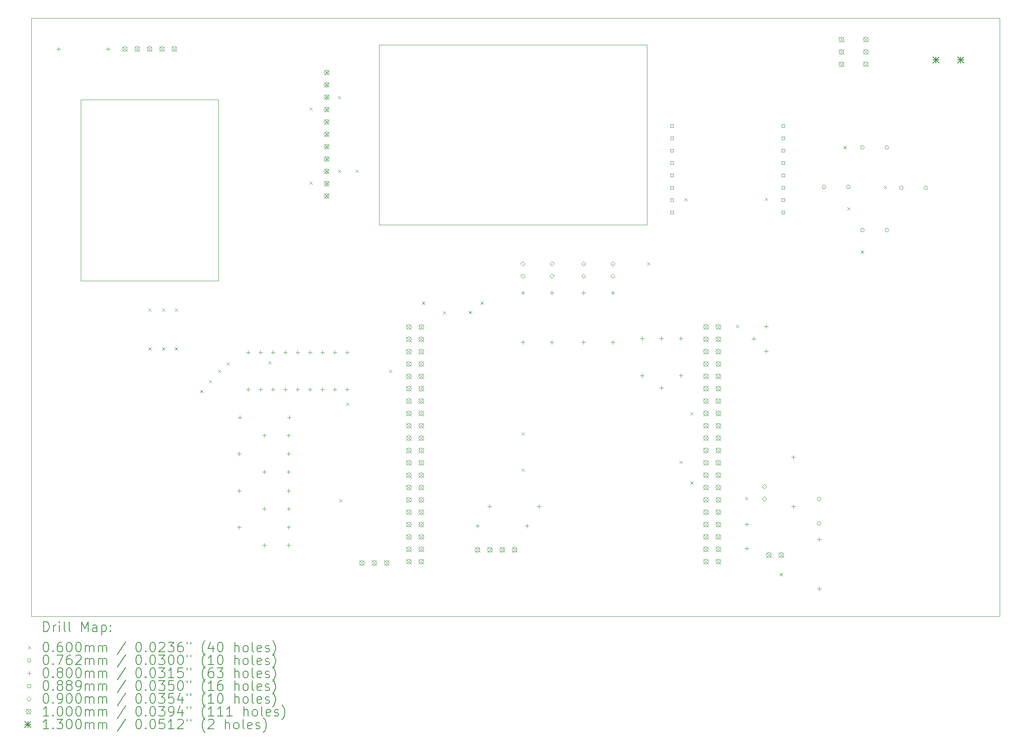
<source format=gbr>
%TF.GenerationSoftware,KiCad,Pcbnew,8.0.0*%
%TF.CreationDate,2024-05-22T20:38:25+02:00*%
%TF.ProjectId,Remote_Board_L476RG,52656d6f-7465-45f4-926f-6172645f4c34,rev?*%
%TF.SameCoordinates,Original*%
%TF.FileFunction,Drillmap*%
%TF.FilePolarity,Positive*%
%FSLAX45Y45*%
G04 Gerber Fmt 4.5, Leading zero omitted, Abs format (unit mm)*
G04 Created by KiCad (PCBNEW 8.0.0) date 2024-05-22 20:38:25*
%MOMM*%
%LPD*%
G01*
G04 APERTURE LIST*
%ADD10C,0.050000*%
%ADD11C,0.200000*%
%ADD12C,0.100000*%
%ADD13C,0.130000*%
G04 APERTURE END LIST*
D10*
X7600000Y-3000000D02*
X27500000Y-3000000D01*
X27500000Y-15300000D01*
X7600000Y-15300000D01*
X7600000Y-3000000D01*
X8620000Y-4675000D02*
X11445000Y-4675000D01*
X11445000Y-8400000D01*
X8620000Y-8400000D01*
X8620000Y-4675000D01*
X14750000Y-3550000D02*
X20250000Y-3550000D01*
X20250000Y-7250000D01*
X14750000Y-7250000D01*
X14750000Y-3550000D01*
D11*
D12*
X10010000Y-8970000D02*
X10070000Y-9030000D01*
X10070000Y-8970000D02*
X10010000Y-9030000D01*
X10010000Y-9770000D02*
X10070000Y-9830000D01*
X10070000Y-9770000D02*
X10010000Y-9830000D01*
X10290000Y-8970000D02*
X10350000Y-9030000D01*
X10350000Y-8970000D02*
X10290000Y-9030000D01*
X10290000Y-9770000D02*
X10350000Y-9830000D01*
X10350000Y-9770000D02*
X10290000Y-9830000D01*
X10550000Y-8970000D02*
X10610000Y-9030000D01*
X10610000Y-8970000D02*
X10550000Y-9030000D01*
X10550000Y-9770000D02*
X10610000Y-9830000D01*
X10610000Y-9770000D02*
X10550000Y-9830000D01*
X11070000Y-10650000D02*
X11130000Y-10710000D01*
X11130000Y-10650000D02*
X11070000Y-10710000D01*
X11250000Y-10440000D02*
X11310000Y-10500000D01*
X11310000Y-10440000D02*
X11250000Y-10500000D01*
X11440000Y-10230000D02*
X11500000Y-10290000D01*
X11500000Y-10230000D02*
X11440000Y-10290000D01*
X11620000Y-10080000D02*
X11680000Y-10140000D01*
X11680000Y-10080000D02*
X11620000Y-10140000D01*
X12470000Y-10050000D02*
X12530000Y-10110000D01*
X12530000Y-10050000D02*
X12470000Y-10110000D01*
X13320000Y-4840000D02*
X13380000Y-4900000D01*
X13380000Y-4840000D02*
X13320000Y-4900000D01*
X13320000Y-6360000D02*
X13380000Y-6420000D01*
X13380000Y-6360000D02*
X13320000Y-6420000D01*
X13900000Y-4600000D02*
X13960000Y-4660000D01*
X13960000Y-4600000D02*
X13900000Y-4660000D01*
X13900000Y-6120000D02*
X13960000Y-6180000D01*
X13960000Y-6120000D02*
X13900000Y-6180000D01*
X13930000Y-12890000D02*
X13990000Y-12950000D01*
X13990000Y-12890000D02*
X13930000Y-12950000D01*
X14070000Y-10910000D02*
X14130000Y-10970000D01*
X14130000Y-10910000D02*
X14070000Y-10970000D01*
X14270000Y-6120000D02*
X14330000Y-6180000D01*
X14330000Y-6120000D02*
X14270000Y-6180000D01*
X14950000Y-10230000D02*
X15010000Y-10290000D01*
X15010000Y-10230000D02*
X14950000Y-10290000D01*
X15630000Y-8830000D02*
X15690000Y-8890000D01*
X15690000Y-8830000D02*
X15630000Y-8890000D01*
X16060000Y-9030000D02*
X16120000Y-9090000D01*
X16120000Y-9030000D02*
X16060000Y-9090000D01*
X16590000Y-9020000D02*
X16650000Y-9080000D01*
X16650000Y-9020000D02*
X16590000Y-9080000D01*
X16590000Y-9020000D02*
X16650000Y-9080000D01*
X16650000Y-9020000D02*
X16590000Y-9080000D01*
X16830000Y-8830000D02*
X16890000Y-8890000D01*
X16890000Y-8830000D02*
X16830000Y-8890000D01*
X17680000Y-11520000D02*
X17740000Y-11580000D01*
X17740000Y-11520000D02*
X17680000Y-11580000D01*
X17680000Y-12260000D02*
X17740000Y-12320000D01*
X17740000Y-12260000D02*
X17680000Y-12320000D01*
X20250000Y-8020000D02*
X20310000Y-8080000D01*
X20310000Y-8020000D02*
X20250000Y-8080000D01*
X20920000Y-12100000D02*
X20980000Y-12160000D01*
X20980000Y-12100000D02*
X20920000Y-12160000D01*
X21020000Y-6700000D02*
X21080000Y-6760000D01*
X21080000Y-6700000D02*
X21020000Y-6760000D01*
X21140000Y-11100000D02*
X21200000Y-11160000D01*
X21200000Y-11100000D02*
X21140000Y-11160000D01*
X21140000Y-12530000D02*
X21200000Y-12590000D01*
X21200000Y-12530000D02*
X21140000Y-12590000D01*
X22080000Y-9310000D02*
X22140000Y-9370000D01*
X22140000Y-9310000D02*
X22080000Y-9370000D01*
X22270000Y-12850000D02*
X22330000Y-12910000D01*
X22330000Y-12850000D02*
X22270000Y-12910000D01*
X22670000Y-6690000D02*
X22730000Y-6750000D01*
X22730000Y-6690000D02*
X22670000Y-6750000D01*
X22980000Y-14410000D02*
X23040000Y-14470000D01*
X23040000Y-14410000D02*
X22980000Y-14470000D01*
X24290000Y-5630000D02*
X24350000Y-5690000D01*
X24350000Y-5630000D02*
X24290000Y-5690000D01*
X24370000Y-6890000D02*
X24430000Y-6950000D01*
X24430000Y-6890000D02*
X24370000Y-6950000D01*
X24650000Y-7780000D02*
X24710000Y-7840000D01*
X24710000Y-7780000D02*
X24650000Y-7840000D01*
X24650000Y-7780000D02*
X24710000Y-7840000D01*
X24710000Y-7780000D02*
X24650000Y-7840000D01*
X25120000Y-6450000D02*
X25180000Y-6510000D01*
X25180000Y-6450000D02*
X25120000Y-6510000D01*
X23828100Y-12890000D02*
G75*
G02*
X23751900Y-12890000I-38100J0D01*
G01*
X23751900Y-12890000D02*
G75*
G02*
X23828100Y-12890000I38100J0D01*
G01*
X23828100Y-13390000D02*
G75*
G02*
X23751900Y-13390000I-38100J0D01*
G01*
X23751900Y-13390000D02*
G75*
G02*
X23828100Y-13390000I38100J0D01*
G01*
X23928100Y-6470000D02*
G75*
G02*
X23851900Y-6470000I-38100J0D01*
G01*
X23851900Y-6470000D02*
G75*
G02*
X23928100Y-6470000I38100J0D01*
G01*
X24428100Y-6470000D02*
G75*
G02*
X24351900Y-6470000I-38100J0D01*
G01*
X24351900Y-6470000D02*
G75*
G02*
X24428100Y-6470000I38100J0D01*
G01*
X24718100Y-5660000D02*
G75*
G02*
X24641900Y-5660000I-38100J0D01*
G01*
X24641900Y-5660000D02*
G75*
G02*
X24718100Y-5660000I38100J0D01*
G01*
X24718100Y-7360000D02*
G75*
G02*
X24641900Y-7360000I-38100J0D01*
G01*
X24641900Y-7360000D02*
G75*
G02*
X24718100Y-7360000I38100J0D01*
G01*
X25218100Y-5660000D02*
G75*
G02*
X25141900Y-5660000I-38100J0D01*
G01*
X25141900Y-5660000D02*
G75*
G02*
X25218100Y-5660000I38100J0D01*
G01*
X25218100Y-7360000D02*
G75*
G02*
X25141900Y-7360000I-38100J0D01*
G01*
X25141900Y-7360000D02*
G75*
G02*
X25218100Y-7360000I38100J0D01*
G01*
X25518100Y-6490000D02*
G75*
G02*
X25441900Y-6490000I-38100J0D01*
G01*
X25441900Y-6490000D02*
G75*
G02*
X25518100Y-6490000I38100J0D01*
G01*
X26018100Y-6490000D02*
G75*
G02*
X25941900Y-6490000I-38100J0D01*
G01*
X25941900Y-6490000D02*
G75*
G02*
X26018100Y-6490000I38100J0D01*
G01*
X8164000Y-3600000D02*
X8164000Y-3680000D01*
X8124000Y-3640000D02*
X8204000Y-3640000D01*
X9180000Y-3600000D02*
X9180000Y-3680000D01*
X9140000Y-3640000D02*
X9220000Y-3640000D01*
X11874000Y-11920000D02*
X11874000Y-12000000D01*
X11834000Y-11960000D02*
X11914000Y-11960000D01*
X11874000Y-12680000D02*
X11874000Y-12760000D01*
X11834000Y-12720000D02*
X11914000Y-12720000D01*
X11874000Y-13430000D02*
X11874000Y-13510000D01*
X11834000Y-13470000D02*
X11914000Y-13470000D01*
X11884000Y-11170000D02*
X11884000Y-11250000D01*
X11844000Y-11210000D02*
X11924000Y-11210000D01*
X12060000Y-9834000D02*
X12060000Y-9914000D01*
X12020000Y-9874000D02*
X12100000Y-9874000D01*
X12060000Y-10596000D02*
X12060000Y-10676000D01*
X12020000Y-10636000D02*
X12100000Y-10636000D01*
X12314000Y-9834000D02*
X12314000Y-9914000D01*
X12274000Y-9874000D02*
X12354000Y-9874000D01*
X12314000Y-10596000D02*
X12314000Y-10676000D01*
X12274000Y-10636000D02*
X12354000Y-10636000D01*
X12390000Y-11540000D02*
X12390000Y-11620000D01*
X12350000Y-11580000D02*
X12430000Y-11580000D01*
X12390000Y-12290000D02*
X12390000Y-12370000D01*
X12350000Y-12330000D02*
X12430000Y-12330000D01*
X12390000Y-13050000D02*
X12390000Y-13130000D01*
X12350000Y-13090000D02*
X12430000Y-13090000D01*
X12390000Y-13800000D02*
X12390000Y-13880000D01*
X12350000Y-13840000D02*
X12430000Y-13840000D01*
X12568000Y-9834000D02*
X12568000Y-9914000D01*
X12528000Y-9874000D02*
X12608000Y-9874000D01*
X12568000Y-10596000D02*
X12568000Y-10676000D01*
X12528000Y-10636000D02*
X12608000Y-10636000D01*
X12822000Y-9834000D02*
X12822000Y-9914000D01*
X12782000Y-9874000D02*
X12862000Y-9874000D01*
X12822000Y-10596000D02*
X12822000Y-10676000D01*
X12782000Y-10636000D02*
X12862000Y-10636000D01*
X12890000Y-11540000D02*
X12890000Y-11620000D01*
X12850000Y-11580000D02*
X12930000Y-11580000D01*
X12890000Y-11920000D02*
X12890000Y-12000000D01*
X12850000Y-11960000D02*
X12930000Y-11960000D01*
X12890000Y-12290000D02*
X12890000Y-12370000D01*
X12850000Y-12330000D02*
X12930000Y-12330000D01*
X12890000Y-12680000D02*
X12890000Y-12760000D01*
X12850000Y-12720000D02*
X12930000Y-12720000D01*
X12890000Y-13050000D02*
X12890000Y-13130000D01*
X12850000Y-13090000D02*
X12930000Y-13090000D01*
X12890000Y-13430000D02*
X12890000Y-13510000D01*
X12850000Y-13470000D02*
X12930000Y-13470000D01*
X12890000Y-13800000D02*
X12890000Y-13880000D01*
X12850000Y-13840000D02*
X12930000Y-13840000D01*
X12900000Y-11170000D02*
X12900000Y-11250000D01*
X12860000Y-11210000D02*
X12940000Y-11210000D01*
X13076000Y-9834000D02*
X13076000Y-9914000D01*
X13036000Y-9874000D02*
X13116000Y-9874000D01*
X13076000Y-10596000D02*
X13076000Y-10676000D01*
X13036000Y-10636000D02*
X13116000Y-10636000D01*
X13330000Y-9834000D02*
X13330000Y-9914000D01*
X13290000Y-9874000D02*
X13370000Y-9874000D01*
X13330000Y-10596000D02*
X13330000Y-10676000D01*
X13290000Y-10636000D02*
X13370000Y-10636000D01*
X13584000Y-9834000D02*
X13584000Y-9914000D01*
X13544000Y-9874000D02*
X13624000Y-9874000D01*
X13584000Y-10596000D02*
X13584000Y-10676000D01*
X13544000Y-10636000D02*
X13624000Y-10636000D01*
X13838000Y-9834000D02*
X13838000Y-9914000D01*
X13798000Y-9874000D02*
X13878000Y-9874000D01*
X13838000Y-10596000D02*
X13838000Y-10676000D01*
X13798000Y-10636000D02*
X13878000Y-10636000D01*
X14092000Y-9834000D02*
X14092000Y-9914000D01*
X14052000Y-9874000D02*
X14132000Y-9874000D01*
X14092000Y-10596000D02*
X14092000Y-10676000D01*
X14052000Y-10636000D02*
X14132000Y-10636000D01*
X16770000Y-13400000D02*
X16770000Y-13480000D01*
X16730000Y-13440000D02*
X16810000Y-13440000D01*
X17020000Y-13000000D02*
X17020000Y-13080000D01*
X16980000Y-13040000D02*
X17060000Y-13040000D01*
X17700000Y-8610000D02*
X17700000Y-8690000D01*
X17660000Y-8650000D02*
X17740000Y-8650000D01*
X17700000Y-9626000D02*
X17700000Y-9706000D01*
X17660000Y-9666000D02*
X17740000Y-9666000D01*
X17786000Y-13400000D02*
X17786000Y-13480000D01*
X17746000Y-13440000D02*
X17826000Y-13440000D01*
X18036000Y-13000000D02*
X18036000Y-13080000D01*
X17996000Y-13040000D02*
X18076000Y-13040000D01*
X18300000Y-8610000D02*
X18300000Y-8690000D01*
X18260000Y-8650000D02*
X18340000Y-8650000D01*
X18300000Y-9626000D02*
X18300000Y-9706000D01*
X18260000Y-9666000D02*
X18340000Y-9666000D01*
X18950000Y-8610000D02*
X18950000Y-8690000D01*
X18910000Y-8650000D02*
X18990000Y-8650000D01*
X18950000Y-9626000D02*
X18950000Y-9706000D01*
X18910000Y-9666000D02*
X18990000Y-9666000D01*
X19550000Y-8610000D02*
X19550000Y-8690000D01*
X19510000Y-8650000D02*
X19590000Y-8650000D01*
X19550000Y-9626000D02*
X19550000Y-9706000D01*
X19510000Y-9666000D02*
X19590000Y-9666000D01*
X20150000Y-9548000D02*
X20150000Y-9628000D01*
X20110000Y-9588000D02*
X20190000Y-9588000D01*
X20150000Y-10310000D02*
X20150000Y-10390000D01*
X20110000Y-10350000D02*
X20190000Y-10350000D01*
X20550000Y-9548000D02*
X20550000Y-9628000D01*
X20510000Y-9588000D02*
X20590000Y-9588000D01*
X20550000Y-10564000D02*
X20550000Y-10644000D01*
X20510000Y-10604000D02*
X20590000Y-10604000D01*
X20950000Y-9548000D02*
X20950000Y-9628000D01*
X20910000Y-9588000D02*
X20990000Y-9588000D01*
X20950000Y-10310000D02*
X20950000Y-10390000D01*
X20910000Y-10350000D02*
X20990000Y-10350000D01*
X22300000Y-13370000D02*
X22300000Y-13450000D01*
X22260000Y-13410000D02*
X22340000Y-13410000D01*
X22300000Y-13870000D02*
X22300000Y-13950000D01*
X22260000Y-13910000D02*
X22340000Y-13910000D01*
X22446000Y-9554000D02*
X22446000Y-9634000D01*
X22406000Y-9594000D02*
X22486000Y-9594000D01*
X22700000Y-9300000D02*
X22700000Y-9380000D01*
X22660000Y-9340000D02*
X22740000Y-9340000D01*
X22700000Y-9808000D02*
X22700000Y-9888000D01*
X22660000Y-9848000D02*
X22740000Y-9848000D01*
X23260000Y-11990000D02*
X23260000Y-12070000D01*
X23220000Y-12030000D02*
X23300000Y-12030000D01*
X23260000Y-13006000D02*
X23260000Y-13086000D01*
X23220000Y-13046000D02*
X23300000Y-13046000D01*
X23790000Y-13680000D02*
X23790000Y-13760000D01*
X23750000Y-13720000D02*
X23830000Y-13720000D01*
X23790000Y-14696000D02*
X23790000Y-14776000D01*
X23750000Y-14736000D02*
X23830000Y-14736000D01*
X20798431Y-5244431D02*
X20798431Y-5181569D01*
X20735569Y-5181569D01*
X20735569Y-5244431D01*
X20798431Y-5244431D01*
X20798431Y-5498431D02*
X20798431Y-5435569D01*
X20735569Y-5435569D01*
X20735569Y-5498431D01*
X20798431Y-5498431D01*
X20798431Y-5752431D02*
X20798431Y-5689569D01*
X20735569Y-5689569D01*
X20735569Y-5752431D01*
X20798431Y-5752431D01*
X20798431Y-6006431D02*
X20798431Y-5943569D01*
X20735569Y-5943569D01*
X20735569Y-6006431D01*
X20798431Y-6006431D01*
X20798431Y-6260431D02*
X20798431Y-6197569D01*
X20735569Y-6197569D01*
X20735569Y-6260431D01*
X20798431Y-6260431D01*
X20798431Y-6514431D02*
X20798431Y-6451569D01*
X20735569Y-6451569D01*
X20735569Y-6514431D01*
X20798431Y-6514431D01*
X20798431Y-6768431D02*
X20798431Y-6705569D01*
X20735569Y-6705569D01*
X20735569Y-6768431D01*
X20798431Y-6768431D01*
X20798431Y-7022431D02*
X20798431Y-6959569D01*
X20735569Y-6959569D01*
X20735569Y-7022431D01*
X20798431Y-7022431D01*
X23084431Y-5244431D02*
X23084431Y-5181569D01*
X23021569Y-5181569D01*
X23021569Y-5244431D01*
X23084431Y-5244431D01*
X23084431Y-5498431D02*
X23084431Y-5435569D01*
X23021569Y-5435569D01*
X23021569Y-5498431D01*
X23084431Y-5498431D01*
X23084431Y-5752431D02*
X23084431Y-5689569D01*
X23021569Y-5689569D01*
X23021569Y-5752431D01*
X23084431Y-5752431D01*
X23084431Y-6006431D02*
X23084431Y-5943569D01*
X23021569Y-5943569D01*
X23021569Y-6006431D01*
X23084431Y-6006431D01*
X23084431Y-6260431D02*
X23084431Y-6197569D01*
X23021569Y-6197569D01*
X23021569Y-6260431D01*
X23084431Y-6260431D01*
X23084431Y-6514431D02*
X23084431Y-6451569D01*
X23021569Y-6451569D01*
X23021569Y-6514431D01*
X23084431Y-6514431D01*
X23084431Y-6768431D02*
X23084431Y-6705569D01*
X23021569Y-6705569D01*
X23021569Y-6768431D01*
X23084431Y-6768431D01*
X23084431Y-7022431D02*
X23084431Y-6959569D01*
X23021569Y-6959569D01*
X23021569Y-7022431D01*
X23084431Y-7022431D01*
X17700000Y-8095000D02*
X17745000Y-8050000D01*
X17700000Y-8005000D01*
X17655000Y-8050000D01*
X17700000Y-8095000D01*
X17700000Y-8349000D02*
X17745000Y-8304000D01*
X17700000Y-8259000D01*
X17655000Y-8304000D01*
X17700000Y-8349000D01*
X18300000Y-8095000D02*
X18345000Y-8050000D01*
X18300000Y-8005000D01*
X18255000Y-8050000D01*
X18300000Y-8095000D01*
X18300000Y-8349000D02*
X18345000Y-8304000D01*
X18300000Y-8259000D01*
X18255000Y-8304000D01*
X18300000Y-8349000D01*
X18950000Y-8095000D02*
X18995000Y-8050000D01*
X18950000Y-8005000D01*
X18905000Y-8050000D01*
X18950000Y-8095000D01*
X18950000Y-8349000D02*
X18995000Y-8304000D01*
X18950000Y-8259000D01*
X18905000Y-8304000D01*
X18950000Y-8349000D01*
X19550000Y-8095000D02*
X19595000Y-8050000D01*
X19550000Y-8005000D01*
X19505000Y-8050000D01*
X19550000Y-8095000D01*
X19550000Y-8349000D02*
X19595000Y-8304000D01*
X19550000Y-8259000D01*
X19505000Y-8304000D01*
X19550000Y-8349000D01*
X22662500Y-12677500D02*
X22707500Y-12632500D01*
X22662500Y-12587500D01*
X22617500Y-12632500D01*
X22662500Y-12677500D01*
X22662500Y-12931500D02*
X22707500Y-12886500D01*
X22662500Y-12841500D01*
X22617500Y-12886500D01*
X22662500Y-12931500D01*
X9477500Y-3585000D02*
X9577500Y-3685000D01*
X9577500Y-3585000D02*
X9477500Y-3685000D01*
X9577500Y-3635000D02*
G75*
G02*
X9477500Y-3635000I-50000J0D01*
G01*
X9477500Y-3635000D02*
G75*
G02*
X9577500Y-3635000I50000J0D01*
G01*
X9731500Y-3585000D02*
X9831500Y-3685000D01*
X9831500Y-3585000D02*
X9731500Y-3685000D01*
X9831500Y-3635000D02*
G75*
G02*
X9731500Y-3635000I-50000J0D01*
G01*
X9731500Y-3635000D02*
G75*
G02*
X9831500Y-3635000I50000J0D01*
G01*
X9985500Y-3585000D02*
X10085500Y-3685000D01*
X10085500Y-3585000D02*
X9985500Y-3685000D01*
X10085500Y-3635000D02*
G75*
G02*
X9985500Y-3635000I-50000J0D01*
G01*
X9985500Y-3635000D02*
G75*
G02*
X10085500Y-3635000I50000J0D01*
G01*
X10239500Y-3585000D02*
X10339500Y-3685000D01*
X10339500Y-3585000D02*
X10239500Y-3685000D01*
X10339500Y-3635000D02*
G75*
G02*
X10239500Y-3635000I-50000J0D01*
G01*
X10239500Y-3635000D02*
G75*
G02*
X10339500Y-3635000I50000J0D01*
G01*
X10493500Y-3585000D02*
X10593500Y-3685000D01*
X10593500Y-3585000D02*
X10493500Y-3685000D01*
X10593500Y-3635000D02*
G75*
G02*
X10493500Y-3635000I-50000J0D01*
G01*
X10493500Y-3635000D02*
G75*
G02*
X10593500Y-3635000I50000J0D01*
G01*
X13620000Y-4068000D02*
X13720000Y-4168000D01*
X13720000Y-4068000D02*
X13620000Y-4168000D01*
X13720000Y-4118000D02*
G75*
G02*
X13620000Y-4118000I-50000J0D01*
G01*
X13620000Y-4118000D02*
G75*
G02*
X13720000Y-4118000I50000J0D01*
G01*
X13620000Y-4322000D02*
X13720000Y-4422000D01*
X13720000Y-4322000D02*
X13620000Y-4422000D01*
X13720000Y-4372000D02*
G75*
G02*
X13620000Y-4372000I-50000J0D01*
G01*
X13620000Y-4372000D02*
G75*
G02*
X13720000Y-4372000I50000J0D01*
G01*
X13620000Y-4576000D02*
X13720000Y-4676000D01*
X13720000Y-4576000D02*
X13620000Y-4676000D01*
X13720000Y-4626000D02*
G75*
G02*
X13620000Y-4626000I-50000J0D01*
G01*
X13620000Y-4626000D02*
G75*
G02*
X13720000Y-4626000I50000J0D01*
G01*
X13620000Y-4830000D02*
X13720000Y-4930000D01*
X13720000Y-4830000D02*
X13620000Y-4930000D01*
X13720000Y-4880000D02*
G75*
G02*
X13620000Y-4880000I-50000J0D01*
G01*
X13620000Y-4880000D02*
G75*
G02*
X13720000Y-4880000I50000J0D01*
G01*
X13620000Y-5084000D02*
X13720000Y-5184000D01*
X13720000Y-5084000D02*
X13620000Y-5184000D01*
X13720000Y-5134000D02*
G75*
G02*
X13620000Y-5134000I-50000J0D01*
G01*
X13620000Y-5134000D02*
G75*
G02*
X13720000Y-5134000I50000J0D01*
G01*
X13620000Y-5338000D02*
X13720000Y-5438000D01*
X13720000Y-5338000D02*
X13620000Y-5438000D01*
X13720000Y-5388000D02*
G75*
G02*
X13620000Y-5388000I-50000J0D01*
G01*
X13620000Y-5388000D02*
G75*
G02*
X13720000Y-5388000I50000J0D01*
G01*
X13620000Y-5592000D02*
X13720000Y-5692000D01*
X13720000Y-5592000D02*
X13620000Y-5692000D01*
X13720000Y-5642000D02*
G75*
G02*
X13620000Y-5642000I-50000J0D01*
G01*
X13620000Y-5642000D02*
G75*
G02*
X13720000Y-5642000I50000J0D01*
G01*
X13620000Y-5846000D02*
X13720000Y-5946000D01*
X13720000Y-5846000D02*
X13620000Y-5946000D01*
X13720000Y-5896000D02*
G75*
G02*
X13620000Y-5896000I-50000J0D01*
G01*
X13620000Y-5896000D02*
G75*
G02*
X13720000Y-5896000I50000J0D01*
G01*
X13620000Y-6100000D02*
X13720000Y-6200000D01*
X13720000Y-6100000D02*
X13620000Y-6200000D01*
X13720000Y-6150000D02*
G75*
G02*
X13620000Y-6150000I-50000J0D01*
G01*
X13620000Y-6150000D02*
G75*
G02*
X13720000Y-6150000I50000J0D01*
G01*
X13620000Y-6354000D02*
X13720000Y-6454000D01*
X13720000Y-6354000D02*
X13620000Y-6454000D01*
X13720000Y-6404000D02*
G75*
G02*
X13620000Y-6404000I-50000J0D01*
G01*
X13620000Y-6404000D02*
G75*
G02*
X13720000Y-6404000I50000J0D01*
G01*
X13620000Y-6608000D02*
X13720000Y-6708000D01*
X13720000Y-6608000D02*
X13620000Y-6708000D01*
X13720000Y-6658000D02*
G75*
G02*
X13620000Y-6658000I-50000J0D01*
G01*
X13620000Y-6658000D02*
G75*
G02*
X13720000Y-6658000I50000J0D01*
G01*
X14347000Y-14155000D02*
X14447000Y-14255000D01*
X14447000Y-14155000D02*
X14347000Y-14255000D01*
X14447000Y-14205000D02*
G75*
G02*
X14347000Y-14205000I-50000J0D01*
G01*
X14347000Y-14205000D02*
G75*
G02*
X14447000Y-14205000I50000J0D01*
G01*
X14601000Y-14155000D02*
X14701000Y-14255000D01*
X14701000Y-14155000D02*
X14601000Y-14255000D01*
X14701000Y-14205000D02*
G75*
G02*
X14601000Y-14205000I-50000J0D01*
G01*
X14601000Y-14205000D02*
G75*
G02*
X14701000Y-14205000I50000J0D01*
G01*
X14855000Y-14155000D02*
X14955000Y-14255000D01*
X14955000Y-14155000D02*
X14855000Y-14255000D01*
X14955000Y-14205000D02*
G75*
G02*
X14855000Y-14205000I-50000J0D01*
G01*
X14855000Y-14205000D02*
G75*
G02*
X14955000Y-14205000I50000J0D01*
G01*
X15312000Y-9300000D02*
X15412000Y-9400000D01*
X15412000Y-9300000D02*
X15312000Y-9400000D01*
X15412000Y-9350000D02*
G75*
G02*
X15312000Y-9350000I-50000J0D01*
G01*
X15312000Y-9350000D02*
G75*
G02*
X15412000Y-9350000I50000J0D01*
G01*
X15312000Y-9554000D02*
X15412000Y-9654000D01*
X15412000Y-9554000D02*
X15312000Y-9654000D01*
X15412000Y-9604000D02*
G75*
G02*
X15312000Y-9604000I-50000J0D01*
G01*
X15312000Y-9604000D02*
G75*
G02*
X15412000Y-9604000I50000J0D01*
G01*
X15312000Y-9808000D02*
X15412000Y-9908000D01*
X15412000Y-9808000D02*
X15312000Y-9908000D01*
X15412000Y-9858000D02*
G75*
G02*
X15312000Y-9858000I-50000J0D01*
G01*
X15312000Y-9858000D02*
G75*
G02*
X15412000Y-9858000I50000J0D01*
G01*
X15312000Y-10062000D02*
X15412000Y-10162000D01*
X15412000Y-10062000D02*
X15312000Y-10162000D01*
X15412000Y-10112000D02*
G75*
G02*
X15312000Y-10112000I-50000J0D01*
G01*
X15312000Y-10112000D02*
G75*
G02*
X15412000Y-10112000I50000J0D01*
G01*
X15312000Y-10316000D02*
X15412000Y-10416000D01*
X15412000Y-10316000D02*
X15312000Y-10416000D01*
X15412000Y-10366000D02*
G75*
G02*
X15312000Y-10366000I-50000J0D01*
G01*
X15312000Y-10366000D02*
G75*
G02*
X15412000Y-10366000I50000J0D01*
G01*
X15312000Y-10570000D02*
X15412000Y-10670000D01*
X15412000Y-10570000D02*
X15312000Y-10670000D01*
X15412000Y-10620000D02*
G75*
G02*
X15312000Y-10620000I-50000J0D01*
G01*
X15312000Y-10620000D02*
G75*
G02*
X15412000Y-10620000I50000J0D01*
G01*
X15312000Y-10824000D02*
X15412000Y-10924000D01*
X15412000Y-10824000D02*
X15312000Y-10924000D01*
X15412000Y-10874000D02*
G75*
G02*
X15312000Y-10874000I-50000J0D01*
G01*
X15312000Y-10874000D02*
G75*
G02*
X15412000Y-10874000I50000J0D01*
G01*
X15312000Y-11078000D02*
X15412000Y-11178000D01*
X15412000Y-11078000D02*
X15312000Y-11178000D01*
X15412000Y-11128000D02*
G75*
G02*
X15312000Y-11128000I-50000J0D01*
G01*
X15312000Y-11128000D02*
G75*
G02*
X15412000Y-11128000I50000J0D01*
G01*
X15312000Y-11332000D02*
X15412000Y-11432000D01*
X15412000Y-11332000D02*
X15312000Y-11432000D01*
X15412000Y-11382000D02*
G75*
G02*
X15312000Y-11382000I-50000J0D01*
G01*
X15312000Y-11382000D02*
G75*
G02*
X15412000Y-11382000I50000J0D01*
G01*
X15312000Y-11586000D02*
X15412000Y-11686000D01*
X15412000Y-11586000D02*
X15312000Y-11686000D01*
X15412000Y-11636000D02*
G75*
G02*
X15312000Y-11636000I-50000J0D01*
G01*
X15312000Y-11636000D02*
G75*
G02*
X15412000Y-11636000I50000J0D01*
G01*
X15312000Y-11840000D02*
X15412000Y-11940000D01*
X15412000Y-11840000D02*
X15312000Y-11940000D01*
X15412000Y-11890000D02*
G75*
G02*
X15312000Y-11890000I-50000J0D01*
G01*
X15312000Y-11890000D02*
G75*
G02*
X15412000Y-11890000I50000J0D01*
G01*
X15312000Y-12094000D02*
X15412000Y-12194000D01*
X15412000Y-12094000D02*
X15312000Y-12194000D01*
X15412000Y-12144000D02*
G75*
G02*
X15312000Y-12144000I-50000J0D01*
G01*
X15312000Y-12144000D02*
G75*
G02*
X15412000Y-12144000I50000J0D01*
G01*
X15312000Y-12348000D02*
X15412000Y-12448000D01*
X15412000Y-12348000D02*
X15312000Y-12448000D01*
X15412000Y-12398000D02*
G75*
G02*
X15312000Y-12398000I-50000J0D01*
G01*
X15312000Y-12398000D02*
G75*
G02*
X15412000Y-12398000I50000J0D01*
G01*
X15312000Y-12602000D02*
X15412000Y-12702000D01*
X15412000Y-12602000D02*
X15312000Y-12702000D01*
X15412000Y-12652000D02*
G75*
G02*
X15312000Y-12652000I-50000J0D01*
G01*
X15312000Y-12652000D02*
G75*
G02*
X15412000Y-12652000I50000J0D01*
G01*
X15312000Y-12856000D02*
X15412000Y-12956000D01*
X15412000Y-12856000D02*
X15312000Y-12956000D01*
X15412000Y-12906000D02*
G75*
G02*
X15312000Y-12906000I-50000J0D01*
G01*
X15312000Y-12906000D02*
G75*
G02*
X15412000Y-12906000I50000J0D01*
G01*
X15312000Y-13110000D02*
X15412000Y-13210000D01*
X15412000Y-13110000D02*
X15312000Y-13210000D01*
X15412000Y-13160000D02*
G75*
G02*
X15312000Y-13160000I-50000J0D01*
G01*
X15312000Y-13160000D02*
G75*
G02*
X15412000Y-13160000I50000J0D01*
G01*
X15312000Y-13364000D02*
X15412000Y-13464000D01*
X15412000Y-13364000D02*
X15312000Y-13464000D01*
X15412000Y-13414000D02*
G75*
G02*
X15312000Y-13414000I-50000J0D01*
G01*
X15312000Y-13414000D02*
G75*
G02*
X15412000Y-13414000I50000J0D01*
G01*
X15312000Y-13618000D02*
X15412000Y-13718000D01*
X15412000Y-13618000D02*
X15312000Y-13718000D01*
X15412000Y-13668000D02*
G75*
G02*
X15312000Y-13668000I-50000J0D01*
G01*
X15312000Y-13668000D02*
G75*
G02*
X15412000Y-13668000I50000J0D01*
G01*
X15312000Y-13872000D02*
X15412000Y-13972000D01*
X15412000Y-13872000D02*
X15312000Y-13972000D01*
X15412000Y-13922000D02*
G75*
G02*
X15312000Y-13922000I-50000J0D01*
G01*
X15312000Y-13922000D02*
G75*
G02*
X15412000Y-13922000I50000J0D01*
G01*
X15312000Y-14126000D02*
X15412000Y-14226000D01*
X15412000Y-14126000D02*
X15312000Y-14226000D01*
X15412000Y-14176000D02*
G75*
G02*
X15312000Y-14176000I-50000J0D01*
G01*
X15312000Y-14176000D02*
G75*
G02*
X15412000Y-14176000I50000J0D01*
G01*
X15566000Y-9300000D02*
X15666000Y-9400000D01*
X15666000Y-9300000D02*
X15566000Y-9400000D01*
X15666000Y-9350000D02*
G75*
G02*
X15566000Y-9350000I-50000J0D01*
G01*
X15566000Y-9350000D02*
G75*
G02*
X15666000Y-9350000I50000J0D01*
G01*
X15566000Y-9554000D02*
X15666000Y-9654000D01*
X15666000Y-9554000D02*
X15566000Y-9654000D01*
X15666000Y-9604000D02*
G75*
G02*
X15566000Y-9604000I-50000J0D01*
G01*
X15566000Y-9604000D02*
G75*
G02*
X15666000Y-9604000I50000J0D01*
G01*
X15566000Y-9808000D02*
X15666000Y-9908000D01*
X15666000Y-9808000D02*
X15566000Y-9908000D01*
X15666000Y-9858000D02*
G75*
G02*
X15566000Y-9858000I-50000J0D01*
G01*
X15566000Y-9858000D02*
G75*
G02*
X15666000Y-9858000I50000J0D01*
G01*
X15566000Y-10062000D02*
X15666000Y-10162000D01*
X15666000Y-10062000D02*
X15566000Y-10162000D01*
X15666000Y-10112000D02*
G75*
G02*
X15566000Y-10112000I-50000J0D01*
G01*
X15566000Y-10112000D02*
G75*
G02*
X15666000Y-10112000I50000J0D01*
G01*
X15566000Y-10316000D02*
X15666000Y-10416000D01*
X15666000Y-10316000D02*
X15566000Y-10416000D01*
X15666000Y-10366000D02*
G75*
G02*
X15566000Y-10366000I-50000J0D01*
G01*
X15566000Y-10366000D02*
G75*
G02*
X15666000Y-10366000I50000J0D01*
G01*
X15566000Y-10570000D02*
X15666000Y-10670000D01*
X15666000Y-10570000D02*
X15566000Y-10670000D01*
X15666000Y-10620000D02*
G75*
G02*
X15566000Y-10620000I-50000J0D01*
G01*
X15566000Y-10620000D02*
G75*
G02*
X15666000Y-10620000I50000J0D01*
G01*
X15566000Y-10824000D02*
X15666000Y-10924000D01*
X15666000Y-10824000D02*
X15566000Y-10924000D01*
X15666000Y-10874000D02*
G75*
G02*
X15566000Y-10874000I-50000J0D01*
G01*
X15566000Y-10874000D02*
G75*
G02*
X15666000Y-10874000I50000J0D01*
G01*
X15566000Y-11078000D02*
X15666000Y-11178000D01*
X15666000Y-11078000D02*
X15566000Y-11178000D01*
X15666000Y-11128000D02*
G75*
G02*
X15566000Y-11128000I-50000J0D01*
G01*
X15566000Y-11128000D02*
G75*
G02*
X15666000Y-11128000I50000J0D01*
G01*
X15566000Y-11332000D02*
X15666000Y-11432000D01*
X15666000Y-11332000D02*
X15566000Y-11432000D01*
X15666000Y-11382000D02*
G75*
G02*
X15566000Y-11382000I-50000J0D01*
G01*
X15566000Y-11382000D02*
G75*
G02*
X15666000Y-11382000I50000J0D01*
G01*
X15566000Y-11586000D02*
X15666000Y-11686000D01*
X15666000Y-11586000D02*
X15566000Y-11686000D01*
X15666000Y-11636000D02*
G75*
G02*
X15566000Y-11636000I-50000J0D01*
G01*
X15566000Y-11636000D02*
G75*
G02*
X15666000Y-11636000I50000J0D01*
G01*
X15566000Y-11840000D02*
X15666000Y-11940000D01*
X15666000Y-11840000D02*
X15566000Y-11940000D01*
X15666000Y-11890000D02*
G75*
G02*
X15566000Y-11890000I-50000J0D01*
G01*
X15566000Y-11890000D02*
G75*
G02*
X15666000Y-11890000I50000J0D01*
G01*
X15566000Y-12094000D02*
X15666000Y-12194000D01*
X15666000Y-12094000D02*
X15566000Y-12194000D01*
X15666000Y-12144000D02*
G75*
G02*
X15566000Y-12144000I-50000J0D01*
G01*
X15566000Y-12144000D02*
G75*
G02*
X15666000Y-12144000I50000J0D01*
G01*
X15566000Y-12348000D02*
X15666000Y-12448000D01*
X15666000Y-12348000D02*
X15566000Y-12448000D01*
X15666000Y-12398000D02*
G75*
G02*
X15566000Y-12398000I-50000J0D01*
G01*
X15566000Y-12398000D02*
G75*
G02*
X15666000Y-12398000I50000J0D01*
G01*
X15566000Y-12602000D02*
X15666000Y-12702000D01*
X15666000Y-12602000D02*
X15566000Y-12702000D01*
X15666000Y-12652000D02*
G75*
G02*
X15566000Y-12652000I-50000J0D01*
G01*
X15566000Y-12652000D02*
G75*
G02*
X15666000Y-12652000I50000J0D01*
G01*
X15566000Y-12856000D02*
X15666000Y-12956000D01*
X15666000Y-12856000D02*
X15566000Y-12956000D01*
X15666000Y-12906000D02*
G75*
G02*
X15566000Y-12906000I-50000J0D01*
G01*
X15566000Y-12906000D02*
G75*
G02*
X15666000Y-12906000I50000J0D01*
G01*
X15566000Y-13110000D02*
X15666000Y-13210000D01*
X15666000Y-13110000D02*
X15566000Y-13210000D01*
X15666000Y-13160000D02*
G75*
G02*
X15566000Y-13160000I-50000J0D01*
G01*
X15566000Y-13160000D02*
G75*
G02*
X15666000Y-13160000I50000J0D01*
G01*
X15566000Y-13364000D02*
X15666000Y-13464000D01*
X15666000Y-13364000D02*
X15566000Y-13464000D01*
X15666000Y-13414000D02*
G75*
G02*
X15566000Y-13414000I-50000J0D01*
G01*
X15566000Y-13414000D02*
G75*
G02*
X15666000Y-13414000I50000J0D01*
G01*
X15566000Y-13618000D02*
X15666000Y-13718000D01*
X15666000Y-13618000D02*
X15566000Y-13718000D01*
X15666000Y-13668000D02*
G75*
G02*
X15566000Y-13668000I-50000J0D01*
G01*
X15566000Y-13668000D02*
G75*
G02*
X15666000Y-13668000I50000J0D01*
G01*
X15566000Y-13872000D02*
X15666000Y-13972000D01*
X15666000Y-13872000D02*
X15566000Y-13972000D01*
X15666000Y-13922000D02*
G75*
G02*
X15566000Y-13922000I-50000J0D01*
G01*
X15566000Y-13922000D02*
G75*
G02*
X15666000Y-13922000I50000J0D01*
G01*
X15566000Y-14126000D02*
X15666000Y-14226000D01*
X15666000Y-14126000D02*
X15566000Y-14226000D01*
X15666000Y-14176000D02*
G75*
G02*
X15566000Y-14176000I-50000J0D01*
G01*
X15566000Y-14176000D02*
G75*
G02*
X15666000Y-14176000I50000J0D01*
G01*
X16720000Y-13885000D02*
X16820000Y-13985000D01*
X16820000Y-13885000D02*
X16720000Y-13985000D01*
X16820000Y-13935000D02*
G75*
G02*
X16720000Y-13935000I-50000J0D01*
G01*
X16720000Y-13935000D02*
G75*
G02*
X16820000Y-13935000I50000J0D01*
G01*
X16974000Y-13885000D02*
X17074000Y-13985000D01*
X17074000Y-13885000D02*
X16974000Y-13985000D01*
X17074000Y-13935000D02*
G75*
G02*
X16974000Y-13935000I-50000J0D01*
G01*
X16974000Y-13935000D02*
G75*
G02*
X17074000Y-13935000I50000J0D01*
G01*
X17228000Y-13885000D02*
X17328000Y-13985000D01*
X17328000Y-13885000D02*
X17228000Y-13985000D01*
X17328000Y-13935000D02*
G75*
G02*
X17228000Y-13935000I-50000J0D01*
G01*
X17228000Y-13935000D02*
G75*
G02*
X17328000Y-13935000I50000J0D01*
G01*
X17482000Y-13885000D02*
X17582000Y-13985000D01*
X17582000Y-13885000D02*
X17482000Y-13985000D01*
X17582000Y-13935000D02*
G75*
G02*
X17482000Y-13935000I-50000J0D01*
G01*
X17482000Y-13935000D02*
G75*
G02*
X17582000Y-13935000I50000J0D01*
G01*
X21416000Y-9300000D02*
X21516000Y-9400000D01*
X21516000Y-9300000D02*
X21416000Y-9400000D01*
X21516000Y-9350000D02*
G75*
G02*
X21416000Y-9350000I-50000J0D01*
G01*
X21416000Y-9350000D02*
G75*
G02*
X21516000Y-9350000I50000J0D01*
G01*
X21416000Y-9554000D02*
X21516000Y-9654000D01*
X21516000Y-9554000D02*
X21416000Y-9654000D01*
X21516000Y-9604000D02*
G75*
G02*
X21416000Y-9604000I-50000J0D01*
G01*
X21416000Y-9604000D02*
G75*
G02*
X21516000Y-9604000I50000J0D01*
G01*
X21416000Y-9808000D02*
X21516000Y-9908000D01*
X21516000Y-9808000D02*
X21416000Y-9908000D01*
X21516000Y-9858000D02*
G75*
G02*
X21416000Y-9858000I-50000J0D01*
G01*
X21416000Y-9858000D02*
G75*
G02*
X21516000Y-9858000I50000J0D01*
G01*
X21416000Y-10062000D02*
X21516000Y-10162000D01*
X21516000Y-10062000D02*
X21416000Y-10162000D01*
X21516000Y-10112000D02*
G75*
G02*
X21416000Y-10112000I-50000J0D01*
G01*
X21416000Y-10112000D02*
G75*
G02*
X21516000Y-10112000I50000J0D01*
G01*
X21416000Y-10316000D02*
X21516000Y-10416000D01*
X21516000Y-10316000D02*
X21416000Y-10416000D01*
X21516000Y-10366000D02*
G75*
G02*
X21416000Y-10366000I-50000J0D01*
G01*
X21416000Y-10366000D02*
G75*
G02*
X21516000Y-10366000I50000J0D01*
G01*
X21416000Y-10570000D02*
X21516000Y-10670000D01*
X21516000Y-10570000D02*
X21416000Y-10670000D01*
X21516000Y-10620000D02*
G75*
G02*
X21416000Y-10620000I-50000J0D01*
G01*
X21416000Y-10620000D02*
G75*
G02*
X21516000Y-10620000I50000J0D01*
G01*
X21416000Y-10824000D02*
X21516000Y-10924000D01*
X21516000Y-10824000D02*
X21416000Y-10924000D01*
X21516000Y-10874000D02*
G75*
G02*
X21416000Y-10874000I-50000J0D01*
G01*
X21416000Y-10874000D02*
G75*
G02*
X21516000Y-10874000I50000J0D01*
G01*
X21416000Y-11078000D02*
X21516000Y-11178000D01*
X21516000Y-11078000D02*
X21416000Y-11178000D01*
X21516000Y-11128000D02*
G75*
G02*
X21416000Y-11128000I-50000J0D01*
G01*
X21416000Y-11128000D02*
G75*
G02*
X21516000Y-11128000I50000J0D01*
G01*
X21416000Y-11332000D02*
X21516000Y-11432000D01*
X21516000Y-11332000D02*
X21416000Y-11432000D01*
X21516000Y-11382000D02*
G75*
G02*
X21416000Y-11382000I-50000J0D01*
G01*
X21416000Y-11382000D02*
G75*
G02*
X21516000Y-11382000I50000J0D01*
G01*
X21416000Y-11586000D02*
X21516000Y-11686000D01*
X21516000Y-11586000D02*
X21416000Y-11686000D01*
X21516000Y-11636000D02*
G75*
G02*
X21416000Y-11636000I-50000J0D01*
G01*
X21416000Y-11636000D02*
G75*
G02*
X21516000Y-11636000I50000J0D01*
G01*
X21416000Y-11840000D02*
X21516000Y-11940000D01*
X21516000Y-11840000D02*
X21416000Y-11940000D01*
X21516000Y-11890000D02*
G75*
G02*
X21416000Y-11890000I-50000J0D01*
G01*
X21416000Y-11890000D02*
G75*
G02*
X21516000Y-11890000I50000J0D01*
G01*
X21416000Y-12094000D02*
X21516000Y-12194000D01*
X21516000Y-12094000D02*
X21416000Y-12194000D01*
X21516000Y-12144000D02*
G75*
G02*
X21416000Y-12144000I-50000J0D01*
G01*
X21416000Y-12144000D02*
G75*
G02*
X21516000Y-12144000I50000J0D01*
G01*
X21416000Y-12348000D02*
X21516000Y-12448000D01*
X21516000Y-12348000D02*
X21416000Y-12448000D01*
X21516000Y-12398000D02*
G75*
G02*
X21416000Y-12398000I-50000J0D01*
G01*
X21416000Y-12398000D02*
G75*
G02*
X21516000Y-12398000I50000J0D01*
G01*
X21416000Y-12602000D02*
X21516000Y-12702000D01*
X21516000Y-12602000D02*
X21416000Y-12702000D01*
X21516000Y-12652000D02*
G75*
G02*
X21416000Y-12652000I-50000J0D01*
G01*
X21416000Y-12652000D02*
G75*
G02*
X21516000Y-12652000I50000J0D01*
G01*
X21416000Y-12856000D02*
X21516000Y-12956000D01*
X21516000Y-12856000D02*
X21416000Y-12956000D01*
X21516000Y-12906000D02*
G75*
G02*
X21416000Y-12906000I-50000J0D01*
G01*
X21416000Y-12906000D02*
G75*
G02*
X21516000Y-12906000I50000J0D01*
G01*
X21416000Y-13110000D02*
X21516000Y-13210000D01*
X21516000Y-13110000D02*
X21416000Y-13210000D01*
X21516000Y-13160000D02*
G75*
G02*
X21416000Y-13160000I-50000J0D01*
G01*
X21416000Y-13160000D02*
G75*
G02*
X21516000Y-13160000I50000J0D01*
G01*
X21416000Y-13364000D02*
X21516000Y-13464000D01*
X21516000Y-13364000D02*
X21416000Y-13464000D01*
X21516000Y-13414000D02*
G75*
G02*
X21416000Y-13414000I-50000J0D01*
G01*
X21416000Y-13414000D02*
G75*
G02*
X21516000Y-13414000I50000J0D01*
G01*
X21416000Y-13618000D02*
X21516000Y-13718000D01*
X21516000Y-13618000D02*
X21416000Y-13718000D01*
X21516000Y-13668000D02*
G75*
G02*
X21416000Y-13668000I-50000J0D01*
G01*
X21416000Y-13668000D02*
G75*
G02*
X21516000Y-13668000I50000J0D01*
G01*
X21416000Y-13872000D02*
X21516000Y-13972000D01*
X21516000Y-13872000D02*
X21416000Y-13972000D01*
X21516000Y-13922000D02*
G75*
G02*
X21416000Y-13922000I-50000J0D01*
G01*
X21416000Y-13922000D02*
G75*
G02*
X21516000Y-13922000I50000J0D01*
G01*
X21416000Y-14126000D02*
X21516000Y-14226000D01*
X21516000Y-14126000D02*
X21416000Y-14226000D01*
X21516000Y-14176000D02*
G75*
G02*
X21416000Y-14176000I-50000J0D01*
G01*
X21416000Y-14176000D02*
G75*
G02*
X21516000Y-14176000I50000J0D01*
G01*
X21670000Y-9300000D02*
X21770000Y-9400000D01*
X21770000Y-9300000D02*
X21670000Y-9400000D01*
X21770000Y-9350000D02*
G75*
G02*
X21670000Y-9350000I-50000J0D01*
G01*
X21670000Y-9350000D02*
G75*
G02*
X21770000Y-9350000I50000J0D01*
G01*
X21670000Y-9554000D02*
X21770000Y-9654000D01*
X21770000Y-9554000D02*
X21670000Y-9654000D01*
X21770000Y-9604000D02*
G75*
G02*
X21670000Y-9604000I-50000J0D01*
G01*
X21670000Y-9604000D02*
G75*
G02*
X21770000Y-9604000I50000J0D01*
G01*
X21670000Y-9808000D02*
X21770000Y-9908000D01*
X21770000Y-9808000D02*
X21670000Y-9908000D01*
X21770000Y-9858000D02*
G75*
G02*
X21670000Y-9858000I-50000J0D01*
G01*
X21670000Y-9858000D02*
G75*
G02*
X21770000Y-9858000I50000J0D01*
G01*
X21670000Y-10062000D02*
X21770000Y-10162000D01*
X21770000Y-10062000D02*
X21670000Y-10162000D01*
X21770000Y-10112000D02*
G75*
G02*
X21670000Y-10112000I-50000J0D01*
G01*
X21670000Y-10112000D02*
G75*
G02*
X21770000Y-10112000I50000J0D01*
G01*
X21670000Y-10316000D02*
X21770000Y-10416000D01*
X21770000Y-10316000D02*
X21670000Y-10416000D01*
X21770000Y-10366000D02*
G75*
G02*
X21670000Y-10366000I-50000J0D01*
G01*
X21670000Y-10366000D02*
G75*
G02*
X21770000Y-10366000I50000J0D01*
G01*
X21670000Y-10570000D02*
X21770000Y-10670000D01*
X21770000Y-10570000D02*
X21670000Y-10670000D01*
X21770000Y-10620000D02*
G75*
G02*
X21670000Y-10620000I-50000J0D01*
G01*
X21670000Y-10620000D02*
G75*
G02*
X21770000Y-10620000I50000J0D01*
G01*
X21670000Y-10824000D02*
X21770000Y-10924000D01*
X21770000Y-10824000D02*
X21670000Y-10924000D01*
X21770000Y-10874000D02*
G75*
G02*
X21670000Y-10874000I-50000J0D01*
G01*
X21670000Y-10874000D02*
G75*
G02*
X21770000Y-10874000I50000J0D01*
G01*
X21670000Y-11078000D02*
X21770000Y-11178000D01*
X21770000Y-11078000D02*
X21670000Y-11178000D01*
X21770000Y-11128000D02*
G75*
G02*
X21670000Y-11128000I-50000J0D01*
G01*
X21670000Y-11128000D02*
G75*
G02*
X21770000Y-11128000I50000J0D01*
G01*
X21670000Y-11332000D02*
X21770000Y-11432000D01*
X21770000Y-11332000D02*
X21670000Y-11432000D01*
X21770000Y-11382000D02*
G75*
G02*
X21670000Y-11382000I-50000J0D01*
G01*
X21670000Y-11382000D02*
G75*
G02*
X21770000Y-11382000I50000J0D01*
G01*
X21670000Y-11586000D02*
X21770000Y-11686000D01*
X21770000Y-11586000D02*
X21670000Y-11686000D01*
X21770000Y-11636000D02*
G75*
G02*
X21670000Y-11636000I-50000J0D01*
G01*
X21670000Y-11636000D02*
G75*
G02*
X21770000Y-11636000I50000J0D01*
G01*
X21670000Y-11840000D02*
X21770000Y-11940000D01*
X21770000Y-11840000D02*
X21670000Y-11940000D01*
X21770000Y-11890000D02*
G75*
G02*
X21670000Y-11890000I-50000J0D01*
G01*
X21670000Y-11890000D02*
G75*
G02*
X21770000Y-11890000I50000J0D01*
G01*
X21670000Y-12094000D02*
X21770000Y-12194000D01*
X21770000Y-12094000D02*
X21670000Y-12194000D01*
X21770000Y-12144000D02*
G75*
G02*
X21670000Y-12144000I-50000J0D01*
G01*
X21670000Y-12144000D02*
G75*
G02*
X21770000Y-12144000I50000J0D01*
G01*
X21670000Y-12348000D02*
X21770000Y-12448000D01*
X21770000Y-12348000D02*
X21670000Y-12448000D01*
X21770000Y-12398000D02*
G75*
G02*
X21670000Y-12398000I-50000J0D01*
G01*
X21670000Y-12398000D02*
G75*
G02*
X21770000Y-12398000I50000J0D01*
G01*
X21670000Y-12602000D02*
X21770000Y-12702000D01*
X21770000Y-12602000D02*
X21670000Y-12702000D01*
X21770000Y-12652000D02*
G75*
G02*
X21670000Y-12652000I-50000J0D01*
G01*
X21670000Y-12652000D02*
G75*
G02*
X21770000Y-12652000I50000J0D01*
G01*
X21670000Y-12856000D02*
X21770000Y-12956000D01*
X21770000Y-12856000D02*
X21670000Y-12956000D01*
X21770000Y-12906000D02*
G75*
G02*
X21670000Y-12906000I-50000J0D01*
G01*
X21670000Y-12906000D02*
G75*
G02*
X21770000Y-12906000I50000J0D01*
G01*
X21670000Y-13110000D02*
X21770000Y-13210000D01*
X21770000Y-13110000D02*
X21670000Y-13210000D01*
X21770000Y-13160000D02*
G75*
G02*
X21670000Y-13160000I-50000J0D01*
G01*
X21670000Y-13160000D02*
G75*
G02*
X21770000Y-13160000I50000J0D01*
G01*
X21670000Y-13364000D02*
X21770000Y-13464000D01*
X21770000Y-13364000D02*
X21670000Y-13464000D01*
X21770000Y-13414000D02*
G75*
G02*
X21670000Y-13414000I-50000J0D01*
G01*
X21670000Y-13414000D02*
G75*
G02*
X21770000Y-13414000I50000J0D01*
G01*
X21670000Y-13618000D02*
X21770000Y-13718000D01*
X21770000Y-13618000D02*
X21670000Y-13718000D01*
X21770000Y-13668000D02*
G75*
G02*
X21670000Y-13668000I-50000J0D01*
G01*
X21670000Y-13668000D02*
G75*
G02*
X21770000Y-13668000I50000J0D01*
G01*
X21670000Y-13872000D02*
X21770000Y-13972000D01*
X21770000Y-13872000D02*
X21670000Y-13972000D01*
X21770000Y-13922000D02*
G75*
G02*
X21670000Y-13922000I-50000J0D01*
G01*
X21670000Y-13922000D02*
G75*
G02*
X21770000Y-13922000I50000J0D01*
G01*
X21670000Y-14126000D02*
X21770000Y-14226000D01*
X21770000Y-14126000D02*
X21670000Y-14226000D01*
X21770000Y-14176000D02*
G75*
G02*
X21670000Y-14176000I-50000J0D01*
G01*
X21670000Y-14176000D02*
G75*
G02*
X21770000Y-14176000I50000J0D01*
G01*
X22706000Y-13990000D02*
X22806000Y-14090000D01*
X22806000Y-13990000D02*
X22706000Y-14090000D01*
X22806000Y-14040000D02*
G75*
G02*
X22706000Y-14040000I-50000J0D01*
G01*
X22706000Y-14040000D02*
G75*
G02*
X22806000Y-14040000I50000J0D01*
G01*
X22960000Y-13990000D02*
X23060000Y-14090000D01*
X23060000Y-13990000D02*
X22960000Y-14090000D01*
X23060000Y-14040000D02*
G75*
G02*
X22960000Y-14040000I-50000J0D01*
G01*
X22960000Y-14040000D02*
G75*
G02*
X23060000Y-14040000I50000J0D01*
G01*
X24200000Y-3392000D02*
X24300000Y-3492000D01*
X24300000Y-3392000D02*
X24200000Y-3492000D01*
X24300000Y-3442000D02*
G75*
G02*
X24200000Y-3442000I-50000J0D01*
G01*
X24200000Y-3442000D02*
G75*
G02*
X24300000Y-3442000I50000J0D01*
G01*
X24200000Y-3646000D02*
X24300000Y-3746000D01*
X24300000Y-3646000D02*
X24200000Y-3746000D01*
X24300000Y-3696000D02*
G75*
G02*
X24200000Y-3696000I-50000J0D01*
G01*
X24200000Y-3696000D02*
G75*
G02*
X24300000Y-3696000I50000J0D01*
G01*
X24200000Y-3900000D02*
X24300000Y-4000000D01*
X24300000Y-3900000D02*
X24200000Y-4000000D01*
X24300000Y-3950000D02*
G75*
G02*
X24200000Y-3950000I-50000J0D01*
G01*
X24200000Y-3950000D02*
G75*
G02*
X24300000Y-3950000I50000J0D01*
G01*
X24700000Y-3392000D02*
X24800000Y-3492000D01*
X24800000Y-3392000D02*
X24700000Y-3492000D01*
X24800000Y-3442000D02*
G75*
G02*
X24700000Y-3442000I-50000J0D01*
G01*
X24700000Y-3442000D02*
G75*
G02*
X24800000Y-3442000I50000J0D01*
G01*
X24700000Y-3646000D02*
X24800000Y-3746000D01*
X24800000Y-3646000D02*
X24700000Y-3746000D01*
X24800000Y-3696000D02*
G75*
G02*
X24700000Y-3696000I-50000J0D01*
G01*
X24700000Y-3696000D02*
G75*
G02*
X24800000Y-3696000I50000J0D01*
G01*
X24700000Y-3900000D02*
X24800000Y-4000000D01*
X24800000Y-3900000D02*
X24700000Y-4000000D01*
X24800000Y-3950000D02*
G75*
G02*
X24700000Y-3950000I-50000J0D01*
G01*
X24700000Y-3950000D02*
G75*
G02*
X24800000Y-3950000I50000J0D01*
G01*
D13*
X26126000Y-3795000D02*
X26256000Y-3925000D01*
X26256000Y-3795000D02*
X26126000Y-3925000D01*
X26191000Y-3795000D02*
X26191000Y-3925000D01*
X26126000Y-3860000D02*
X26256000Y-3860000D01*
X26634000Y-3795000D02*
X26764000Y-3925000D01*
X26764000Y-3795000D02*
X26634000Y-3925000D01*
X26699000Y-3795000D02*
X26699000Y-3925000D01*
X26634000Y-3860000D02*
X26764000Y-3860000D01*
D11*
X7858277Y-15613984D02*
X7858277Y-15413984D01*
X7858277Y-15413984D02*
X7905896Y-15413984D01*
X7905896Y-15413984D02*
X7934467Y-15423508D01*
X7934467Y-15423508D02*
X7953515Y-15442555D01*
X7953515Y-15442555D02*
X7963039Y-15461603D01*
X7963039Y-15461603D02*
X7972562Y-15499698D01*
X7972562Y-15499698D02*
X7972562Y-15528269D01*
X7972562Y-15528269D02*
X7963039Y-15566365D01*
X7963039Y-15566365D02*
X7953515Y-15585412D01*
X7953515Y-15585412D02*
X7934467Y-15604460D01*
X7934467Y-15604460D02*
X7905896Y-15613984D01*
X7905896Y-15613984D02*
X7858277Y-15613984D01*
X8058277Y-15613984D02*
X8058277Y-15480650D01*
X8058277Y-15518746D02*
X8067801Y-15499698D01*
X8067801Y-15499698D02*
X8077324Y-15490174D01*
X8077324Y-15490174D02*
X8096372Y-15480650D01*
X8096372Y-15480650D02*
X8115420Y-15480650D01*
X8182086Y-15613984D02*
X8182086Y-15480650D01*
X8182086Y-15413984D02*
X8172562Y-15423508D01*
X8172562Y-15423508D02*
X8182086Y-15433031D01*
X8182086Y-15433031D02*
X8191610Y-15423508D01*
X8191610Y-15423508D02*
X8182086Y-15413984D01*
X8182086Y-15413984D02*
X8182086Y-15433031D01*
X8305896Y-15613984D02*
X8286848Y-15604460D01*
X8286848Y-15604460D02*
X8277324Y-15585412D01*
X8277324Y-15585412D02*
X8277324Y-15413984D01*
X8410658Y-15613984D02*
X8391610Y-15604460D01*
X8391610Y-15604460D02*
X8382086Y-15585412D01*
X8382086Y-15585412D02*
X8382086Y-15413984D01*
X8639229Y-15613984D02*
X8639229Y-15413984D01*
X8639229Y-15413984D02*
X8705896Y-15556841D01*
X8705896Y-15556841D02*
X8772563Y-15413984D01*
X8772563Y-15413984D02*
X8772563Y-15613984D01*
X8953515Y-15613984D02*
X8953515Y-15509222D01*
X8953515Y-15509222D02*
X8943991Y-15490174D01*
X8943991Y-15490174D02*
X8924944Y-15480650D01*
X8924944Y-15480650D02*
X8886848Y-15480650D01*
X8886848Y-15480650D02*
X8867801Y-15490174D01*
X8953515Y-15604460D02*
X8934467Y-15613984D01*
X8934467Y-15613984D02*
X8886848Y-15613984D01*
X8886848Y-15613984D02*
X8867801Y-15604460D01*
X8867801Y-15604460D02*
X8858277Y-15585412D01*
X8858277Y-15585412D02*
X8858277Y-15566365D01*
X8858277Y-15566365D02*
X8867801Y-15547317D01*
X8867801Y-15547317D02*
X8886848Y-15537793D01*
X8886848Y-15537793D02*
X8934467Y-15537793D01*
X8934467Y-15537793D02*
X8953515Y-15528269D01*
X9048753Y-15480650D02*
X9048753Y-15680650D01*
X9048753Y-15490174D02*
X9067801Y-15480650D01*
X9067801Y-15480650D02*
X9105896Y-15480650D01*
X9105896Y-15480650D02*
X9124944Y-15490174D01*
X9124944Y-15490174D02*
X9134467Y-15499698D01*
X9134467Y-15499698D02*
X9143991Y-15518746D01*
X9143991Y-15518746D02*
X9143991Y-15575888D01*
X9143991Y-15575888D02*
X9134467Y-15594936D01*
X9134467Y-15594936D02*
X9124944Y-15604460D01*
X9124944Y-15604460D02*
X9105896Y-15613984D01*
X9105896Y-15613984D02*
X9067801Y-15613984D01*
X9067801Y-15613984D02*
X9048753Y-15604460D01*
X9229705Y-15594936D02*
X9239229Y-15604460D01*
X9239229Y-15604460D02*
X9229705Y-15613984D01*
X9229705Y-15613984D02*
X9220182Y-15604460D01*
X9220182Y-15604460D02*
X9229705Y-15594936D01*
X9229705Y-15594936D02*
X9229705Y-15613984D01*
X9229705Y-15490174D02*
X9239229Y-15499698D01*
X9239229Y-15499698D02*
X9229705Y-15509222D01*
X9229705Y-15509222D02*
X9220182Y-15499698D01*
X9220182Y-15499698D02*
X9229705Y-15490174D01*
X9229705Y-15490174D02*
X9229705Y-15509222D01*
D12*
X7537500Y-15912500D02*
X7597500Y-15972500D01*
X7597500Y-15912500D02*
X7537500Y-15972500D01*
D11*
X7896372Y-15833984D02*
X7915420Y-15833984D01*
X7915420Y-15833984D02*
X7934467Y-15843508D01*
X7934467Y-15843508D02*
X7943991Y-15853031D01*
X7943991Y-15853031D02*
X7953515Y-15872079D01*
X7953515Y-15872079D02*
X7963039Y-15910174D01*
X7963039Y-15910174D02*
X7963039Y-15957793D01*
X7963039Y-15957793D02*
X7953515Y-15995888D01*
X7953515Y-15995888D02*
X7943991Y-16014936D01*
X7943991Y-16014936D02*
X7934467Y-16024460D01*
X7934467Y-16024460D02*
X7915420Y-16033984D01*
X7915420Y-16033984D02*
X7896372Y-16033984D01*
X7896372Y-16033984D02*
X7877324Y-16024460D01*
X7877324Y-16024460D02*
X7867801Y-16014936D01*
X7867801Y-16014936D02*
X7858277Y-15995888D01*
X7858277Y-15995888D02*
X7848753Y-15957793D01*
X7848753Y-15957793D02*
X7848753Y-15910174D01*
X7848753Y-15910174D02*
X7858277Y-15872079D01*
X7858277Y-15872079D02*
X7867801Y-15853031D01*
X7867801Y-15853031D02*
X7877324Y-15843508D01*
X7877324Y-15843508D02*
X7896372Y-15833984D01*
X8048753Y-16014936D02*
X8058277Y-16024460D01*
X8058277Y-16024460D02*
X8048753Y-16033984D01*
X8048753Y-16033984D02*
X8039229Y-16024460D01*
X8039229Y-16024460D02*
X8048753Y-16014936D01*
X8048753Y-16014936D02*
X8048753Y-16033984D01*
X8229705Y-15833984D02*
X8191610Y-15833984D01*
X8191610Y-15833984D02*
X8172562Y-15843508D01*
X8172562Y-15843508D02*
X8163039Y-15853031D01*
X8163039Y-15853031D02*
X8143991Y-15881603D01*
X8143991Y-15881603D02*
X8134467Y-15919698D01*
X8134467Y-15919698D02*
X8134467Y-15995888D01*
X8134467Y-15995888D02*
X8143991Y-16014936D01*
X8143991Y-16014936D02*
X8153515Y-16024460D01*
X8153515Y-16024460D02*
X8172562Y-16033984D01*
X8172562Y-16033984D02*
X8210658Y-16033984D01*
X8210658Y-16033984D02*
X8229705Y-16024460D01*
X8229705Y-16024460D02*
X8239229Y-16014936D01*
X8239229Y-16014936D02*
X8248753Y-15995888D01*
X8248753Y-15995888D02*
X8248753Y-15948269D01*
X8248753Y-15948269D02*
X8239229Y-15929222D01*
X8239229Y-15929222D02*
X8229705Y-15919698D01*
X8229705Y-15919698D02*
X8210658Y-15910174D01*
X8210658Y-15910174D02*
X8172562Y-15910174D01*
X8172562Y-15910174D02*
X8153515Y-15919698D01*
X8153515Y-15919698D02*
X8143991Y-15929222D01*
X8143991Y-15929222D02*
X8134467Y-15948269D01*
X8372562Y-15833984D02*
X8391610Y-15833984D01*
X8391610Y-15833984D02*
X8410658Y-15843508D01*
X8410658Y-15843508D02*
X8420182Y-15853031D01*
X8420182Y-15853031D02*
X8429705Y-15872079D01*
X8429705Y-15872079D02*
X8439229Y-15910174D01*
X8439229Y-15910174D02*
X8439229Y-15957793D01*
X8439229Y-15957793D02*
X8429705Y-15995888D01*
X8429705Y-15995888D02*
X8420182Y-16014936D01*
X8420182Y-16014936D02*
X8410658Y-16024460D01*
X8410658Y-16024460D02*
X8391610Y-16033984D01*
X8391610Y-16033984D02*
X8372562Y-16033984D01*
X8372562Y-16033984D02*
X8353515Y-16024460D01*
X8353515Y-16024460D02*
X8343991Y-16014936D01*
X8343991Y-16014936D02*
X8334467Y-15995888D01*
X8334467Y-15995888D02*
X8324943Y-15957793D01*
X8324943Y-15957793D02*
X8324943Y-15910174D01*
X8324943Y-15910174D02*
X8334467Y-15872079D01*
X8334467Y-15872079D02*
X8343991Y-15853031D01*
X8343991Y-15853031D02*
X8353515Y-15843508D01*
X8353515Y-15843508D02*
X8372562Y-15833984D01*
X8563039Y-15833984D02*
X8582086Y-15833984D01*
X8582086Y-15833984D02*
X8601134Y-15843508D01*
X8601134Y-15843508D02*
X8610658Y-15853031D01*
X8610658Y-15853031D02*
X8620182Y-15872079D01*
X8620182Y-15872079D02*
X8629705Y-15910174D01*
X8629705Y-15910174D02*
X8629705Y-15957793D01*
X8629705Y-15957793D02*
X8620182Y-15995888D01*
X8620182Y-15995888D02*
X8610658Y-16014936D01*
X8610658Y-16014936D02*
X8601134Y-16024460D01*
X8601134Y-16024460D02*
X8582086Y-16033984D01*
X8582086Y-16033984D02*
X8563039Y-16033984D01*
X8563039Y-16033984D02*
X8543991Y-16024460D01*
X8543991Y-16024460D02*
X8534467Y-16014936D01*
X8534467Y-16014936D02*
X8524944Y-15995888D01*
X8524944Y-15995888D02*
X8515420Y-15957793D01*
X8515420Y-15957793D02*
X8515420Y-15910174D01*
X8515420Y-15910174D02*
X8524944Y-15872079D01*
X8524944Y-15872079D02*
X8534467Y-15853031D01*
X8534467Y-15853031D02*
X8543991Y-15843508D01*
X8543991Y-15843508D02*
X8563039Y-15833984D01*
X8715420Y-16033984D02*
X8715420Y-15900650D01*
X8715420Y-15919698D02*
X8724944Y-15910174D01*
X8724944Y-15910174D02*
X8743991Y-15900650D01*
X8743991Y-15900650D02*
X8772563Y-15900650D01*
X8772563Y-15900650D02*
X8791610Y-15910174D01*
X8791610Y-15910174D02*
X8801134Y-15929222D01*
X8801134Y-15929222D02*
X8801134Y-16033984D01*
X8801134Y-15929222D02*
X8810658Y-15910174D01*
X8810658Y-15910174D02*
X8829705Y-15900650D01*
X8829705Y-15900650D02*
X8858277Y-15900650D01*
X8858277Y-15900650D02*
X8877325Y-15910174D01*
X8877325Y-15910174D02*
X8886848Y-15929222D01*
X8886848Y-15929222D02*
X8886848Y-16033984D01*
X8982086Y-16033984D02*
X8982086Y-15900650D01*
X8982086Y-15919698D02*
X8991610Y-15910174D01*
X8991610Y-15910174D02*
X9010658Y-15900650D01*
X9010658Y-15900650D02*
X9039229Y-15900650D01*
X9039229Y-15900650D02*
X9058277Y-15910174D01*
X9058277Y-15910174D02*
X9067801Y-15929222D01*
X9067801Y-15929222D02*
X9067801Y-16033984D01*
X9067801Y-15929222D02*
X9077325Y-15910174D01*
X9077325Y-15910174D02*
X9096372Y-15900650D01*
X9096372Y-15900650D02*
X9124944Y-15900650D01*
X9124944Y-15900650D02*
X9143991Y-15910174D01*
X9143991Y-15910174D02*
X9153515Y-15929222D01*
X9153515Y-15929222D02*
X9153515Y-16033984D01*
X9543991Y-15824460D02*
X9372563Y-16081603D01*
X9801134Y-15833984D02*
X9820182Y-15833984D01*
X9820182Y-15833984D02*
X9839229Y-15843508D01*
X9839229Y-15843508D02*
X9848753Y-15853031D01*
X9848753Y-15853031D02*
X9858277Y-15872079D01*
X9858277Y-15872079D02*
X9867801Y-15910174D01*
X9867801Y-15910174D02*
X9867801Y-15957793D01*
X9867801Y-15957793D02*
X9858277Y-15995888D01*
X9858277Y-15995888D02*
X9848753Y-16014936D01*
X9848753Y-16014936D02*
X9839229Y-16024460D01*
X9839229Y-16024460D02*
X9820182Y-16033984D01*
X9820182Y-16033984D02*
X9801134Y-16033984D01*
X9801134Y-16033984D02*
X9782087Y-16024460D01*
X9782087Y-16024460D02*
X9772563Y-16014936D01*
X9772563Y-16014936D02*
X9763039Y-15995888D01*
X9763039Y-15995888D02*
X9753515Y-15957793D01*
X9753515Y-15957793D02*
X9753515Y-15910174D01*
X9753515Y-15910174D02*
X9763039Y-15872079D01*
X9763039Y-15872079D02*
X9772563Y-15853031D01*
X9772563Y-15853031D02*
X9782087Y-15843508D01*
X9782087Y-15843508D02*
X9801134Y-15833984D01*
X9953515Y-16014936D02*
X9963039Y-16024460D01*
X9963039Y-16024460D02*
X9953515Y-16033984D01*
X9953515Y-16033984D02*
X9943991Y-16024460D01*
X9943991Y-16024460D02*
X9953515Y-16014936D01*
X9953515Y-16014936D02*
X9953515Y-16033984D01*
X10086848Y-15833984D02*
X10105896Y-15833984D01*
X10105896Y-15833984D02*
X10124944Y-15843508D01*
X10124944Y-15843508D02*
X10134468Y-15853031D01*
X10134468Y-15853031D02*
X10143991Y-15872079D01*
X10143991Y-15872079D02*
X10153515Y-15910174D01*
X10153515Y-15910174D02*
X10153515Y-15957793D01*
X10153515Y-15957793D02*
X10143991Y-15995888D01*
X10143991Y-15995888D02*
X10134468Y-16014936D01*
X10134468Y-16014936D02*
X10124944Y-16024460D01*
X10124944Y-16024460D02*
X10105896Y-16033984D01*
X10105896Y-16033984D02*
X10086848Y-16033984D01*
X10086848Y-16033984D02*
X10067801Y-16024460D01*
X10067801Y-16024460D02*
X10058277Y-16014936D01*
X10058277Y-16014936D02*
X10048753Y-15995888D01*
X10048753Y-15995888D02*
X10039229Y-15957793D01*
X10039229Y-15957793D02*
X10039229Y-15910174D01*
X10039229Y-15910174D02*
X10048753Y-15872079D01*
X10048753Y-15872079D02*
X10058277Y-15853031D01*
X10058277Y-15853031D02*
X10067801Y-15843508D01*
X10067801Y-15843508D02*
X10086848Y-15833984D01*
X10229706Y-15853031D02*
X10239229Y-15843508D01*
X10239229Y-15843508D02*
X10258277Y-15833984D01*
X10258277Y-15833984D02*
X10305896Y-15833984D01*
X10305896Y-15833984D02*
X10324944Y-15843508D01*
X10324944Y-15843508D02*
X10334468Y-15853031D01*
X10334468Y-15853031D02*
X10343991Y-15872079D01*
X10343991Y-15872079D02*
X10343991Y-15891127D01*
X10343991Y-15891127D02*
X10334468Y-15919698D01*
X10334468Y-15919698D02*
X10220182Y-16033984D01*
X10220182Y-16033984D02*
X10343991Y-16033984D01*
X10410658Y-15833984D02*
X10534468Y-15833984D01*
X10534468Y-15833984D02*
X10467801Y-15910174D01*
X10467801Y-15910174D02*
X10496372Y-15910174D01*
X10496372Y-15910174D02*
X10515420Y-15919698D01*
X10515420Y-15919698D02*
X10524944Y-15929222D01*
X10524944Y-15929222D02*
X10534468Y-15948269D01*
X10534468Y-15948269D02*
X10534468Y-15995888D01*
X10534468Y-15995888D02*
X10524944Y-16014936D01*
X10524944Y-16014936D02*
X10515420Y-16024460D01*
X10515420Y-16024460D02*
X10496372Y-16033984D01*
X10496372Y-16033984D02*
X10439229Y-16033984D01*
X10439229Y-16033984D02*
X10420182Y-16024460D01*
X10420182Y-16024460D02*
X10410658Y-16014936D01*
X10705896Y-15833984D02*
X10667801Y-15833984D01*
X10667801Y-15833984D02*
X10648753Y-15843508D01*
X10648753Y-15843508D02*
X10639229Y-15853031D01*
X10639229Y-15853031D02*
X10620182Y-15881603D01*
X10620182Y-15881603D02*
X10610658Y-15919698D01*
X10610658Y-15919698D02*
X10610658Y-15995888D01*
X10610658Y-15995888D02*
X10620182Y-16014936D01*
X10620182Y-16014936D02*
X10629706Y-16024460D01*
X10629706Y-16024460D02*
X10648753Y-16033984D01*
X10648753Y-16033984D02*
X10686849Y-16033984D01*
X10686849Y-16033984D02*
X10705896Y-16024460D01*
X10705896Y-16024460D02*
X10715420Y-16014936D01*
X10715420Y-16014936D02*
X10724944Y-15995888D01*
X10724944Y-15995888D02*
X10724944Y-15948269D01*
X10724944Y-15948269D02*
X10715420Y-15929222D01*
X10715420Y-15929222D02*
X10705896Y-15919698D01*
X10705896Y-15919698D02*
X10686849Y-15910174D01*
X10686849Y-15910174D02*
X10648753Y-15910174D01*
X10648753Y-15910174D02*
X10629706Y-15919698D01*
X10629706Y-15919698D02*
X10620182Y-15929222D01*
X10620182Y-15929222D02*
X10610658Y-15948269D01*
X10801134Y-15833984D02*
X10801134Y-15872079D01*
X10877325Y-15833984D02*
X10877325Y-15872079D01*
X11172563Y-16110174D02*
X11163039Y-16100650D01*
X11163039Y-16100650D02*
X11143991Y-16072079D01*
X11143991Y-16072079D02*
X11134468Y-16053031D01*
X11134468Y-16053031D02*
X11124944Y-16024460D01*
X11124944Y-16024460D02*
X11115420Y-15976841D01*
X11115420Y-15976841D02*
X11115420Y-15938746D01*
X11115420Y-15938746D02*
X11124944Y-15891127D01*
X11124944Y-15891127D02*
X11134468Y-15862555D01*
X11134468Y-15862555D02*
X11143991Y-15843508D01*
X11143991Y-15843508D02*
X11163039Y-15814936D01*
X11163039Y-15814936D02*
X11172563Y-15805412D01*
X11334468Y-15900650D02*
X11334468Y-16033984D01*
X11286848Y-15824460D02*
X11239229Y-15967317D01*
X11239229Y-15967317D02*
X11363039Y-15967317D01*
X11477325Y-15833984D02*
X11496372Y-15833984D01*
X11496372Y-15833984D02*
X11515420Y-15843508D01*
X11515420Y-15843508D02*
X11524944Y-15853031D01*
X11524944Y-15853031D02*
X11534468Y-15872079D01*
X11534468Y-15872079D02*
X11543991Y-15910174D01*
X11543991Y-15910174D02*
X11543991Y-15957793D01*
X11543991Y-15957793D02*
X11534468Y-15995888D01*
X11534468Y-15995888D02*
X11524944Y-16014936D01*
X11524944Y-16014936D02*
X11515420Y-16024460D01*
X11515420Y-16024460D02*
X11496372Y-16033984D01*
X11496372Y-16033984D02*
X11477325Y-16033984D01*
X11477325Y-16033984D02*
X11458277Y-16024460D01*
X11458277Y-16024460D02*
X11448753Y-16014936D01*
X11448753Y-16014936D02*
X11439229Y-15995888D01*
X11439229Y-15995888D02*
X11429706Y-15957793D01*
X11429706Y-15957793D02*
X11429706Y-15910174D01*
X11429706Y-15910174D02*
X11439229Y-15872079D01*
X11439229Y-15872079D02*
X11448753Y-15853031D01*
X11448753Y-15853031D02*
X11458277Y-15843508D01*
X11458277Y-15843508D02*
X11477325Y-15833984D01*
X11782087Y-16033984D02*
X11782087Y-15833984D01*
X11867801Y-16033984D02*
X11867801Y-15929222D01*
X11867801Y-15929222D02*
X11858277Y-15910174D01*
X11858277Y-15910174D02*
X11839230Y-15900650D01*
X11839230Y-15900650D02*
X11810658Y-15900650D01*
X11810658Y-15900650D02*
X11791610Y-15910174D01*
X11791610Y-15910174D02*
X11782087Y-15919698D01*
X11991610Y-16033984D02*
X11972563Y-16024460D01*
X11972563Y-16024460D02*
X11963039Y-16014936D01*
X11963039Y-16014936D02*
X11953515Y-15995888D01*
X11953515Y-15995888D02*
X11953515Y-15938746D01*
X11953515Y-15938746D02*
X11963039Y-15919698D01*
X11963039Y-15919698D02*
X11972563Y-15910174D01*
X11972563Y-15910174D02*
X11991610Y-15900650D01*
X11991610Y-15900650D02*
X12020182Y-15900650D01*
X12020182Y-15900650D02*
X12039230Y-15910174D01*
X12039230Y-15910174D02*
X12048753Y-15919698D01*
X12048753Y-15919698D02*
X12058277Y-15938746D01*
X12058277Y-15938746D02*
X12058277Y-15995888D01*
X12058277Y-15995888D02*
X12048753Y-16014936D01*
X12048753Y-16014936D02*
X12039230Y-16024460D01*
X12039230Y-16024460D02*
X12020182Y-16033984D01*
X12020182Y-16033984D02*
X11991610Y-16033984D01*
X12172563Y-16033984D02*
X12153515Y-16024460D01*
X12153515Y-16024460D02*
X12143991Y-16005412D01*
X12143991Y-16005412D02*
X12143991Y-15833984D01*
X12324944Y-16024460D02*
X12305896Y-16033984D01*
X12305896Y-16033984D02*
X12267801Y-16033984D01*
X12267801Y-16033984D02*
X12248753Y-16024460D01*
X12248753Y-16024460D02*
X12239230Y-16005412D01*
X12239230Y-16005412D02*
X12239230Y-15929222D01*
X12239230Y-15929222D02*
X12248753Y-15910174D01*
X12248753Y-15910174D02*
X12267801Y-15900650D01*
X12267801Y-15900650D02*
X12305896Y-15900650D01*
X12305896Y-15900650D02*
X12324944Y-15910174D01*
X12324944Y-15910174D02*
X12334468Y-15929222D01*
X12334468Y-15929222D02*
X12334468Y-15948269D01*
X12334468Y-15948269D02*
X12239230Y-15967317D01*
X12410658Y-16024460D02*
X12429706Y-16033984D01*
X12429706Y-16033984D02*
X12467801Y-16033984D01*
X12467801Y-16033984D02*
X12486849Y-16024460D01*
X12486849Y-16024460D02*
X12496372Y-16005412D01*
X12496372Y-16005412D02*
X12496372Y-15995888D01*
X12496372Y-15995888D02*
X12486849Y-15976841D01*
X12486849Y-15976841D02*
X12467801Y-15967317D01*
X12467801Y-15967317D02*
X12439230Y-15967317D01*
X12439230Y-15967317D02*
X12420182Y-15957793D01*
X12420182Y-15957793D02*
X12410658Y-15938746D01*
X12410658Y-15938746D02*
X12410658Y-15929222D01*
X12410658Y-15929222D02*
X12420182Y-15910174D01*
X12420182Y-15910174D02*
X12439230Y-15900650D01*
X12439230Y-15900650D02*
X12467801Y-15900650D01*
X12467801Y-15900650D02*
X12486849Y-15910174D01*
X12563039Y-16110174D02*
X12572563Y-16100650D01*
X12572563Y-16100650D02*
X12591611Y-16072079D01*
X12591611Y-16072079D02*
X12601134Y-16053031D01*
X12601134Y-16053031D02*
X12610658Y-16024460D01*
X12610658Y-16024460D02*
X12620182Y-15976841D01*
X12620182Y-15976841D02*
X12620182Y-15938746D01*
X12620182Y-15938746D02*
X12610658Y-15891127D01*
X12610658Y-15891127D02*
X12601134Y-15862555D01*
X12601134Y-15862555D02*
X12591611Y-15843508D01*
X12591611Y-15843508D02*
X12572563Y-15814936D01*
X12572563Y-15814936D02*
X12563039Y-15805412D01*
D12*
X7597500Y-16206500D02*
G75*
G02*
X7521300Y-16206500I-38100J0D01*
G01*
X7521300Y-16206500D02*
G75*
G02*
X7597500Y-16206500I38100J0D01*
G01*
D11*
X7896372Y-16097984D02*
X7915420Y-16097984D01*
X7915420Y-16097984D02*
X7934467Y-16107508D01*
X7934467Y-16107508D02*
X7943991Y-16117031D01*
X7943991Y-16117031D02*
X7953515Y-16136079D01*
X7953515Y-16136079D02*
X7963039Y-16174174D01*
X7963039Y-16174174D02*
X7963039Y-16221793D01*
X7963039Y-16221793D02*
X7953515Y-16259888D01*
X7953515Y-16259888D02*
X7943991Y-16278936D01*
X7943991Y-16278936D02*
X7934467Y-16288460D01*
X7934467Y-16288460D02*
X7915420Y-16297984D01*
X7915420Y-16297984D02*
X7896372Y-16297984D01*
X7896372Y-16297984D02*
X7877324Y-16288460D01*
X7877324Y-16288460D02*
X7867801Y-16278936D01*
X7867801Y-16278936D02*
X7858277Y-16259888D01*
X7858277Y-16259888D02*
X7848753Y-16221793D01*
X7848753Y-16221793D02*
X7848753Y-16174174D01*
X7848753Y-16174174D02*
X7858277Y-16136079D01*
X7858277Y-16136079D02*
X7867801Y-16117031D01*
X7867801Y-16117031D02*
X7877324Y-16107508D01*
X7877324Y-16107508D02*
X7896372Y-16097984D01*
X8048753Y-16278936D02*
X8058277Y-16288460D01*
X8058277Y-16288460D02*
X8048753Y-16297984D01*
X8048753Y-16297984D02*
X8039229Y-16288460D01*
X8039229Y-16288460D02*
X8048753Y-16278936D01*
X8048753Y-16278936D02*
X8048753Y-16297984D01*
X8124943Y-16097984D02*
X8258277Y-16097984D01*
X8258277Y-16097984D02*
X8172562Y-16297984D01*
X8420182Y-16097984D02*
X8382086Y-16097984D01*
X8382086Y-16097984D02*
X8363039Y-16107508D01*
X8363039Y-16107508D02*
X8353515Y-16117031D01*
X8353515Y-16117031D02*
X8334467Y-16145603D01*
X8334467Y-16145603D02*
X8324943Y-16183698D01*
X8324943Y-16183698D02*
X8324943Y-16259888D01*
X8324943Y-16259888D02*
X8334467Y-16278936D01*
X8334467Y-16278936D02*
X8343991Y-16288460D01*
X8343991Y-16288460D02*
X8363039Y-16297984D01*
X8363039Y-16297984D02*
X8401134Y-16297984D01*
X8401134Y-16297984D02*
X8420182Y-16288460D01*
X8420182Y-16288460D02*
X8429705Y-16278936D01*
X8429705Y-16278936D02*
X8439229Y-16259888D01*
X8439229Y-16259888D02*
X8439229Y-16212269D01*
X8439229Y-16212269D02*
X8429705Y-16193222D01*
X8429705Y-16193222D02*
X8420182Y-16183698D01*
X8420182Y-16183698D02*
X8401134Y-16174174D01*
X8401134Y-16174174D02*
X8363039Y-16174174D01*
X8363039Y-16174174D02*
X8343991Y-16183698D01*
X8343991Y-16183698D02*
X8334467Y-16193222D01*
X8334467Y-16193222D02*
X8324943Y-16212269D01*
X8515420Y-16117031D02*
X8524944Y-16107508D01*
X8524944Y-16107508D02*
X8543991Y-16097984D01*
X8543991Y-16097984D02*
X8591610Y-16097984D01*
X8591610Y-16097984D02*
X8610658Y-16107508D01*
X8610658Y-16107508D02*
X8620182Y-16117031D01*
X8620182Y-16117031D02*
X8629705Y-16136079D01*
X8629705Y-16136079D02*
X8629705Y-16155127D01*
X8629705Y-16155127D02*
X8620182Y-16183698D01*
X8620182Y-16183698D02*
X8505896Y-16297984D01*
X8505896Y-16297984D02*
X8629705Y-16297984D01*
X8715420Y-16297984D02*
X8715420Y-16164650D01*
X8715420Y-16183698D02*
X8724944Y-16174174D01*
X8724944Y-16174174D02*
X8743991Y-16164650D01*
X8743991Y-16164650D02*
X8772563Y-16164650D01*
X8772563Y-16164650D02*
X8791610Y-16174174D01*
X8791610Y-16174174D02*
X8801134Y-16193222D01*
X8801134Y-16193222D02*
X8801134Y-16297984D01*
X8801134Y-16193222D02*
X8810658Y-16174174D01*
X8810658Y-16174174D02*
X8829705Y-16164650D01*
X8829705Y-16164650D02*
X8858277Y-16164650D01*
X8858277Y-16164650D02*
X8877325Y-16174174D01*
X8877325Y-16174174D02*
X8886848Y-16193222D01*
X8886848Y-16193222D02*
X8886848Y-16297984D01*
X8982086Y-16297984D02*
X8982086Y-16164650D01*
X8982086Y-16183698D02*
X8991610Y-16174174D01*
X8991610Y-16174174D02*
X9010658Y-16164650D01*
X9010658Y-16164650D02*
X9039229Y-16164650D01*
X9039229Y-16164650D02*
X9058277Y-16174174D01*
X9058277Y-16174174D02*
X9067801Y-16193222D01*
X9067801Y-16193222D02*
X9067801Y-16297984D01*
X9067801Y-16193222D02*
X9077325Y-16174174D01*
X9077325Y-16174174D02*
X9096372Y-16164650D01*
X9096372Y-16164650D02*
X9124944Y-16164650D01*
X9124944Y-16164650D02*
X9143991Y-16174174D01*
X9143991Y-16174174D02*
X9153515Y-16193222D01*
X9153515Y-16193222D02*
X9153515Y-16297984D01*
X9543991Y-16088460D02*
X9372563Y-16345603D01*
X9801134Y-16097984D02*
X9820182Y-16097984D01*
X9820182Y-16097984D02*
X9839229Y-16107508D01*
X9839229Y-16107508D02*
X9848753Y-16117031D01*
X9848753Y-16117031D02*
X9858277Y-16136079D01*
X9858277Y-16136079D02*
X9867801Y-16174174D01*
X9867801Y-16174174D02*
X9867801Y-16221793D01*
X9867801Y-16221793D02*
X9858277Y-16259888D01*
X9858277Y-16259888D02*
X9848753Y-16278936D01*
X9848753Y-16278936D02*
X9839229Y-16288460D01*
X9839229Y-16288460D02*
X9820182Y-16297984D01*
X9820182Y-16297984D02*
X9801134Y-16297984D01*
X9801134Y-16297984D02*
X9782087Y-16288460D01*
X9782087Y-16288460D02*
X9772563Y-16278936D01*
X9772563Y-16278936D02*
X9763039Y-16259888D01*
X9763039Y-16259888D02*
X9753515Y-16221793D01*
X9753515Y-16221793D02*
X9753515Y-16174174D01*
X9753515Y-16174174D02*
X9763039Y-16136079D01*
X9763039Y-16136079D02*
X9772563Y-16117031D01*
X9772563Y-16117031D02*
X9782087Y-16107508D01*
X9782087Y-16107508D02*
X9801134Y-16097984D01*
X9953515Y-16278936D02*
X9963039Y-16288460D01*
X9963039Y-16288460D02*
X9953515Y-16297984D01*
X9953515Y-16297984D02*
X9943991Y-16288460D01*
X9943991Y-16288460D02*
X9953515Y-16278936D01*
X9953515Y-16278936D02*
X9953515Y-16297984D01*
X10086848Y-16097984D02*
X10105896Y-16097984D01*
X10105896Y-16097984D02*
X10124944Y-16107508D01*
X10124944Y-16107508D02*
X10134468Y-16117031D01*
X10134468Y-16117031D02*
X10143991Y-16136079D01*
X10143991Y-16136079D02*
X10153515Y-16174174D01*
X10153515Y-16174174D02*
X10153515Y-16221793D01*
X10153515Y-16221793D02*
X10143991Y-16259888D01*
X10143991Y-16259888D02*
X10134468Y-16278936D01*
X10134468Y-16278936D02*
X10124944Y-16288460D01*
X10124944Y-16288460D02*
X10105896Y-16297984D01*
X10105896Y-16297984D02*
X10086848Y-16297984D01*
X10086848Y-16297984D02*
X10067801Y-16288460D01*
X10067801Y-16288460D02*
X10058277Y-16278936D01*
X10058277Y-16278936D02*
X10048753Y-16259888D01*
X10048753Y-16259888D02*
X10039229Y-16221793D01*
X10039229Y-16221793D02*
X10039229Y-16174174D01*
X10039229Y-16174174D02*
X10048753Y-16136079D01*
X10048753Y-16136079D02*
X10058277Y-16117031D01*
X10058277Y-16117031D02*
X10067801Y-16107508D01*
X10067801Y-16107508D02*
X10086848Y-16097984D01*
X10220182Y-16097984D02*
X10343991Y-16097984D01*
X10343991Y-16097984D02*
X10277325Y-16174174D01*
X10277325Y-16174174D02*
X10305896Y-16174174D01*
X10305896Y-16174174D02*
X10324944Y-16183698D01*
X10324944Y-16183698D02*
X10334468Y-16193222D01*
X10334468Y-16193222D02*
X10343991Y-16212269D01*
X10343991Y-16212269D02*
X10343991Y-16259888D01*
X10343991Y-16259888D02*
X10334468Y-16278936D01*
X10334468Y-16278936D02*
X10324944Y-16288460D01*
X10324944Y-16288460D02*
X10305896Y-16297984D01*
X10305896Y-16297984D02*
X10248753Y-16297984D01*
X10248753Y-16297984D02*
X10229706Y-16288460D01*
X10229706Y-16288460D02*
X10220182Y-16278936D01*
X10467801Y-16097984D02*
X10486849Y-16097984D01*
X10486849Y-16097984D02*
X10505896Y-16107508D01*
X10505896Y-16107508D02*
X10515420Y-16117031D01*
X10515420Y-16117031D02*
X10524944Y-16136079D01*
X10524944Y-16136079D02*
X10534468Y-16174174D01*
X10534468Y-16174174D02*
X10534468Y-16221793D01*
X10534468Y-16221793D02*
X10524944Y-16259888D01*
X10524944Y-16259888D02*
X10515420Y-16278936D01*
X10515420Y-16278936D02*
X10505896Y-16288460D01*
X10505896Y-16288460D02*
X10486849Y-16297984D01*
X10486849Y-16297984D02*
X10467801Y-16297984D01*
X10467801Y-16297984D02*
X10448753Y-16288460D01*
X10448753Y-16288460D02*
X10439229Y-16278936D01*
X10439229Y-16278936D02*
X10429706Y-16259888D01*
X10429706Y-16259888D02*
X10420182Y-16221793D01*
X10420182Y-16221793D02*
X10420182Y-16174174D01*
X10420182Y-16174174D02*
X10429706Y-16136079D01*
X10429706Y-16136079D02*
X10439229Y-16117031D01*
X10439229Y-16117031D02*
X10448753Y-16107508D01*
X10448753Y-16107508D02*
X10467801Y-16097984D01*
X10658277Y-16097984D02*
X10677325Y-16097984D01*
X10677325Y-16097984D02*
X10696372Y-16107508D01*
X10696372Y-16107508D02*
X10705896Y-16117031D01*
X10705896Y-16117031D02*
X10715420Y-16136079D01*
X10715420Y-16136079D02*
X10724944Y-16174174D01*
X10724944Y-16174174D02*
X10724944Y-16221793D01*
X10724944Y-16221793D02*
X10715420Y-16259888D01*
X10715420Y-16259888D02*
X10705896Y-16278936D01*
X10705896Y-16278936D02*
X10696372Y-16288460D01*
X10696372Y-16288460D02*
X10677325Y-16297984D01*
X10677325Y-16297984D02*
X10658277Y-16297984D01*
X10658277Y-16297984D02*
X10639229Y-16288460D01*
X10639229Y-16288460D02*
X10629706Y-16278936D01*
X10629706Y-16278936D02*
X10620182Y-16259888D01*
X10620182Y-16259888D02*
X10610658Y-16221793D01*
X10610658Y-16221793D02*
X10610658Y-16174174D01*
X10610658Y-16174174D02*
X10620182Y-16136079D01*
X10620182Y-16136079D02*
X10629706Y-16117031D01*
X10629706Y-16117031D02*
X10639229Y-16107508D01*
X10639229Y-16107508D02*
X10658277Y-16097984D01*
X10801134Y-16097984D02*
X10801134Y-16136079D01*
X10877325Y-16097984D02*
X10877325Y-16136079D01*
X11172563Y-16374174D02*
X11163039Y-16364650D01*
X11163039Y-16364650D02*
X11143991Y-16336079D01*
X11143991Y-16336079D02*
X11134468Y-16317031D01*
X11134468Y-16317031D02*
X11124944Y-16288460D01*
X11124944Y-16288460D02*
X11115420Y-16240841D01*
X11115420Y-16240841D02*
X11115420Y-16202746D01*
X11115420Y-16202746D02*
X11124944Y-16155127D01*
X11124944Y-16155127D02*
X11134468Y-16126555D01*
X11134468Y-16126555D02*
X11143991Y-16107508D01*
X11143991Y-16107508D02*
X11163039Y-16078936D01*
X11163039Y-16078936D02*
X11172563Y-16069412D01*
X11353515Y-16297984D02*
X11239229Y-16297984D01*
X11296372Y-16297984D02*
X11296372Y-16097984D01*
X11296372Y-16097984D02*
X11277325Y-16126555D01*
X11277325Y-16126555D02*
X11258277Y-16145603D01*
X11258277Y-16145603D02*
X11239229Y-16155127D01*
X11477325Y-16097984D02*
X11496372Y-16097984D01*
X11496372Y-16097984D02*
X11515420Y-16107508D01*
X11515420Y-16107508D02*
X11524944Y-16117031D01*
X11524944Y-16117031D02*
X11534468Y-16136079D01*
X11534468Y-16136079D02*
X11543991Y-16174174D01*
X11543991Y-16174174D02*
X11543991Y-16221793D01*
X11543991Y-16221793D02*
X11534468Y-16259888D01*
X11534468Y-16259888D02*
X11524944Y-16278936D01*
X11524944Y-16278936D02*
X11515420Y-16288460D01*
X11515420Y-16288460D02*
X11496372Y-16297984D01*
X11496372Y-16297984D02*
X11477325Y-16297984D01*
X11477325Y-16297984D02*
X11458277Y-16288460D01*
X11458277Y-16288460D02*
X11448753Y-16278936D01*
X11448753Y-16278936D02*
X11439229Y-16259888D01*
X11439229Y-16259888D02*
X11429706Y-16221793D01*
X11429706Y-16221793D02*
X11429706Y-16174174D01*
X11429706Y-16174174D02*
X11439229Y-16136079D01*
X11439229Y-16136079D02*
X11448753Y-16117031D01*
X11448753Y-16117031D02*
X11458277Y-16107508D01*
X11458277Y-16107508D02*
X11477325Y-16097984D01*
X11782087Y-16297984D02*
X11782087Y-16097984D01*
X11867801Y-16297984D02*
X11867801Y-16193222D01*
X11867801Y-16193222D02*
X11858277Y-16174174D01*
X11858277Y-16174174D02*
X11839230Y-16164650D01*
X11839230Y-16164650D02*
X11810658Y-16164650D01*
X11810658Y-16164650D02*
X11791610Y-16174174D01*
X11791610Y-16174174D02*
X11782087Y-16183698D01*
X11991610Y-16297984D02*
X11972563Y-16288460D01*
X11972563Y-16288460D02*
X11963039Y-16278936D01*
X11963039Y-16278936D02*
X11953515Y-16259888D01*
X11953515Y-16259888D02*
X11953515Y-16202746D01*
X11953515Y-16202746D02*
X11963039Y-16183698D01*
X11963039Y-16183698D02*
X11972563Y-16174174D01*
X11972563Y-16174174D02*
X11991610Y-16164650D01*
X11991610Y-16164650D02*
X12020182Y-16164650D01*
X12020182Y-16164650D02*
X12039230Y-16174174D01*
X12039230Y-16174174D02*
X12048753Y-16183698D01*
X12048753Y-16183698D02*
X12058277Y-16202746D01*
X12058277Y-16202746D02*
X12058277Y-16259888D01*
X12058277Y-16259888D02*
X12048753Y-16278936D01*
X12048753Y-16278936D02*
X12039230Y-16288460D01*
X12039230Y-16288460D02*
X12020182Y-16297984D01*
X12020182Y-16297984D02*
X11991610Y-16297984D01*
X12172563Y-16297984D02*
X12153515Y-16288460D01*
X12153515Y-16288460D02*
X12143991Y-16269412D01*
X12143991Y-16269412D02*
X12143991Y-16097984D01*
X12324944Y-16288460D02*
X12305896Y-16297984D01*
X12305896Y-16297984D02*
X12267801Y-16297984D01*
X12267801Y-16297984D02*
X12248753Y-16288460D01*
X12248753Y-16288460D02*
X12239230Y-16269412D01*
X12239230Y-16269412D02*
X12239230Y-16193222D01*
X12239230Y-16193222D02*
X12248753Y-16174174D01*
X12248753Y-16174174D02*
X12267801Y-16164650D01*
X12267801Y-16164650D02*
X12305896Y-16164650D01*
X12305896Y-16164650D02*
X12324944Y-16174174D01*
X12324944Y-16174174D02*
X12334468Y-16193222D01*
X12334468Y-16193222D02*
X12334468Y-16212269D01*
X12334468Y-16212269D02*
X12239230Y-16231317D01*
X12410658Y-16288460D02*
X12429706Y-16297984D01*
X12429706Y-16297984D02*
X12467801Y-16297984D01*
X12467801Y-16297984D02*
X12486849Y-16288460D01*
X12486849Y-16288460D02*
X12496372Y-16269412D01*
X12496372Y-16269412D02*
X12496372Y-16259888D01*
X12496372Y-16259888D02*
X12486849Y-16240841D01*
X12486849Y-16240841D02*
X12467801Y-16231317D01*
X12467801Y-16231317D02*
X12439230Y-16231317D01*
X12439230Y-16231317D02*
X12420182Y-16221793D01*
X12420182Y-16221793D02*
X12410658Y-16202746D01*
X12410658Y-16202746D02*
X12410658Y-16193222D01*
X12410658Y-16193222D02*
X12420182Y-16174174D01*
X12420182Y-16174174D02*
X12439230Y-16164650D01*
X12439230Y-16164650D02*
X12467801Y-16164650D01*
X12467801Y-16164650D02*
X12486849Y-16174174D01*
X12563039Y-16374174D02*
X12572563Y-16364650D01*
X12572563Y-16364650D02*
X12591611Y-16336079D01*
X12591611Y-16336079D02*
X12601134Y-16317031D01*
X12601134Y-16317031D02*
X12610658Y-16288460D01*
X12610658Y-16288460D02*
X12620182Y-16240841D01*
X12620182Y-16240841D02*
X12620182Y-16202746D01*
X12620182Y-16202746D02*
X12610658Y-16155127D01*
X12610658Y-16155127D02*
X12601134Y-16126555D01*
X12601134Y-16126555D02*
X12591611Y-16107508D01*
X12591611Y-16107508D02*
X12572563Y-16078936D01*
X12572563Y-16078936D02*
X12563039Y-16069412D01*
D12*
X7557500Y-16430500D02*
X7557500Y-16510500D01*
X7517500Y-16470500D02*
X7597500Y-16470500D01*
D11*
X7896372Y-16361984D02*
X7915420Y-16361984D01*
X7915420Y-16361984D02*
X7934467Y-16371508D01*
X7934467Y-16371508D02*
X7943991Y-16381031D01*
X7943991Y-16381031D02*
X7953515Y-16400079D01*
X7953515Y-16400079D02*
X7963039Y-16438174D01*
X7963039Y-16438174D02*
X7963039Y-16485793D01*
X7963039Y-16485793D02*
X7953515Y-16523888D01*
X7953515Y-16523888D02*
X7943991Y-16542936D01*
X7943991Y-16542936D02*
X7934467Y-16552460D01*
X7934467Y-16552460D02*
X7915420Y-16561984D01*
X7915420Y-16561984D02*
X7896372Y-16561984D01*
X7896372Y-16561984D02*
X7877324Y-16552460D01*
X7877324Y-16552460D02*
X7867801Y-16542936D01*
X7867801Y-16542936D02*
X7858277Y-16523888D01*
X7858277Y-16523888D02*
X7848753Y-16485793D01*
X7848753Y-16485793D02*
X7848753Y-16438174D01*
X7848753Y-16438174D02*
X7858277Y-16400079D01*
X7858277Y-16400079D02*
X7867801Y-16381031D01*
X7867801Y-16381031D02*
X7877324Y-16371508D01*
X7877324Y-16371508D02*
X7896372Y-16361984D01*
X8048753Y-16542936D02*
X8058277Y-16552460D01*
X8058277Y-16552460D02*
X8048753Y-16561984D01*
X8048753Y-16561984D02*
X8039229Y-16552460D01*
X8039229Y-16552460D02*
X8048753Y-16542936D01*
X8048753Y-16542936D02*
X8048753Y-16561984D01*
X8172562Y-16447698D02*
X8153515Y-16438174D01*
X8153515Y-16438174D02*
X8143991Y-16428650D01*
X8143991Y-16428650D02*
X8134467Y-16409603D01*
X8134467Y-16409603D02*
X8134467Y-16400079D01*
X8134467Y-16400079D02*
X8143991Y-16381031D01*
X8143991Y-16381031D02*
X8153515Y-16371508D01*
X8153515Y-16371508D02*
X8172562Y-16361984D01*
X8172562Y-16361984D02*
X8210658Y-16361984D01*
X8210658Y-16361984D02*
X8229705Y-16371508D01*
X8229705Y-16371508D02*
X8239229Y-16381031D01*
X8239229Y-16381031D02*
X8248753Y-16400079D01*
X8248753Y-16400079D02*
X8248753Y-16409603D01*
X8248753Y-16409603D02*
X8239229Y-16428650D01*
X8239229Y-16428650D02*
X8229705Y-16438174D01*
X8229705Y-16438174D02*
X8210658Y-16447698D01*
X8210658Y-16447698D02*
X8172562Y-16447698D01*
X8172562Y-16447698D02*
X8153515Y-16457222D01*
X8153515Y-16457222D02*
X8143991Y-16466746D01*
X8143991Y-16466746D02*
X8134467Y-16485793D01*
X8134467Y-16485793D02*
X8134467Y-16523888D01*
X8134467Y-16523888D02*
X8143991Y-16542936D01*
X8143991Y-16542936D02*
X8153515Y-16552460D01*
X8153515Y-16552460D02*
X8172562Y-16561984D01*
X8172562Y-16561984D02*
X8210658Y-16561984D01*
X8210658Y-16561984D02*
X8229705Y-16552460D01*
X8229705Y-16552460D02*
X8239229Y-16542936D01*
X8239229Y-16542936D02*
X8248753Y-16523888D01*
X8248753Y-16523888D02*
X8248753Y-16485793D01*
X8248753Y-16485793D02*
X8239229Y-16466746D01*
X8239229Y-16466746D02*
X8229705Y-16457222D01*
X8229705Y-16457222D02*
X8210658Y-16447698D01*
X8372562Y-16361984D02*
X8391610Y-16361984D01*
X8391610Y-16361984D02*
X8410658Y-16371508D01*
X8410658Y-16371508D02*
X8420182Y-16381031D01*
X8420182Y-16381031D02*
X8429705Y-16400079D01*
X8429705Y-16400079D02*
X8439229Y-16438174D01*
X8439229Y-16438174D02*
X8439229Y-16485793D01*
X8439229Y-16485793D02*
X8429705Y-16523888D01*
X8429705Y-16523888D02*
X8420182Y-16542936D01*
X8420182Y-16542936D02*
X8410658Y-16552460D01*
X8410658Y-16552460D02*
X8391610Y-16561984D01*
X8391610Y-16561984D02*
X8372562Y-16561984D01*
X8372562Y-16561984D02*
X8353515Y-16552460D01*
X8353515Y-16552460D02*
X8343991Y-16542936D01*
X8343991Y-16542936D02*
X8334467Y-16523888D01*
X8334467Y-16523888D02*
X8324943Y-16485793D01*
X8324943Y-16485793D02*
X8324943Y-16438174D01*
X8324943Y-16438174D02*
X8334467Y-16400079D01*
X8334467Y-16400079D02*
X8343991Y-16381031D01*
X8343991Y-16381031D02*
X8353515Y-16371508D01*
X8353515Y-16371508D02*
X8372562Y-16361984D01*
X8563039Y-16361984D02*
X8582086Y-16361984D01*
X8582086Y-16361984D02*
X8601134Y-16371508D01*
X8601134Y-16371508D02*
X8610658Y-16381031D01*
X8610658Y-16381031D02*
X8620182Y-16400079D01*
X8620182Y-16400079D02*
X8629705Y-16438174D01*
X8629705Y-16438174D02*
X8629705Y-16485793D01*
X8629705Y-16485793D02*
X8620182Y-16523888D01*
X8620182Y-16523888D02*
X8610658Y-16542936D01*
X8610658Y-16542936D02*
X8601134Y-16552460D01*
X8601134Y-16552460D02*
X8582086Y-16561984D01*
X8582086Y-16561984D02*
X8563039Y-16561984D01*
X8563039Y-16561984D02*
X8543991Y-16552460D01*
X8543991Y-16552460D02*
X8534467Y-16542936D01*
X8534467Y-16542936D02*
X8524944Y-16523888D01*
X8524944Y-16523888D02*
X8515420Y-16485793D01*
X8515420Y-16485793D02*
X8515420Y-16438174D01*
X8515420Y-16438174D02*
X8524944Y-16400079D01*
X8524944Y-16400079D02*
X8534467Y-16381031D01*
X8534467Y-16381031D02*
X8543991Y-16371508D01*
X8543991Y-16371508D02*
X8563039Y-16361984D01*
X8715420Y-16561984D02*
X8715420Y-16428650D01*
X8715420Y-16447698D02*
X8724944Y-16438174D01*
X8724944Y-16438174D02*
X8743991Y-16428650D01*
X8743991Y-16428650D02*
X8772563Y-16428650D01*
X8772563Y-16428650D02*
X8791610Y-16438174D01*
X8791610Y-16438174D02*
X8801134Y-16457222D01*
X8801134Y-16457222D02*
X8801134Y-16561984D01*
X8801134Y-16457222D02*
X8810658Y-16438174D01*
X8810658Y-16438174D02*
X8829705Y-16428650D01*
X8829705Y-16428650D02*
X8858277Y-16428650D01*
X8858277Y-16428650D02*
X8877325Y-16438174D01*
X8877325Y-16438174D02*
X8886848Y-16457222D01*
X8886848Y-16457222D02*
X8886848Y-16561984D01*
X8982086Y-16561984D02*
X8982086Y-16428650D01*
X8982086Y-16447698D02*
X8991610Y-16438174D01*
X8991610Y-16438174D02*
X9010658Y-16428650D01*
X9010658Y-16428650D02*
X9039229Y-16428650D01*
X9039229Y-16428650D02*
X9058277Y-16438174D01*
X9058277Y-16438174D02*
X9067801Y-16457222D01*
X9067801Y-16457222D02*
X9067801Y-16561984D01*
X9067801Y-16457222D02*
X9077325Y-16438174D01*
X9077325Y-16438174D02*
X9096372Y-16428650D01*
X9096372Y-16428650D02*
X9124944Y-16428650D01*
X9124944Y-16428650D02*
X9143991Y-16438174D01*
X9143991Y-16438174D02*
X9153515Y-16457222D01*
X9153515Y-16457222D02*
X9153515Y-16561984D01*
X9543991Y-16352460D02*
X9372563Y-16609603D01*
X9801134Y-16361984D02*
X9820182Y-16361984D01*
X9820182Y-16361984D02*
X9839229Y-16371508D01*
X9839229Y-16371508D02*
X9848753Y-16381031D01*
X9848753Y-16381031D02*
X9858277Y-16400079D01*
X9858277Y-16400079D02*
X9867801Y-16438174D01*
X9867801Y-16438174D02*
X9867801Y-16485793D01*
X9867801Y-16485793D02*
X9858277Y-16523888D01*
X9858277Y-16523888D02*
X9848753Y-16542936D01*
X9848753Y-16542936D02*
X9839229Y-16552460D01*
X9839229Y-16552460D02*
X9820182Y-16561984D01*
X9820182Y-16561984D02*
X9801134Y-16561984D01*
X9801134Y-16561984D02*
X9782087Y-16552460D01*
X9782087Y-16552460D02*
X9772563Y-16542936D01*
X9772563Y-16542936D02*
X9763039Y-16523888D01*
X9763039Y-16523888D02*
X9753515Y-16485793D01*
X9753515Y-16485793D02*
X9753515Y-16438174D01*
X9753515Y-16438174D02*
X9763039Y-16400079D01*
X9763039Y-16400079D02*
X9772563Y-16381031D01*
X9772563Y-16381031D02*
X9782087Y-16371508D01*
X9782087Y-16371508D02*
X9801134Y-16361984D01*
X9953515Y-16542936D02*
X9963039Y-16552460D01*
X9963039Y-16552460D02*
X9953515Y-16561984D01*
X9953515Y-16561984D02*
X9943991Y-16552460D01*
X9943991Y-16552460D02*
X9953515Y-16542936D01*
X9953515Y-16542936D02*
X9953515Y-16561984D01*
X10086848Y-16361984D02*
X10105896Y-16361984D01*
X10105896Y-16361984D02*
X10124944Y-16371508D01*
X10124944Y-16371508D02*
X10134468Y-16381031D01*
X10134468Y-16381031D02*
X10143991Y-16400079D01*
X10143991Y-16400079D02*
X10153515Y-16438174D01*
X10153515Y-16438174D02*
X10153515Y-16485793D01*
X10153515Y-16485793D02*
X10143991Y-16523888D01*
X10143991Y-16523888D02*
X10134468Y-16542936D01*
X10134468Y-16542936D02*
X10124944Y-16552460D01*
X10124944Y-16552460D02*
X10105896Y-16561984D01*
X10105896Y-16561984D02*
X10086848Y-16561984D01*
X10086848Y-16561984D02*
X10067801Y-16552460D01*
X10067801Y-16552460D02*
X10058277Y-16542936D01*
X10058277Y-16542936D02*
X10048753Y-16523888D01*
X10048753Y-16523888D02*
X10039229Y-16485793D01*
X10039229Y-16485793D02*
X10039229Y-16438174D01*
X10039229Y-16438174D02*
X10048753Y-16400079D01*
X10048753Y-16400079D02*
X10058277Y-16381031D01*
X10058277Y-16381031D02*
X10067801Y-16371508D01*
X10067801Y-16371508D02*
X10086848Y-16361984D01*
X10220182Y-16361984D02*
X10343991Y-16361984D01*
X10343991Y-16361984D02*
X10277325Y-16438174D01*
X10277325Y-16438174D02*
X10305896Y-16438174D01*
X10305896Y-16438174D02*
X10324944Y-16447698D01*
X10324944Y-16447698D02*
X10334468Y-16457222D01*
X10334468Y-16457222D02*
X10343991Y-16476269D01*
X10343991Y-16476269D02*
X10343991Y-16523888D01*
X10343991Y-16523888D02*
X10334468Y-16542936D01*
X10334468Y-16542936D02*
X10324944Y-16552460D01*
X10324944Y-16552460D02*
X10305896Y-16561984D01*
X10305896Y-16561984D02*
X10248753Y-16561984D01*
X10248753Y-16561984D02*
X10229706Y-16552460D01*
X10229706Y-16552460D02*
X10220182Y-16542936D01*
X10534468Y-16561984D02*
X10420182Y-16561984D01*
X10477325Y-16561984D02*
X10477325Y-16361984D01*
X10477325Y-16361984D02*
X10458277Y-16390555D01*
X10458277Y-16390555D02*
X10439229Y-16409603D01*
X10439229Y-16409603D02*
X10420182Y-16419127D01*
X10715420Y-16361984D02*
X10620182Y-16361984D01*
X10620182Y-16361984D02*
X10610658Y-16457222D01*
X10610658Y-16457222D02*
X10620182Y-16447698D01*
X10620182Y-16447698D02*
X10639229Y-16438174D01*
X10639229Y-16438174D02*
X10686849Y-16438174D01*
X10686849Y-16438174D02*
X10705896Y-16447698D01*
X10705896Y-16447698D02*
X10715420Y-16457222D01*
X10715420Y-16457222D02*
X10724944Y-16476269D01*
X10724944Y-16476269D02*
X10724944Y-16523888D01*
X10724944Y-16523888D02*
X10715420Y-16542936D01*
X10715420Y-16542936D02*
X10705896Y-16552460D01*
X10705896Y-16552460D02*
X10686849Y-16561984D01*
X10686849Y-16561984D02*
X10639229Y-16561984D01*
X10639229Y-16561984D02*
X10620182Y-16552460D01*
X10620182Y-16552460D02*
X10610658Y-16542936D01*
X10801134Y-16361984D02*
X10801134Y-16400079D01*
X10877325Y-16361984D02*
X10877325Y-16400079D01*
X11172563Y-16638174D02*
X11163039Y-16628650D01*
X11163039Y-16628650D02*
X11143991Y-16600079D01*
X11143991Y-16600079D02*
X11134468Y-16581031D01*
X11134468Y-16581031D02*
X11124944Y-16552460D01*
X11124944Y-16552460D02*
X11115420Y-16504841D01*
X11115420Y-16504841D02*
X11115420Y-16466746D01*
X11115420Y-16466746D02*
X11124944Y-16419127D01*
X11124944Y-16419127D02*
X11134468Y-16390555D01*
X11134468Y-16390555D02*
X11143991Y-16371508D01*
X11143991Y-16371508D02*
X11163039Y-16342936D01*
X11163039Y-16342936D02*
X11172563Y-16333412D01*
X11334468Y-16361984D02*
X11296372Y-16361984D01*
X11296372Y-16361984D02*
X11277325Y-16371508D01*
X11277325Y-16371508D02*
X11267801Y-16381031D01*
X11267801Y-16381031D02*
X11248753Y-16409603D01*
X11248753Y-16409603D02*
X11239229Y-16447698D01*
X11239229Y-16447698D02*
X11239229Y-16523888D01*
X11239229Y-16523888D02*
X11248753Y-16542936D01*
X11248753Y-16542936D02*
X11258277Y-16552460D01*
X11258277Y-16552460D02*
X11277325Y-16561984D01*
X11277325Y-16561984D02*
X11315420Y-16561984D01*
X11315420Y-16561984D02*
X11334468Y-16552460D01*
X11334468Y-16552460D02*
X11343991Y-16542936D01*
X11343991Y-16542936D02*
X11353515Y-16523888D01*
X11353515Y-16523888D02*
X11353515Y-16476269D01*
X11353515Y-16476269D02*
X11343991Y-16457222D01*
X11343991Y-16457222D02*
X11334468Y-16447698D01*
X11334468Y-16447698D02*
X11315420Y-16438174D01*
X11315420Y-16438174D02*
X11277325Y-16438174D01*
X11277325Y-16438174D02*
X11258277Y-16447698D01*
X11258277Y-16447698D02*
X11248753Y-16457222D01*
X11248753Y-16457222D02*
X11239229Y-16476269D01*
X11420182Y-16361984D02*
X11543991Y-16361984D01*
X11543991Y-16361984D02*
X11477325Y-16438174D01*
X11477325Y-16438174D02*
X11505896Y-16438174D01*
X11505896Y-16438174D02*
X11524944Y-16447698D01*
X11524944Y-16447698D02*
X11534468Y-16457222D01*
X11534468Y-16457222D02*
X11543991Y-16476269D01*
X11543991Y-16476269D02*
X11543991Y-16523888D01*
X11543991Y-16523888D02*
X11534468Y-16542936D01*
X11534468Y-16542936D02*
X11524944Y-16552460D01*
X11524944Y-16552460D02*
X11505896Y-16561984D01*
X11505896Y-16561984D02*
X11448753Y-16561984D01*
X11448753Y-16561984D02*
X11429706Y-16552460D01*
X11429706Y-16552460D02*
X11420182Y-16542936D01*
X11782087Y-16561984D02*
X11782087Y-16361984D01*
X11867801Y-16561984D02*
X11867801Y-16457222D01*
X11867801Y-16457222D02*
X11858277Y-16438174D01*
X11858277Y-16438174D02*
X11839230Y-16428650D01*
X11839230Y-16428650D02*
X11810658Y-16428650D01*
X11810658Y-16428650D02*
X11791610Y-16438174D01*
X11791610Y-16438174D02*
X11782087Y-16447698D01*
X11991610Y-16561984D02*
X11972563Y-16552460D01*
X11972563Y-16552460D02*
X11963039Y-16542936D01*
X11963039Y-16542936D02*
X11953515Y-16523888D01*
X11953515Y-16523888D02*
X11953515Y-16466746D01*
X11953515Y-16466746D02*
X11963039Y-16447698D01*
X11963039Y-16447698D02*
X11972563Y-16438174D01*
X11972563Y-16438174D02*
X11991610Y-16428650D01*
X11991610Y-16428650D02*
X12020182Y-16428650D01*
X12020182Y-16428650D02*
X12039230Y-16438174D01*
X12039230Y-16438174D02*
X12048753Y-16447698D01*
X12048753Y-16447698D02*
X12058277Y-16466746D01*
X12058277Y-16466746D02*
X12058277Y-16523888D01*
X12058277Y-16523888D02*
X12048753Y-16542936D01*
X12048753Y-16542936D02*
X12039230Y-16552460D01*
X12039230Y-16552460D02*
X12020182Y-16561984D01*
X12020182Y-16561984D02*
X11991610Y-16561984D01*
X12172563Y-16561984D02*
X12153515Y-16552460D01*
X12153515Y-16552460D02*
X12143991Y-16533412D01*
X12143991Y-16533412D02*
X12143991Y-16361984D01*
X12324944Y-16552460D02*
X12305896Y-16561984D01*
X12305896Y-16561984D02*
X12267801Y-16561984D01*
X12267801Y-16561984D02*
X12248753Y-16552460D01*
X12248753Y-16552460D02*
X12239230Y-16533412D01*
X12239230Y-16533412D02*
X12239230Y-16457222D01*
X12239230Y-16457222D02*
X12248753Y-16438174D01*
X12248753Y-16438174D02*
X12267801Y-16428650D01*
X12267801Y-16428650D02*
X12305896Y-16428650D01*
X12305896Y-16428650D02*
X12324944Y-16438174D01*
X12324944Y-16438174D02*
X12334468Y-16457222D01*
X12334468Y-16457222D02*
X12334468Y-16476269D01*
X12334468Y-16476269D02*
X12239230Y-16495317D01*
X12410658Y-16552460D02*
X12429706Y-16561984D01*
X12429706Y-16561984D02*
X12467801Y-16561984D01*
X12467801Y-16561984D02*
X12486849Y-16552460D01*
X12486849Y-16552460D02*
X12496372Y-16533412D01*
X12496372Y-16533412D02*
X12496372Y-16523888D01*
X12496372Y-16523888D02*
X12486849Y-16504841D01*
X12486849Y-16504841D02*
X12467801Y-16495317D01*
X12467801Y-16495317D02*
X12439230Y-16495317D01*
X12439230Y-16495317D02*
X12420182Y-16485793D01*
X12420182Y-16485793D02*
X12410658Y-16466746D01*
X12410658Y-16466746D02*
X12410658Y-16457222D01*
X12410658Y-16457222D02*
X12420182Y-16438174D01*
X12420182Y-16438174D02*
X12439230Y-16428650D01*
X12439230Y-16428650D02*
X12467801Y-16428650D01*
X12467801Y-16428650D02*
X12486849Y-16438174D01*
X12563039Y-16638174D02*
X12572563Y-16628650D01*
X12572563Y-16628650D02*
X12591611Y-16600079D01*
X12591611Y-16600079D02*
X12601134Y-16581031D01*
X12601134Y-16581031D02*
X12610658Y-16552460D01*
X12610658Y-16552460D02*
X12620182Y-16504841D01*
X12620182Y-16504841D02*
X12620182Y-16466746D01*
X12620182Y-16466746D02*
X12610658Y-16419127D01*
X12610658Y-16419127D02*
X12601134Y-16390555D01*
X12601134Y-16390555D02*
X12591611Y-16371508D01*
X12591611Y-16371508D02*
X12572563Y-16342936D01*
X12572563Y-16342936D02*
X12563039Y-16333412D01*
D12*
X7584481Y-16765931D02*
X7584481Y-16703069D01*
X7521619Y-16703069D01*
X7521619Y-16765931D01*
X7584481Y-16765931D01*
D11*
X7896372Y-16625984D02*
X7915420Y-16625984D01*
X7915420Y-16625984D02*
X7934467Y-16635508D01*
X7934467Y-16635508D02*
X7943991Y-16645031D01*
X7943991Y-16645031D02*
X7953515Y-16664079D01*
X7953515Y-16664079D02*
X7963039Y-16702174D01*
X7963039Y-16702174D02*
X7963039Y-16749793D01*
X7963039Y-16749793D02*
X7953515Y-16787889D01*
X7953515Y-16787889D02*
X7943991Y-16806936D01*
X7943991Y-16806936D02*
X7934467Y-16816460D01*
X7934467Y-16816460D02*
X7915420Y-16825984D01*
X7915420Y-16825984D02*
X7896372Y-16825984D01*
X7896372Y-16825984D02*
X7877324Y-16816460D01*
X7877324Y-16816460D02*
X7867801Y-16806936D01*
X7867801Y-16806936D02*
X7858277Y-16787889D01*
X7858277Y-16787889D02*
X7848753Y-16749793D01*
X7848753Y-16749793D02*
X7848753Y-16702174D01*
X7848753Y-16702174D02*
X7858277Y-16664079D01*
X7858277Y-16664079D02*
X7867801Y-16645031D01*
X7867801Y-16645031D02*
X7877324Y-16635508D01*
X7877324Y-16635508D02*
X7896372Y-16625984D01*
X8048753Y-16806936D02*
X8058277Y-16816460D01*
X8058277Y-16816460D02*
X8048753Y-16825984D01*
X8048753Y-16825984D02*
X8039229Y-16816460D01*
X8039229Y-16816460D02*
X8048753Y-16806936D01*
X8048753Y-16806936D02*
X8048753Y-16825984D01*
X8172562Y-16711698D02*
X8153515Y-16702174D01*
X8153515Y-16702174D02*
X8143991Y-16692650D01*
X8143991Y-16692650D02*
X8134467Y-16673603D01*
X8134467Y-16673603D02*
X8134467Y-16664079D01*
X8134467Y-16664079D02*
X8143991Y-16645031D01*
X8143991Y-16645031D02*
X8153515Y-16635508D01*
X8153515Y-16635508D02*
X8172562Y-16625984D01*
X8172562Y-16625984D02*
X8210658Y-16625984D01*
X8210658Y-16625984D02*
X8229705Y-16635508D01*
X8229705Y-16635508D02*
X8239229Y-16645031D01*
X8239229Y-16645031D02*
X8248753Y-16664079D01*
X8248753Y-16664079D02*
X8248753Y-16673603D01*
X8248753Y-16673603D02*
X8239229Y-16692650D01*
X8239229Y-16692650D02*
X8229705Y-16702174D01*
X8229705Y-16702174D02*
X8210658Y-16711698D01*
X8210658Y-16711698D02*
X8172562Y-16711698D01*
X8172562Y-16711698D02*
X8153515Y-16721222D01*
X8153515Y-16721222D02*
X8143991Y-16730746D01*
X8143991Y-16730746D02*
X8134467Y-16749793D01*
X8134467Y-16749793D02*
X8134467Y-16787889D01*
X8134467Y-16787889D02*
X8143991Y-16806936D01*
X8143991Y-16806936D02*
X8153515Y-16816460D01*
X8153515Y-16816460D02*
X8172562Y-16825984D01*
X8172562Y-16825984D02*
X8210658Y-16825984D01*
X8210658Y-16825984D02*
X8229705Y-16816460D01*
X8229705Y-16816460D02*
X8239229Y-16806936D01*
X8239229Y-16806936D02*
X8248753Y-16787889D01*
X8248753Y-16787889D02*
X8248753Y-16749793D01*
X8248753Y-16749793D02*
X8239229Y-16730746D01*
X8239229Y-16730746D02*
X8229705Y-16721222D01*
X8229705Y-16721222D02*
X8210658Y-16711698D01*
X8363039Y-16711698D02*
X8343991Y-16702174D01*
X8343991Y-16702174D02*
X8334467Y-16692650D01*
X8334467Y-16692650D02*
X8324943Y-16673603D01*
X8324943Y-16673603D02*
X8324943Y-16664079D01*
X8324943Y-16664079D02*
X8334467Y-16645031D01*
X8334467Y-16645031D02*
X8343991Y-16635508D01*
X8343991Y-16635508D02*
X8363039Y-16625984D01*
X8363039Y-16625984D02*
X8401134Y-16625984D01*
X8401134Y-16625984D02*
X8420182Y-16635508D01*
X8420182Y-16635508D02*
X8429705Y-16645031D01*
X8429705Y-16645031D02*
X8439229Y-16664079D01*
X8439229Y-16664079D02*
X8439229Y-16673603D01*
X8439229Y-16673603D02*
X8429705Y-16692650D01*
X8429705Y-16692650D02*
X8420182Y-16702174D01*
X8420182Y-16702174D02*
X8401134Y-16711698D01*
X8401134Y-16711698D02*
X8363039Y-16711698D01*
X8363039Y-16711698D02*
X8343991Y-16721222D01*
X8343991Y-16721222D02*
X8334467Y-16730746D01*
X8334467Y-16730746D02*
X8324943Y-16749793D01*
X8324943Y-16749793D02*
X8324943Y-16787889D01*
X8324943Y-16787889D02*
X8334467Y-16806936D01*
X8334467Y-16806936D02*
X8343991Y-16816460D01*
X8343991Y-16816460D02*
X8363039Y-16825984D01*
X8363039Y-16825984D02*
X8401134Y-16825984D01*
X8401134Y-16825984D02*
X8420182Y-16816460D01*
X8420182Y-16816460D02*
X8429705Y-16806936D01*
X8429705Y-16806936D02*
X8439229Y-16787889D01*
X8439229Y-16787889D02*
X8439229Y-16749793D01*
X8439229Y-16749793D02*
X8429705Y-16730746D01*
X8429705Y-16730746D02*
X8420182Y-16721222D01*
X8420182Y-16721222D02*
X8401134Y-16711698D01*
X8534467Y-16825984D02*
X8572563Y-16825984D01*
X8572563Y-16825984D02*
X8591610Y-16816460D01*
X8591610Y-16816460D02*
X8601134Y-16806936D01*
X8601134Y-16806936D02*
X8620182Y-16778365D01*
X8620182Y-16778365D02*
X8629705Y-16740269D01*
X8629705Y-16740269D02*
X8629705Y-16664079D01*
X8629705Y-16664079D02*
X8620182Y-16645031D01*
X8620182Y-16645031D02*
X8610658Y-16635508D01*
X8610658Y-16635508D02*
X8591610Y-16625984D01*
X8591610Y-16625984D02*
X8553515Y-16625984D01*
X8553515Y-16625984D02*
X8534467Y-16635508D01*
X8534467Y-16635508D02*
X8524944Y-16645031D01*
X8524944Y-16645031D02*
X8515420Y-16664079D01*
X8515420Y-16664079D02*
X8515420Y-16711698D01*
X8515420Y-16711698D02*
X8524944Y-16730746D01*
X8524944Y-16730746D02*
X8534467Y-16740269D01*
X8534467Y-16740269D02*
X8553515Y-16749793D01*
X8553515Y-16749793D02*
X8591610Y-16749793D01*
X8591610Y-16749793D02*
X8610658Y-16740269D01*
X8610658Y-16740269D02*
X8620182Y-16730746D01*
X8620182Y-16730746D02*
X8629705Y-16711698D01*
X8715420Y-16825984D02*
X8715420Y-16692650D01*
X8715420Y-16711698D02*
X8724944Y-16702174D01*
X8724944Y-16702174D02*
X8743991Y-16692650D01*
X8743991Y-16692650D02*
X8772563Y-16692650D01*
X8772563Y-16692650D02*
X8791610Y-16702174D01*
X8791610Y-16702174D02*
X8801134Y-16721222D01*
X8801134Y-16721222D02*
X8801134Y-16825984D01*
X8801134Y-16721222D02*
X8810658Y-16702174D01*
X8810658Y-16702174D02*
X8829705Y-16692650D01*
X8829705Y-16692650D02*
X8858277Y-16692650D01*
X8858277Y-16692650D02*
X8877325Y-16702174D01*
X8877325Y-16702174D02*
X8886848Y-16721222D01*
X8886848Y-16721222D02*
X8886848Y-16825984D01*
X8982086Y-16825984D02*
X8982086Y-16692650D01*
X8982086Y-16711698D02*
X8991610Y-16702174D01*
X8991610Y-16702174D02*
X9010658Y-16692650D01*
X9010658Y-16692650D02*
X9039229Y-16692650D01*
X9039229Y-16692650D02*
X9058277Y-16702174D01*
X9058277Y-16702174D02*
X9067801Y-16721222D01*
X9067801Y-16721222D02*
X9067801Y-16825984D01*
X9067801Y-16721222D02*
X9077325Y-16702174D01*
X9077325Y-16702174D02*
X9096372Y-16692650D01*
X9096372Y-16692650D02*
X9124944Y-16692650D01*
X9124944Y-16692650D02*
X9143991Y-16702174D01*
X9143991Y-16702174D02*
X9153515Y-16721222D01*
X9153515Y-16721222D02*
X9153515Y-16825984D01*
X9543991Y-16616460D02*
X9372563Y-16873603D01*
X9801134Y-16625984D02*
X9820182Y-16625984D01*
X9820182Y-16625984D02*
X9839229Y-16635508D01*
X9839229Y-16635508D02*
X9848753Y-16645031D01*
X9848753Y-16645031D02*
X9858277Y-16664079D01*
X9858277Y-16664079D02*
X9867801Y-16702174D01*
X9867801Y-16702174D02*
X9867801Y-16749793D01*
X9867801Y-16749793D02*
X9858277Y-16787889D01*
X9858277Y-16787889D02*
X9848753Y-16806936D01*
X9848753Y-16806936D02*
X9839229Y-16816460D01*
X9839229Y-16816460D02*
X9820182Y-16825984D01*
X9820182Y-16825984D02*
X9801134Y-16825984D01*
X9801134Y-16825984D02*
X9782087Y-16816460D01*
X9782087Y-16816460D02*
X9772563Y-16806936D01*
X9772563Y-16806936D02*
X9763039Y-16787889D01*
X9763039Y-16787889D02*
X9753515Y-16749793D01*
X9753515Y-16749793D02*
X9753515Y-16702174D01*
X9753515Y-16702174D02*
X9763039Y-16664079D01*
X9763039Y-16664079D02*
X9772563Y-16645031D01*
X9772563Y-16645031D02*
X9782087Y-16635508D01*
X9782087Y-16635508D02*
X9801134Y-16625984D01*
X9953515Y-16806936D02*
X9963039Y-16816460D01*
X9963039Y-16816460D02*
X9953515Y-16825984D01*
X9953515Y-16825984D02*
X9943991Y-16816460D01*
X9943991Y-16816460D02*
X9953515Y-16806936D01*
X9953515Y-16806936D02*
X9953515Y-16825984D01*
X10086848Y-16625984D02*
X10105896Y-16625984D01*
X10105896Y-16625984D02*
X10124944Y-16635508D01*
X10124944Y-16635508D02*
X10134468Y-16645031D01*
X10134468Y-16645031D02*
X10143991Y-16664079D01*
X10143991Y-16664079D02*
X10153515Y-16702174D01*
X10153515Y-16702174D02*
X10153515Y-16749793D01*
X10153515Y-16749793D02*
X10143991Y-16787889D01*
X10143991Y-16787889D02*
X10134468Y-16806936D01*
X10134468Y-16806936D02*
X10124944Y-16816460D01*
X10124944Y-16816460D02*
X10105896Y-16825984D01*
X10105896Y-16825984D02*
X10086848Y-16825984D01*
X10086848Y-16825984D02*
X10067801Y-16816460D01*
X10067801Y-16816460D02*
X10058277Y-16806936D01*
X10058277Y-16806936D02*
X10048753Y-16787889D01*
X10048753Y-16787889D02*
X10039229Y-16749793D01*
X10039229Y-16749793D02*
X10039229Y-16702174D01*
X10039229Y-16702174D02*
X10048753Y-16664079D01*
X10048753Y-16664079D02*
X10058277Y-16645031D01*
X10058277Y-16645031D02*
X10067801Y-16635508D01*
X10067801Y-16635508D02*
X10086848Y-16625984D01*
X10220182Y-16625984D02*
X10343991Y-16625984D01*
X10343991Y-16625984D02*
X10277325Y-16702174D01*
X10277325Y-16702174D02*
X10305896Y-16702174D01*
X10305896Y-16702174D02*
X10324944Y-16711698D01*
X10324944Y-16711698D02*
X10334468Y-16721222D01*
X10334468Y-16721222D02*
X10343991Y-16740269D01*
X10343991Y-16740269D02*
X10343991Y-16787889D01*
X10343991Y-16787889D02*
X10334468Y-16806936D01*
X10334468Y-16806936D02*
X10324944Y-16816460D01*
X10324944Y-16816460D02*
X10305896Y-16825984D01*
X10305896Y-16825984D02*
X10248753Y-16825984D01*
X10248753Y-16825984D02*
X10229706Y-16816460D01*
X10229706Y-16816460D02*
X10220182Y-16806936D01*
X10524944Y-16625984D02*
X10429706Y-16625984D01*
X10429706Y-16625984D02*
X10420182Y-16721222D01*
X10420182Y-16721222D02*
X10429706Y-16711698D01*
X10429706Y-16711698D02*
X10448753Y-16702174D01*
X10448753Y-16702174D02*
X10496372Y-16702174D01*
X10496372Y-16702174D02*
X10515420Y-16711698D01*
X10515420Y-16711698D02*
X10524944Y-16721222D01*
X10524944Y-16721222D02*
X10534468Y-16740269D01*
X10534468Y-16740269D02*
X10534468Y-16787889D01*
X10534468Y-16787889D02*
X10524944Y-16806936D01*
X10524944Y-16806936D02*
X10515420Y-16816460D01*
X10515420Y-16816460D02*
X10496372Y-16825984D01*
X10496372Y-16825984D02*
X10448753Y-16825984D01*
X10448753Y-16825984D02*
X10429706Y-16816460D01*
X10429706Y-16816460D02*
X10420182Y-16806936D01*
X10658277Y-16625984D02*
X10677325Y-16625984D01*
X10677325Y-16625984D02*
X10696372Y-16635508D01*
X10696372Y-16635508D02*
X10705896Y-16645031D01*
X10705896Y-16645031D02*
X10715420Y-16664079D01*
X10715420Y-16664079D02*
X10724944Y-16702174D01*
X10724944Y-16702174D02*
X10724944Y-16749793D01*
X10724944Y-16749793D02*
X10715420Y-16787889D01*
X10715420Y-16787889D02*
X10705896Y-16806936D01*
X10705896Y-16806936D02*
X10696372Y-16816460D01*
X10696372Y-16816460D02*
X10677325Y-16825984D01*
X10677325Y-16825984D02*
X10658277Y-16825984D01*
X10658277Y-16825984D02*
X10639229Y-16816460D01*
X10639229Y-16816460D02*
X10629706Y-16806936D01*
X10629706Y-16806936D02*
X10620182Y-16787889D01*
X10620182Y-16787889D02*
X10610658Y-16749793D01*
X10610658Y-16749793D02*
X10610658Y-16702174D01*
X10610658Y-16702174D02*
X10620182Y-16664079D01*
X10620182Y-16664079D02*
X10629706Y-16645031D01*
X10629706Y-16645031D02*
X10639229Y-16635508D01*
X10639229Y-16635508D02*
X10658277Y-16625984D01*
X10801134Y-16625984D02*
X10801134Y-16664079D01*
X10877325Y-16625984D02*
X10877325Y-16664079D01*
X11172563Y-16902174D02*
X11163039Y-16892650D01*
X11163039Y-16892650D02*
X11143991Y-16864079D01*
X11143991Y-16864079D02*
X11134468Y-16845031D01*
X11134468Y-16845031D02*
X11124944Y-16816460D01*
X11124944Y-16816460D02*
X11115420Y-16768841D01*
X11115420Y-16768841D02*
X11115420Y-16730746D01*
X11115420Y-16730746D02*
X11124944Y-16683127D01*
X11124944Y-16683127D02*
X11134468Y-16654555D01*
X11134468Y-16654555D02*
X11143991Y-16635508D01*
X11143991Y-16635508D02*
X11163039Y-16606936D01*
X11163039Y-16606936D02*
X11172563Y-16597412D01*
X11353515Y-16825984D02*
X11239229Y-16825984D01*
X11296372Y-16825984D02*
X11296372Y-16625984D01*
X11296372Y-16625984D02*
X11277325Y-16654555D01*
X11277325Y-16654555D02*
X11258277Y-16673603D01*
X11258277Y-16673603D02*
X11239229Y-16683127D01*
X11524944Y-16625984D02*
X11486848Y-16625984D01*
X11486848Y-16625984D02*
X11467801Y-16635508D01*
X11467801Y-16635508D02*
X11458277Y-16645031D01*
X11458277Y-16645031D02*
X11439229Y-16673603D01*
X11439229Y-16673603D02*
X11429706Y-16711698D01*
X11429706Y-16711698D02*
X11429706Y-16787889D01*
X11429706Y-16787889D02*
X11439229Y-16806936D01*
X11439229Y-16806936D02*
X11448753Y-16816460D01*
X11448753Y-16816460D02*
X11467801Y-16825984D01*
X11467801Y-16825984D02*
X11505896Y-16825984D01*
X11505896Y-16825984D02*
X11524944Y-16816460D01*
X11524944Y-16816460D02*
X11534468Y-16806936D01*
X11534468Y-16806936D02*
X11543991Y-16787889D01*
X11543991Y-16787889D02*
X11543991Y-16740269D01*
X11543991Y-16740269D02*
X11534468Y-16721222D01*
X11534468Y-16721222D02*
X11524944Y-16711698D01*
X11524944Y-16711698D02*
X11505896Y-16702174D01*
X11505896Y-16702174D02*
X11467801Y-16702174D01*
X11467801Y-16702174D02*
X11448753Y-16711698D01*
X11448753Y-16711698D02*
X11439229Y-16721222D01*
X11439229Y-16721222D02*
X11429706Y-16740269D01*
X11782087Y-16825984D02*
X11782087Y-16625984D01*
X11867801Y-16825984D02*
X11867801Y-16721222D01*
X11867801Y-16721222D02*
X11858277Y-16702174D01*
X11858277Y-16702174D02*
X11839230Y-16692650D01*
X11839230Y-16692650D02*
X11810658Y-16692650D01*
X11810658Y-16692650D02*
X11791610Y-16702174D01*
X11791610Y-16702174D02*
X11782087Y-16711698D01*
X11991610Y-16825984D02*
X11972563Y-16816460D01*
X11972563Y-16816460D02*
X11963039Y-16806936D01*
X11963039Y-16806936D02*
X11953515Y-16787889D01*
X11953515Y-16787889D02*
X11953515Y-16730746D01*
X11953515Y-16730746D02*
X11963039Y-16711698D01*
X11963039Y-16711698D02*
X11972563Y-16702174D01*
X11972563Y-16702174D02*
X11991610Y-16692650D01*
X11991610Y-16692650D02*
X12020182Y-16692650D01*
X12020182Y-16692650D02*
X12039230Y-16702174D01*
X12039230Y-16702174D02*
X12048753Y-16711698D01*
X12048753Y-16711698D02*
X12058277Y-16730746D01*
X12058277Y-16730746D02*
X12058277Y-16787889D01*
X12058277Y-16787889D02*
X12048753Y-16806936D01*
X12048753Y-16806936D02*
X12039230Y-16816460D01*
X12039230Y-16816460D02*
X12020182Y-16825984D01*
X12020182Y-16825984D02*
X11991610Y-16825984D01*
X12172563Y-16825984D02*
X12153515Y-16816460D01*
X12153515Y-16816460D02*
X12143991Y-16797412D01*
X12143991Y-16797412D02*
X12143991Y-16625984D01*
X12324944Y-16816460D02*
X12305896Y-16825984D01*
X12305896Y-16825984D02*
X12267801Y-16825984D01*
X12267801Y-16825984D02*
X12248753Y-16816460D01*
X12248753Y-16816460D02*
X12239230Y-16797412D01*
X12239230Y-16797412D02*
X12239230Y-16721222D01*
X12239230Y-16721222D02*
X12248753Y-16702174D01*
X12248753Y-16702174D02*
X12267801Y-16692650D01*
X12267801Y-16692650D02*
X12305896Y-16692650D01*
X12305896Y-16692650D02*
X12324944Y-16702174D01*
X12324944Y-16702174D02*
X12334468Y-16721222D01*
X12334468Y-16721222D02*
X12334468Y-16740269D01*
X12334468Y-16740269D02*
X12239230Y-16759317D01*
X12410658Y-16816460D02*
X12429706Y-16825984D01*
X12429706Y-16825984D02*
X12467801Y-16825984D01*
X12467801Y-16825984D02*
X12486849Y-16816460D01*
X12486849Y-16816460D02*
X12496372Y-16797412D01*
X12496372Y-16797412D02*
X12496372Y-16787889D01*
X12496372Y-16787889D02*
X12486849Y-16768841D01*
X12486849Y-16768841D02*
X12467801Y-16759317D01*
X12467801Y-16759317D02*
X12439230Y-16759317D01*
X12439230Y-16759317D02*
X12420182Y-16749793D01*
X12420182Y-16749793D02*
X12410658Y-16730746D01*
X12410658Y-16730746D02*
X12410658Y-16721222D01*
X12410658Y-16721222D02*
X12420182Y-16702174D01*
X12420182Y-16702174D02*
X12439230Y-16692650D01*
X12439230Y-16692650D02*
X12467801Y-16692650D01*
X12467801Y-16692650D02*
X12486849Y-16702174D01*
X12563039Y-16902174D02*
X12572563Y-16892650D01*
X12572563Y-16892650D02*
X12591611Y-16864079D01*
X12591611Y-16864079D02*
X12601134Y-16845031D01*
X12601134Y-16845031D02*
X12610658Y-16816460D01*
X12610658Y-16816460D02*
X12620182Y-16768841D01*
X12620182Y-16768841D02*
X12620182Y-16730746D01*
X12620182Y-16730746D02*
X12610658Y-16683127D01*
X12610658Y-16683127D02*
X12601134Y-16654555D01*
X12601134Y-16654555D02*
X12591611Y-16635508D01*
X12591611Y-16635508D02*
X12572563Y-16606936D01*
X12572563Y-16606936D02*
X12563039Y-16597412D01*
D12*
X7552500Y-17043500D02*
X7597500Y-16998500D01*
X7552500Y-16953500D01*
X7507500Y-16998500D01*
X7552500Y-17043500D01*
D11*
X7896372Y-16889984D02*
X7915420Y-16889984D01*
X7915420Y-16889984D02*
X7934467Y-16899508D01*
X7934467Y-16899508D02*
X7943991Y-16909031D01*
X7943991Y-16909031D02*
X7953515Y-16928079D01*
X7953515Y-16928079D02*
X7963039Y-16966174D01*
X7963039Y-16966174D02*
X7963039Y-17013793D01*
X7963039Y-17013793D02*
X7953515Y-17051889D01*
X7953515Y-17051889D02*
X7943991Y-17070936D01*
X7943991Y-17070936D02*
X7934467Y-17080460D01*
X7934467Y-17080460D02*
X7915420Y-17089984D01*
X7915420Y-17089984D02*
X7896372Y-17089984D01*
X7896372Y-17089984D02*
X7877324Y-17080460D01*
X7877324Y-17080460D02*
X7867801Y-17070936D01*
X7867801Y-17070936D02*
X7858277Y-17051889D01*
X7858277Y-17051889D02*
X7848753Y-17013793D01*
X7848753Y-17013793D02*
X7848753Y-16966174D01*
X7848753Y-16966174D02*
X7858277Y-16928079D01*
X7858277Y-16928079D02*
X7867801Y-16909031D01*
X7867801Y-16909031D02*
X7877324Y-16899508D01*
X7877324Y-16899508D02*
X7896372Y-16889984D01*
X8048753Y-17070936D02*
X8058277Y-17080460D01*
X8058277Y-17080460D02*
X8048753Y-17089984D01*
X8048753Y-17089984D02*
X8039229Y-17080460D01*
X8039229Y-17080460D02*
X8048753Y-17070936D01*
X8048753Y-17070936D02*
X8048753Y-17089984D01*
X8153515Y-17089984D02*
X8191610Y-17089984D01*
X8191610Y-17089984D02*
X8210658Y-17080460D01*
X8210658Y-17080460D02*
X8220182Y-17070936D01*
X8220182Y-17070936D02*
X8239229Y-17042365D01*
X8239229Y-17042365D02*
X8248753Y-17004270D01*
X8248753Y-17004270D02*
X8248753Y-16928079D01*
X8248753Y-16928079D02*
X8239229Y-16909031D01*
X8239229Y-16909031D02*
X8229705Y-16899508D01*
X8229705Y-16899508D02*
X8210658Y-16889984D01*
X8210658Y-16889984D02*
X8172562Y-16889984D01*
X8172562Y-16889984D02*
X8153515Y-16899508D01*
X8153515Y-16899508D02*
X8143991Y-16909031D01*
X8143991Y-16909031D02*
X8134467Y-16928079D01*
X8134467Y-16928079D02*
X8134467Y-16975698D01*
X8134467Y-16975698D02*
X8143991Y-16994746D01*
X8143991Y-16994746D02*
X8153515Y-17004270D01*
X8153515Y-17004270D02*
X8172562Y-17013793D01*
X8172562Y-17013793D02*
X8210658Y-17013793D01*
X8210658Y-17013793D02*
X8229705Y-17004270D01*
X8229705Y-17004270D02*
X8239229Y-16994746D01*
X8239229Y-16994746D02*
X8248753Y-16975698D01*
X8372562Y-16889984D02*
X8391610Y-16889984D01*
X8391610Y-16889984D02*
X8410658Y-16899508D01*
X8410658Y-16899508D02*
X8420182Y-16909031D01*
X8420182Y-16909031D02*
X8429705Y-16928079D01*
X8429705Y-16928079D02*
X8439229Y-16966174D01*
X8439229Y-16966174D02*
X8439229Y-17013793D01*
X8439229Y-17013793D02*
X8429705Y-17051889D01*
X8429705Y-17051889D02*
X8420182Y-17070936D01*
X8420182Y-17070936D02*
X8410658Y-17080460D01*
X8410658Y-17080460D02*
X8391610Y-17089984D01*
X8391610Y-17089984D02*
X8372562Y-17089984D01*
X8372562Y-17089984D02*
X8353515Y-17080460D01*
X8353515Y-17080460D02*
X8343991Y-17070936D01*
X8343991Y-17070936D02*
X8334467Y-17051889D01*
X8334467Y-17051889D02*
X8324943Y-17013793D01*
X8324943Y-17013793D02*
X8324943Y-16966174D01*
X8324943Y-16966174D02*
X8334467Y-16928079D01*
X8334467Y-16928079D02*
X8343991Y-16909031D01*
X8343991Y-16909031D02*
X8353515Y-16899508D01*
X8353515Y-16899508D02*
X8372562Y-16889984D01*
X8563039Y-16889984D02*
X8582086Y-16889984D01*
X8582086Y-16889984D02*
X8601134Y-16899508D01*
X8601134Y-16899508D02*
X8610658Y-16909031D01*
X8610658Y-16909031D02*
X8620182Y-16928079D01*
X8620182Y-16928079D02*
X8629705Y-16966174D01*
X8629705Y-16966174D02*
X8629705Y-17013793D01*
X8629705Y-17013793D02*
X8620182Y-17051889D01*
X8620182Y-17051889D02*
X8610658Y-17070936D01*
X8610658Y-17070936D02*
X8601134Y-17080460D01*
X8601134Y-17080460D02*
X8582086Y-17089984D01*
X8582086Y-17089984D02*
X8563039Y-17089984D01*
X8563039Y-17089984D02*
X8543991Y-17080460D01*
X8543991Y-17080460D02*
X8534467Y-17070936D01*
X8534467Y-17070936D02*
X8524944Y-17051889D01*
X8524944Y-17051889D02*
X8515420Y-17013793D01*
X8515420Y-17013793D02*
X8515420Y-16966174D01*
X8515420Y-16966174D02*
X8524944Y-16928079D01*
X8524944Y-16928079D02*
X8534467Y-16909031D01*
X8534467Y-16909031D02*
X8543991Y-16899508D01*
X8543991Y-16899508D02*
X8563039Y-16889984D01*
X8715420Y-17089984D02*
X8715420Y-16956650D01*
X8715420Y-16975698D02*
X8724944Y-16966174D01*
X8724944Y-16966174D02*
X8743991Y-16956650D01*
X8743991Y-16956650D02*
X8772563Y-16956650D01*
X8772563Y-16956650D02*
X8791610Y-16966174D01*
X8791610Y-16966174D02*
X8801134Y-16985222D01*
X8801134Y-16985222D02*
X8801134Y-17089984D01*
X8801134Y-16985222D02*
X8810658Y-16966174D01*
X8810658Y-16966174D02*
X8829705Y-16956650D01*
X8829705Y-16956650D02*
X8858277Y-16956650D01*
X8858277Y-16956650D02*
X8877325Y-16966174D01*
X8877325Y-16966174D02*
X8886848Y-16985222D01*
X8886848Y-16985222D02*
X8886848Y-17089984D01*
X8982086Y-17089984D02*
X8982086Y-16956650D01*
X8982086Y-16975698D02*
X8991610Y-16966174D01*
X8991610Y-16966174D02*
X9010658Y-16956650D01*
X9010658Y-16956650D02*
X9039229Y-16956650D01*
X9039229Y-16956650D02*
X9058277Y-16966174D01*
X9058277Y-16966174D02*
X9067801Y-16985222D01*
X9067801Y-16985222D02*
X9067801Y-17089984D01*
X9067801Y-16985222D02*
X9077325Y-16966174D01*
X9077325Y-16966174D02*
X9096372Y-16956650D01*
X9096372Y-16956650D02*
X9124944Y-16956650D01*
X9124944Y-16956650D02*
X9143991Y-16966174D01*
X9143991Y-16966174D02*
X9153515Y-16985222D01*
X9153515Y-16985222D02*
X9153515Y-17089984D01*
X9543991Y-16880460D02*
X9372563Y-17137603D01*
X9801134Y-16889984D02*
X9820182Y-16889984D01*
X9820182Y-16889984D02*
X9839229Y-16899508D01*
X9839229Y-16899508D02*
X9848753Y-16909031D01*
X9848753Y-16909031D02*
X9858277Y-16928079D01*
X9858277Y-16928079D02*
X9867801Y-16966174D01*
X9867801Y-16966174D02*
X9867801Y-17013793D01*
X9867801Y-17013793D02*
X9858277Y-17051889D01*
X9858277Y-17051889D02*
X9848753Y-17070936D01*
X9848753Y-17070936D02*
X9839229Y-17080460D01*
X9839229Y-17080460D02*
X9820182Y-17089984D01*
X9820182Y-17089984D02*
X9801134Y-17089984D01*
X9801134Y-17089984D02*
X9782087Y-17080460D01*
X9782087Y-17080460D02*
X9772563Y-17070936D01*
X9772563Y-17070936D02*
X9763039Y-17051889D01*
X9763039Y-17051889D02*
X9753515Y-17013793D01*
X9753515Y-17013793D02*
X9753515Y-16966174D01*
X9753515Y-16966174D02*
X9763039Y-16928079D01*
X9763039Y-16928079D02*
X9772563Y-16909031D01*
X9772563Y-16909031D02*
X9782087Y-16899508D01*
X9782087Y-16899508D02*
X9801134Y-16889984D01*
X9953515Y-17070936D02*
X9963039Y-17080460D01*
X9963039Y-17080460D02*
X9953515Y-17089984D01*
X9953515Y-17089984D02*
X9943991Y-17080460D01*
X9943991Y-17080460D02*
X9953515Y-17070936D01*
X9953515Y-17070936D02*
X9953515Y-17089984D01*
X10086848Y-16889984D02*
X10105896Y-16889984D01*
X10105896Y-16889984D02*
X10124944Y-16899508D01*
X10124944Y-16899508D02*
X10134468Y-16909031D01*
X10134468Y-16909031D02*
X10143991Y-16928079D01*
X10143991Y-16928079D02*
X10153515Y-16966174D01*
X10153515Y-16966174D02*
X10153515Y-17013793D01*
X10153515Y-17013793D02*
X10143991Y-17051889D01*
X10143991Y-17051889D02*
X10134468Y-17070936D01*
X10134468Y-17070936D02*
X10124944Y-17080460D01*
X10124944Y-17080460D02*
X10105896Y-17089984D01*
X10105896Y-17089984D02*
X10086848Y-17089984D01*
X10086848Y-17089984D02*
X10067801Y-17080460D01*
X10067801Y-17080460D02*
X10058277Y-17070936D01*
X10058277Y-17070936D02*
X10048753Y-17051889D01*
X10048753Y-17051889D02*
X10039229Y-17013793D01*
X10039229Y-17013793D02*
X10039229Y-16966174D01*
X10039229Y-16966174D02*
X10048753Y-16928079D01*
X10048753Y-16928079D02*
X10058277Y-16909031D01*
X10058277Y-16909031D02*
X10067801Y-16899508D01*
X10067801Y-16899508D02*
X10086848Y-16889984D01*
X10220182Y-16889984D02*
X10343991Y-16889984D01*
X10343991Y-16889984D02*
X10277325Y-16966174D01*
X10277325Y-16966174D02*
X10305896Y-16966174D01*
X10305896Y-16966174D02*
X10324944Y-16975698D01*
X10324944Y-16975698D02*
X10334468Y-16985222D01*
X10334468Y-16985222D02*
X10343991Y-17004270D01*
X10343991Y-17004270D02*
X10343991Y-17051889D01*
X10343991Y-17051889D02*
X10334468Y-17070936D01*
X10334468Y-17070936D02*
X10324944Y-17080460D01*
X10324944Y-17080460D02*
X10305896Y-17089984D01*
X10305896Y-17089984D02*
X10248753Y-17089984D01*
X10248753Y-17089984D02*
X10229706Y-17080460D01*
X10229706Y-17080460D02*
X10220182Y-17070936D01*
X10524944Y-16889984D02*
X10429706Y-16889984D01*
X10429706Y-16889984D02*
X10420182Y-16985222D01*
X10420182Y-16985222D02*
X10429706Y-16975698D01*
X10429706Y-16975698D02*
X10448753Y-16966174D01*
X10448753Y-16966174D02*
X10496372Y-16966174D01*
X10496372Y-16966174D02*
X10515420Y-16975698D01*
X10515420Y-16975698D02*
X10524944Y-16985222D01*
X10524944Y-16985222D02*
X10534468Y-17004270D01*
X10534468Y-17004270D02*
X10534468Y-17051889D01*
X10534468Y-17051889D02*
X10524944Y-17070936D01*
X10524944Y-17070936D02*
X10515420Y-17080460D01*
X10515420Y-17080460D02*
X10496372Y-17089984D01*
X10496372Y-17089984D02*
X10448753Y-17089984D01*
X10448753Y-17089984D02*
X10429706Y-17080460D01*
X10429706Y-17080460D02*
X10420182Y-17070936D01*
X10705896Y-16956650D02*
X10705896Y-17089984D01*
X10658277Y-16880460D02*
X10610658Y-17023317D01*
X10610658Y-17023317D02*
X10734468Y-17023317D01*
X10801134Y-16889984D02*
X10801134Y-16928079D01*
X10877325Y-16889984D02*
X10877325Y-16928079D01*
X11172563Y-17166174D02*
X11163039Y-17156650D01*
X11163039Y-17156650D02*
X11143991Y-17128079D01*
X11143991Y-17128079D02*
X11134468Y-17109031D01*
X11134468Y-17109031D02*
X11124944Y-17080460D01*
X11124944Y-17080460D02*
X11115420Y-17032841D01*
X11115420Y-17032841D02*
X11115420Y-16994746D01*
X11115420Y-16994746D02*
X11124944Y-16947127D01*
X11124944Y-16947127D02*
X11134468Y-16918555D01*
X11134468Y-16918555D02*
X11143991Y-16899508D01*
X11143991Y-16899508D02*
X11163039Y-16870936D01*
X11163039Y-16870936D02*
X11172563Y-16861412D01*
X11353515Y-17089984D02*
X11239229Y-17089984D01*
X11296372Y-17089984D02*
X11296372Y-16889984D01*
X11296372Y-16889984D02*
X11277325Y-16918555D01*
X11277325Y-16918555D02*
X11258277Y-16937603D01*
X11258277Y-16937603D02*
X11239229Y-16947127D01*
X11477325Y-16889984D02*
X11496372Y-16889984D01*
X11496372Y-16889984D02*
X11515420Y-16899508D01*
X11515420Y-16899508D02*
X11524944Y-16909031D01*
X11524944Y-16909031D02*
X11534468Y-16928079D01*
X11534468Y-16928079D02*
X11543991Y-16966174D01*
X11543991Y-16966174D02*
X11543991Y-17013793D01*
X11543991Y-17013793D02*
X11534468Y-17051889D01*
X11534468Y-17051889D02*
X11524944Y-17070936D01*
X11524944Y-17070936D02*
X11515420Y-17080460D01*
X11515420Y-17080460D02*
X11496372Y-17089984D01*
X11496372Y-17089984D02*
X11477325Y-17089984D01*
X11477325Y-17089984D02*
X11458277Y-17080460D01*
X11458277Y-17080460D02*
X11448753Y-17070936D01*
X11448753Y-17070936D02*
X11439229Y-17051889D01*
X11439229Y-17051889D02*
X11429706Y-17013793D01*
X11429706Y-17013793D02*
X11429706Y-16966174D01*
X11429706Y-16966174D02*
X11439229Y-16928079D01*
X11439229Y-16928079D02*
X11448753Y-16909031D01*
X11448753Y-16909031D02*
X11458277Y-16899508D01*
X11458277Y-16899508D02*
X11477325Y-16889984D01*
X11782087Y-17089984D02*
X11782087Y-16889984D01*
X11867801Y-17089984D02*
X11867801Y-16985222D01*
X11867801Y-16985222D02*
X11858277Y-16966174D01*
X11858277Y-16966174D02*
X11839230Y-16956650D01*
X11839230Y-16956650D02*
X11810658Y-16956650D01*
X11810658Y-16956650D02*
X11791610Y-16966174D01*
X11791610Y-16966174D02*
X11782087Y-16975698D01*
X11991610Y-17089984D02*
X11972563Y-17080460D01*
X11972563Y-17080460D02*
X11963039Y-17070936D01*
X11963039Y-17070936D02*
X11953515Y-17051889D01*
X11953515Y-17051889D02*
X11953515Y-16994746D01*
X11953515Y-16994746D02*
X11963039Y-16975698D01*
X11963039Y-16975698D02*
X11972563Y-16966174D01*
X11972563Y-16966174D02*
X11991610Y-16956650D01*
X11991610Y-16956650D02*
X12020182Y-16956650D01*
X12020182Y-16956650D02*
X12039230Y-16966174D01*
X12039230Y-16966174D02*
X12048753Y-16975698D01*
X12048753Y-16975698D02*
X12058277Y-16994746D01*
X12058277Y-16994746D02*
X12058277Y-17051889D01*
X12058277Y-17051889D02*
X12048753Y-17070936D01*
X12048753Y-17070936D02*
X12039230Y-17080460D01*
X12039230Y-17080460D02*
X12020182Y-17089984D01*
X12020182Y-17089984D02*
X11991610Y-17089984D01*
X12172563Y-17089984D02*
X12153515Y-17080460D01*
X12153515Y-17080460D02*
X12143991Y-17061412D01*
X12143991Y-17061412D02*
X12143991Y-16889984D01*
X12324944Y-17080460D02*
X12305896Y-17089984D01*
X12305896Y-17089984D02*
X12267801Y-17089984D01*
X12267801Y-17089984D02*
X12248753Y-17080460D01*
X12248753Y-17080460D02*
X12239230Y-17061412D01*
X12239230Y-17061412D02*
X12239230Y-16985222D01*
X12239230Y-16985222D02*
X12248753Y-16966174D01*
X12248753Y-16966174D02*
X12267801Y-16956650D01*
X12267801Y-16956650D02*
X12305896Y-16956650D01*
X12305896Y-16956650D02*
X12324944Y-16966174D01*
X12324944Y-16966174D02*
X12334468Y-16985222D01*
X12334468Y-16985222D02*
X12334468Y-17004270D01*
X12334468Y-17004270D02*
X12239230Y-17023317D01*
X12410658Y-17080460D02*
X12429706Y-17089984D01*
X12429706Y-17089984D02*
X12467801Y-17089984D01*
X12467801Y-17089984D02*
X12486849Y-17080460D01*
X12486849Y-17080460D02*
X12496372Y-17061412D01*
X12496372Y-17061412D02*
X12496372Y-17051889D01*
X12496372Y-17051889D02*
X12486849Y-17032841D01*
X12486849Y-17032841D02*
X12467801Y-17023317D01*
X12467801Y-17023317D02*
X12439230Y-17023317D01*
X12439230Y-17023317D02*
X12420182Y-17013793D01*
X12420182Y-17013793D02*
X12410658Y-16994746D01*
X12410658Y-16994746D02*
X12410658Y-16985222D01*
X12410658Y-16985222D02*
X12420182Y-16966174D01*
X12420182Y-16966174D02*
X12439230Y-16956650D01*
X12439230Y-16956650D02*
X12467801Y-16956650D01*
X12467801Y-16956650D02*
X12486849Y-16966174D01*
X12563039Y-17166174D02*
X12572563Y-17156650D01*
X12572563Y-17156650D02*
X12591611Y-17128079D01*
X12591611Y-17128079D02*
X12601134Y-17109031D01*
X12601134Y-17109031D02*
X12610658Y-17080460D01*
X12610658Y-17080460D02*
X12620182Y-17032841D01*
X12620182Y-17032841D02*
X12620182Y-16994746D01*
X12620182Y-16994746D02*
X12610658Y-16947127D01*
X12610658Y-16947127D02*
X12601134Y-16918555D01*
X12601134Y-16918555D02*
X12591611Y-16899508D01*
X12591611Y-16899508D02*
X12572563Y-16870936D01*
X12572563Y-16870936D02*
X12563039Y-16861412D01*
D12*
X7497500Y-17212500D02*
X7597500Y-17312500D01*
X7597500Y-17212500D02*
X7497500Y-17312500D01*
X7597500Y-17262500D02*
G75*
G02*
X7497500Y-17262500I-50000J0D01*
G01*
X7497500Y-17262500D02*
G75*
G02*
X7597500Y-17262500I50000J0D01*
G01*
D11*
X7963039Y-17353984D02*
X7848753Y-17353984D01*
X7905896Y-17353984D02*
X7905896Y-17153984D01*
X7905896Y-17153984D02*
X7886848Y-17182555D01*
X7886848Y-17182555D02*
X7867801Y-17201603D01*
X7867801Y-17201603D02*
X7848753Y-17211127D01*
X8048753Y-17334936D02*
X8058277Y-17344460D01*
X8058277Y-17344460D02*
X8048753Y-17353984D01*
X8048753Y-17353984D02*
X8039229Y-17344460D01*
X8039229Y-17344460D02*
X8048753Y-17334936D01*
X8048753Y-17334936D02*
X8048753Y-17353984D01*
X8182086Y-17153984D02*
X8201134Y-17153984D01*
X8201134Y-17153984D02*
X8220182Y-17163508D01*
X8220182Y-17163508D02*
X8229705Y-17173031D01*
X8229705Y-17173031D02*
X8239229Y-17192079D01*
X8239229Y-17192079D02*
X8248753Y-17230174D01*
X8248753Y-17230174D02*
X8248753Y-17277793D01*
X8248753Y-17277793D02*
X8239229Y-17315889D01*
X8239229Y-17315889D02*
X8229705Y-17334936D01*
X8229705Y-17334936D02*
X8220182Y-17344460D01*
X8220182Y-17344460D02*
X8201134Y-17353984D01*
X8201134Y-17353984D02*
X8182086Y-17353984D01*
X8182086Y-17353984D02*
X8163039Y-17344460D01*
X8163039Y-17344460D02*
X8153515Y-17334936D01*
X8153515Y-17334936D02*
X8143991Y-17315889D01*
X8143991Y-17315889D02*
X8134467Y-17277793D01*
X8134467Y-17277793D02*
X8134467Y-17230174D01*
X8134467Y-17230174D02*
X8143991Y-17192079D01*
X8143991Y-17192079D02*
X8153515Y-17173031D01*
X8153515Y-17173031D02*
X8163039Y-17163508D01*
X8163039Y-17163508D02*
X8182086Y-17153984D01*
X8372562Y-17153984D02*
X8391610Y-17153984D01*
X8391610Y-17153984D02*
X8410658Y-17163508D01*
X8410658Y-17163508D02*
X8420182Y-17173031D01*
X8420182Y-17173031D02*
X8429705Y-17192079D01*
X8429705Y-17192079D02*
X8439229Y-17230174D01*
X8439229Y-17230174D02*
X8439229Y-17277793D01*
X8439229Y-17277793D02*
X8429705Y-17315889D01*
X8429705Y-17315889D02*
X8420182Y-17334936D01*
X8420182Y-17334936D02*
X8410658Y-17344460D01*
X8410658Y-17344460D02*
X8391610Y-17353984D01*
X8391610Y-17353984D02*
X8372562Y-17353984D01*
X8372562Y-17353984D02*
X8353515Y-17344460D01*
X8353515Y-17344460D02*
X8343991Y-17334936D01*
X8343991Y-17334936D02*
X8334467Y-17315889D01*
X8334467Y-17315889D02*
X8324943Y-17277793D01*
X8324943Y-17277793D02*
X8324943Y-17230174D01*
X8324943Y-17230174D02*
X8334467Y-17192079D01*
X8334467Y-17192079D02*
X8343991Y-17173031D01*
X8343991Y-17173031D02*
X8353515Y-17163508D01*
X8353515Y-17163508D02*
X8372562Y-17153984D01*
X8563039Y-17153984D02*
X8582086Y-17153984D01*
X8582086Y-17153984D02*
X8601134Y-17163508D01*
X8601134Y-17163508D02*
X8610658Y-17173031D01*
X8610658Y-17173031D02*
X8620182Y-17192079D01*
X8620182Y-17192079D02*
X8629705Y-17230174D01*
X8629705Y-17230174D02*
X8629705Y-17277793D01*
X8629705Y-17277793D02*
X8620182Y-17315889D01*
X8620182Y-17315889D02*
X8610658Y-17334936D01*
X8610658Y-17334936D02*
X8601134Y-17344460D01*
X8601134Y-17344460D02*
X8582086Y-17353984D01*
X8582086Y-17353984D02*
X8563039Y-17353984D01*
X8563039Y-17353984D02*
X8543991Y-17344460D01*
X8543991Y-17344460D02*
X8534467Y-17334936D01*
X8534467Y-17334936D02*
X8524944Y-17315889D01*
X8524944Y-17315889D02*
X8515420Y-17277793D01*
X8515420Y-17277793D02*
X8515420Y-17230174D01*
X8515420Y-17230174D02*
X8524944Y-17192079D01*
X8524944Y-17192079D02*
X8534467Y-17173031D01*
X8534467Y-17173031D02*
X8543991Y-17163508D01*
X8543991Y-17163508D02*
X8563039Y-17153984D01*
X8715420Y-17353984D02*
X8715420Y-17220650D01*
X8715420Y-17239698D02*
X8724944Y-17230174D01*
X8724944Y-17230174D02*
X8743991Y-17220650D01*
X8743991Y-17220650D02*
X8772563Y-17220650D01*
X8772563Y-17220650D02*
X8791610Y-17230174D01*
X8791610Y-17230174D02*
X8801134Y-17249222D01*
X8801134Y-17249222D02*
X8801134Y-17353984D01*
X8801134Y-17249222D02*
X8810658Y-17230174D01*
X8810658Y-17230174D02*
X8829705Y-17220650D01*
X8829705Y-17220650D02*
X8858277Y-17220650D01*
X8858277Y-17220650D02*
X8877325Y-17230174D01*
X8877325Y-17230174D02*
X8886848Y-17249222D01*
X8886848Y-17249222D02*
X8886848Y-17353984D01*
X8982086Y-17353984D02*
X8982086Y-17220650D01*
X8982086Y-17239698D02*
X8991610Y-17230174D01*
X8991610Y-17230174D02*
X9010658Y-17220650D01*
X9010658Y-17220650D02*
X9039229Y-17220650D01*
X9039229Y-17220650D02*
X9058277Y-17230174D01*
X9058277Y-17230174D02*
X9067801Y-17249222D01*
X9067801Y-17249222D02*
X9067801Y-17353984D01*
X9067801Y-17249222D02*
X9077325Y-17230174D01*
X9077325Y-17230174D02*
X9096372Y-17220650D01*
X9096372Y-17220650D02*
X9124944Y-17220650D01*
X9124944Y-17220650D02*
X9143991Y-17230174D01*
X9143991Y-17230174D02*
X9153515Y-17249222D01*
X9153515Y-17249222D02*
X9153515Y-17353984D01*
X9543991Y-17144460D02*
X9372563Y-17401603D01*
X9801134Y-17153984D02*
X9820182Y-17153984D01*
X9820182Y-17153984D02*
X9839229Y-17163508D01*
X9839229Y-17163508D02*
X9848753Y-17173031D01*
X9848753Y-17173031D02*
X9858277Y-17192079D01*
X9858277Y-17192079D02*
X9867801Y-17230174D01*
X9867801Y-17230174D02*
X9867801Y-17277793D01*
X9867801Y-17277793D02*
X9858277Y-17315889D01*
X9858277Y-17315889D02*
X9848753Y-17334936D01*
X9848753Y-17334936D02*
X9839229Y-17344460D01*
X9839229Y-17344460D02*
X9820182Y-17353984D01*
X9820182Y-17353984D02*
X9801134Y-17353984D01*
X9801134Y-17353984D02*
X9782087Y-17344460D01*
X9782087Y-17344460D02*
X9772563Y-17334936D01*
X9772563Y-17334936D02*
X9763039Y-17315889D01*
X9763039Y-17315889D02*
X9753515Y-17277793D01*
X9753515Y-17277793D02*
X9753515Y-17230174D01*
X9753515Y-17230174D02*
X9763039Y-17192079D01*
X9763039Y-17192079D02*
X9772563Y-17173031D01*
X9772563Y-17173031D02*
X9782087Y-17163508D01*
X9782087Y-17163508D02*
X9801134Y-17153984D01*
X9953515Y-17334936D02*
X9963039Y-17344460D01*
X9963039Y-17344460D02*
X9953515Y-17353984D01*
X9953515Y-17353984D02*
X9943991Y-17344460D01*
X9943991Y-17344460D02*
X9953515Y-17334936D01*
X9953515Y-17334936D02*
X9953515Y-17353984D01*
X10086848Y-17153984D02*
X10105896Y-17153984D01*
X10105896Y-17153984D02*
X10124944Y-17163508D01*
X10124944Y-17163508D02*
X10134468Y-17173031D01*
X10134468Y-17173031D02*
X10143991Y-17192079D01*
X10143991Y-17192079D02*
X10153515Y-17230174D01*
X10153515Y-17230174D02*
X10153515Y-17277793D01*
X10153515Y-17277793D02*
X10143991Y-17315889D01*
X10143991Y-17315889D02*
X10134468Y-17334936D01*
X10134468Y-17334936D02*
X10124944Y-17344460D01*
X10124944Y-17344460D02*
X10105896Y-17353984D01*
X10105896Y-17353984D02*
X10086848Y-17353984D01*
X10086848Y-17353984D02*
X10067801Y-17344460D01*
X10067801Y-17344460D02*
X10058277Y-17334936D01*
X10058277Y-17334936D02*
X10048753Y-17315889D01*
X10048753Y-17315889D02*
X10039229Y-17277793D01*
X10039229Y-17277793D02*
X10039229Y-17230174D01*
X10039229Y-17230174D02*
X10048753Y-17192079D01*
X10048753Y-17192079D02*
X10058277Y-17173031D01*
X10058277Y-17173031D02*
X10067801Y-17163508D01*
X10067801Y-17163508D02*
X10086848Y-17153984D01*
X10220182Y-17153984D02*
X10343991Y-17153984D01*
X10343991Y-17153984D02*
X10277325Y-17230174D01*
X10277325Y-17230174D02*
X10305896Y-17230174D01*
X10305896Y-17230174D02*
X10324944Y-17239698D01*
X10324944Y-17239698D02*
X10334468Y-17249222D01*
X10334468Y-17249222D02*
X10343991Y-17268270D01*
X10343991Y-17268270D02*
X10343991Y-17315889D01*
X10343991Y-17315889D02*
X10334468Y-17334936D01*
X10334468Y-17334936D02*
X10324944Y-17344460D01*
X10324944Y-17344460D02*
X10305896Y-17353984D01*
X10305896Y-17353984D02*
X10248753Y-17353984D01*
X10248753Y-17353984D02*
X10229706Y-17344460D01*
X10229706Y-17344460D02*
X10220182Y-17334936D01*
X10439229Y-17353984D02*
X10477325Y-17353984D01*
X10477325Y-17353984D02*
X10496372Y-17344460D01*
X10496372Y-17344460D02*
X10505896Y-17334936D01*
X10505896Y-17334936D02*
X10524944Y-17306365D01*
X10524944Y-17306365D02*
X10534468Y-17268270D01*
X10534468Y-17268270D02*
X10534468Y-17192079D01*
X10534468Y-17192079D02*
X10524944Y-17173031D01*
X10524944Y-17173031D02*
X10515420Y-17163508D01*
X10515420Y-17163508D02*
X10496372Y-17153984D01*
X10496372Y-17153984D02*
X10458277Y-17153984D01*
X10458277Y-17153984D02*
X10439229Y-17163508D01*
X10439229Y-17163508D02*
X10429706Y-17173031D01*
X10429706Y-17173031D02*
X10420182Y-17192079D01*
X10420182Y-17192079D02*
X10420182Y-17239698D01*
X10420182Y-17239698D02*
X10429706Y-17258746D01*
X10429706Y-17258746D02*
X10439229Y-17268270D01*
X10439229Y-17268270D02*
X10458277Y-17277793D01*
X10458277Y-17277793D02*
X10496372Y-17277793D01*
X10496372Y-17277793D02*
X10515420Y-17268270D01*
X10515420Y-17268270D02*
X10524944Y-17258746D01*
X10524944Y-17258746D02*
X10534468Y-17239698D01*
X10705896Y-17220650D02*
X10705896Y-17353984D01*
X10658277Y-17144460D02*
X10610658Y-17287317D01*
X10610658Y-17287317D02*
X10734468Y-17287317D01*
X10801134Y-17153984D02*
X10801134Y-17192079D01*
X10877325Y-17153984D02*
X10877325Y-17192079D01*
X11172563Y-17430174D02*
X11163039Y-17420650D01*
X11163039Y-17420650D02*
X11143991Y-17392079D01*
X11143991Y-17392079D02*
X11134468Y-17373031D01*
X11134468Y-17373031D02*
X11124944Y-17344460D01*
X11124944Y-17344460D02*
X11115420Y-17296841D01*
X11115420Y-17296841D02*
X11115420Y-17258746D01*
X11115420Y-17258746D02*
X11124944Y-17211127D01*
X11124944Y-17211127D02*
X11134468Y-17182555D01*
X11134468Y-17182555D02*
X11143991Y-17163508D01*
X11143991Y-17163508D02*
X11163039Y-17134936D01*
X11163039Y-17134936D02*
X11172563Y-17125412D01*
X11353515Y-17353984D02*
X11239229Y-17353984D01*
X11296372Y-17353984D02*
X11296372Y-17153984D01*
X11296372Y-17153984D02*
X11277325Y-17182555D01*
X11277325Y-17182555D02*
X11258277Y-17201603D01*
X11258277Y-17201603D02*
X11239229Y-17211127D01*
X11543991Y-17353984D02*
X11429706Y-17353984D01*
X11486848Y-17353984D02*
X11486848Y-17153984D01*
X11486848Y-17153984D02*
X11467801Y-17182555D01*
X11467801Y-17182555D02*
X11448753Y-17201603D01*
X11448753Y-17201603D02*
X11429706Y-17211127D01*
X11734468Y-17353984D02*
X11620182Y-17353984D01*
X11677325Y-17353984D02*
X11677325Y-17153984D01*
X11677325Y-17153984D02*
X11658277Y-17182555D01*
X11658277Y-17182555D02*
X11639229Y-17201603D01*
X11639229Y-17201603D02*
X11620182Y-17211127D01*
X11972563Y-17353984D02*
X11972563Y-17153984D01*
X12058277Y-17353984D02*
X12058277Y-17249222D01*
X12058277Y-17249222D02*
X12048753Y-17230174D01*
X12048753Y-17230174D02*
X12029706Y-17220650D01*
X12029706Y-17220650D02*
X12001134Y-17220650D01*
X12001134Y-17220650D02*
X11982087Y-17230174D01*
X11982087Y-17230174D02*
X11972563Y-17239698D01*
X12182087Y-17353984D02*
X12163039Y-17344460D01*
X12163039Y-17344460D02*
X12153515Y-17334936D01*
X12153515Y-17334936D02*
X12143991Y-17315889D01*
X12143991Y-17315889D02*
X12143991Y-17258746D01*
X12143991Y-17258746D02*
X12153515Y-17239698D01*
X12153515Y-17239698D02*
X12163039Y-17230174D01*
X12163039Y-17230174D02*
X12182087Y-17220650D01*
X12182087Y-17220650D02*
X12210658Y-17220650D01*
X12210658Y-17220650D02*
X12229706Y-17230174D01*
X12229706Y-17230174D02*
X12239230Y-17239698D01*
X12239230Y-17239698D02*
X12248753Y-17258746D01*
X12248753Y-17258746D02*
X12248753Y-17315889D01*
X12248753Y-17315889D02*
X12239230Y-17334936D01*
X12239230Y-17334936D02*
X12229706Y-17344460D01*
X12229706Y-17344460D02*
X12210658Y-17353984D01*
X12210658Y-17353984D02*
X12182087Y-17353984D01*
X12363039Y-17353984D02*
X12343991Y-17344460D01*
X12343991Y-17344460D02*
X12334468Y-17325412D01*
X12334468Y-17325412D02*
X12334468Y-17153984D01*
X12515420Y-17344460D02*
X12496372Y-17353984D01*
X12496372Y-17353984D02*
X12458277Y-17353984D01*
X12458277Y-17353984D02*
X12439230Y-17344460D01*
X12439230Y-17344460D02*
X12429706Y-17325412D01*
X12429706Y-17325412D02*
X12429706Y-17249222D01*
X12429706Y-17249222D02*
X12439230Y-17230174D01*
X12439230Y-17230174D02*
X12458277Y-17220650D01*
X12458277Y-17220650D02*
X12496372Y-17220650D01*
X12496372Y-17220650D02*
X12515420Y-17230174D01*
X12515420Y-17230174D02*
X12524944Y-17249222D01*
X12524944Y-17249222D02*
X12524944Y-17268270D01*
X12524944Y-17268270D02*
X12429706Y-17287317D01*
X12601134Y-17344460D02*
X12620182Y-17353984D01*
X12620182Y-17353984D02*
X12658277Y-17353984D01*
X12658277Y-17353984D02*
X12677325Y-17344460D01*
X12677325Y-17344460D02*
X12686849Y-17325412D01*
X12686849Y-17325412D02*
X12686849Y-17315889D01*
X12686849Y-17315889D02*
X12677325Y-17296841D01*
X12677325Y-17296841D02*
X12658277Y-17287317D01*
X12658277Y-17287317D02*
X12629706Y-17287317D01*
X12629706Y-17287317D02*
X12610658Y-17277793D01*
X12610658Y-17277793D02*
X12601134Y-17258746D01*
X12601134Y-17258746D02*
X12601134Y-17249222D01*
X12601134Y-17249222D02*
X12610658Y-17230174D01*
X12610658Y-17230174D02*
X12629706Y-17220650D01*
X12629706Y-17220650D02*
X12658277Y-17220650D01*
X12658277Y-17220650D02*
X12677325Y-17230174D01*
X12753515Y-17430174D02*
X12763039Y-17420650D01*
X12763039Y-17420650D02*
X12782087Y-17392079D01*
X12782087Y-17392079D02*
X12791611Y-17373031D01*
X12791611Y-17373031D02*
X12801134Y-17344460D01*
X12801134Y-17344460D02*
X12810658Y-17296841D01*
X12810658Y-17296841D02*
X12810658Y-17258746D01*
X12810658Y-17258746D02*
X12801134Y-17211127D01*
X12801134Y-17211127D02*
X12791611Y-17182555D01*
X12791611Y-17182555D02*
X12782087Y-17163508D01*
X12782087Y-17163508D02*
X12763039Y-17134936D01*
X12763039Y-17134936D02*
X12753515Y-17125412D01*
D13*
X7467500Y-17461500D02*
X7597500Y-17591500D01*
X7597500Y-17461500D02*
X7467500Y-17591500D01*
X7532500Y-17461500D02*
X7532500Y-17591500D01*
X7467500Y-17526500D02*
X7597500Y-17526500D01*
D11*
X7963039Y-17617984D02*
X7848753Y-17617984D01*
X7905896Y-17617984D02*
X7905896Y-17417984D01*
X7905896Y-17417984D02*
X7886848Y-17446555D01*
X7886848Y-17446555D02*
X7867801Y-17465603D01*
X7867801Y-17465603D02*
X7848753Y-17475127D01*
X8048753Y-17598936D02*
X8058277Y-17608460D01*
X8058277Y-17608460D02*
X8048753Y-17617984D01*
X8048753Y-17617984D02*
X8039229Y-17608460D01*
X8039229Y-17608460D02*
X8048753Y-17598936D01*
X8048753Y-17598936D02*
X8048753Y-17617984D01*
X8124943Y-17417984D02*
X8248753Y-17417984D01*
X8248753Y-17417984D02*
X8182086Y-17494174D01*
X8182086Y-17494174D02*
X8210658Y-17494174D01*
X8210658Y-17494174D02*
X8229705Y-17503698D01*
X8229705Y-17503698D02*
X8239229Y-17513222D01*
X8239229Y-17513222D02*
X8248753Y-17532270D01*
X8248753Y-17532270D02*
X8248753Y-17579889D01*
X8248753Y-17579889D02*
X8239229Y-17598936D01*
X8239229Y-17598936D02*
X8229705Y-17608460D01*
X8229705Y-17608460D02*
X8210658Y-17617984D01*
X8210658Y-17617984D02*
X8153515Y-17617984D01*
X8153515Y-17617984D02*
X8134467Y-17608460D01*
X8134467Y-17608460D02*
X8124943Y-17598936D01*
X8372562Y-17417984D02*
X8391610Y-17417984D01*
X8391610Y-17417984D02*
X8410658Y-17427508D01*
X8410658Y-17427508D02*
X8420182Y-17437031D01*
X8420182Y-17437031D02*
X8429705Y-17456079D01*
X8429705Y-17456079D02*
X8439229Y-17494174D01*
X8439229Y-17494174D02*
X8439229Y-17541793D01*
X8439229Y-17541793D02*
X8429705Y-17579889D01*
X8429705Y-17579889D02*
X8420182Y-17598936D01*
X8420182Y-17598936D02*
X8410658Y-17608460D01*
X8410658Y-17608460D02*
X8391610Y-17617984D01*
X8391610Y-17617984D02*
X8372562Y-17617984D01*
X8372562Y-17617984D02*
X8353515Y-17608460D01*
X8353515Y-17608460D02*
X8343991Y-17598936D01*
X8343991Y-17598936D02*
X8334467Y-17579889D01*
X8334467Y-17579889D02*
X8324943Y-17541793D01*
X8324943Y-17541793D02*
X8324943Y-17494174D01*
X8324943Y-17494174D02*
X8334467Y-17456079D01*
X8334467Y-17456079D02*
X8343991Y-17437031D01*
X8343991Y-17437031D02*
X8353515Y-17427508D01*
X8353515Y-17427508D02*
X8372562Y-17417984D01*
X8563039Y-17417984D02*
X8582086Y-17417984D01*
X8582086Y-17417984D02*
X8601134Y-17427508D01*
X8601134Y-17427508D02*
X8610658Y-17437031D01*
X8610658Y-17437031D02*
X8620182Y-17456079D01*
X8620182Y-17456079D02*
X8629705Y-17494174D01*
X8629705Y-17494174D02*
X8629705Y-17541793D01*
X8629705Y-17541793D02*
X8620182Y-17579889D01*
X8620182Y-17579889D02*
X8610658Y-17598936D01*
X8610658Y-17598936D02*
X8601134Y-17608460D01*
X8601134Y-17608460D02*
X8582086Y-17617984D01*
X8582086Y-17617984D02*
X8563039Y-17617984D01*
X8563039Y-17617984D02*
X8543991Y-17608460D01*
X8543991Y-17608460D02*
X8534467Y-17598936D01*
X8534467Y-17598936D02*
X8524944Y-17579889D01*
X8524944Y-17579889D02*
X8515420Y-17541793D01*
X8515420Y-17541793D02*
X8515420Y-17494174D01*
X8515420Y-17494174D02*
X8524944Y-17456079D01*
X8524944Y-17456079D02*
X8534467Y-17437031D01*
X8534467Y-17437031D02*
X8543991Y-17427508D01*
X8543991Y-17427508D02*
X8563039Y-17417984D01*
X8715420Y-17617984D02*
X8715420Y-17484650D01*
X8715420Y-17503698D02*
X8724944Y-17494174D01*
X8724944Y-17494174D02*
X8743991Y-17484650D01*
X8743991Y-17484650D02*
X8772563Y-17484650D01*
X8772563Y-17484650D02*
X8791610Y-17494174D01*
X8791610Y-17494174D02*
X8801134Y-17513222D01*
X8801134Y-17513222D02*
X8801134Y-17617984D01*
X8801134Y-17513222D02*
X8810658Y-17494174D01*
X8810658Y-17494174D02*
X8829705Y-17484650D01*
X8829705Y-17484650D02*
X8858277Y-17484650D01*
X8858277Y-17484650D02*
X8877325Y-17494174D01*
X8877325Y-17494174D02*
X8886848Y-17513222D01*
X8886848Y-17513222D02*
X8886848Y-17617984D01*
X8982086Y-17617984D02*
X8982086Y-17484650D01*
X8982086Y-17503698D02*
X8991610Y-17494174D01*
X8991610Y-17494174D02*
X9010658Y-17484650D01*
X9010658Y-17484650D02*
X9039229Y-17484650D01*
X9039229Y-17484650D02*
X9058277Y-17494174D01*
X9058277Y-17494174D02*
X9067801Y-17513222D01*
X9067801Y-17513222D02*
X9067801Y-17617984D01*
X9067801Y-17513222D02*
X9077325Y-17494174D01*
X9077325Y-17494174D02*
X9096372Y-17484650D01*
X9096372Y-17484650D02*
X9124944Y-17484650D01*
X9124944Y-17484650D02*
X9143991Y-17494174D01*
X9143991Y-17494174D02*
X9153515Y-17513222D01*
X9153515Y-17513222D02*
X9153515Y-17617984D01*
X9543991Y-17408460D02*
X9372563Y-17665603D01*
X9801134Y-17417984D02*
X9820182Y-17417984D01*
X9820182Y-17417984D02*
X9839229Y-17427508D01*
X9839229Y-17427508D02*
X9848753Y-17437031D01*
X9848753Y-17437031D02*
X9858277Y-17456079D01*
X9858277Y-17456079D02*
X9867801Y-17494174D01*
X9867801Y-17494174D02*
X9867801Y-17541793D01*
X9867801Y-17541793D02*
X9858277Y-17579889D01*
X9858277Y-17579889D02*
X9848753Y-17598936D01*
X9848753Y-17598936D02*
X9839229Y-17608460D01*
X9839229Y-17608460D02*
X9820182Y-17617984D01*
X9820182Y-17617984D02*
X9801134Y-17617984D01*
X9801134Y-17617984D02*
X9782087Y-17608460D01*
X9782087Y-17608460D02*
X9772563Y-17598936D01*
X9772563Y-17598936D02*
X9763039Y-17579889D01*
X9763039Y-17579889D02*
X9753515Y-17541793D01*
X9753515Y-17541793D02*
X9753515Y-17494174D01*
X9753515Y-17494174D02*
X9763039Y-17456079D01*
X9763039Y-17456079D02*
X9772563Y-17437031D01*
X9772563Y-17437031D02*
X9782087Y-17427508D01*
X9782087Y-17427508D02*
X9801134Y-17417984D01*
X9953515Y-17598936D02*
X9963039Y-17608460D01*
X9963039Y-17608460D02*
X9953515Y-17617984D01*
X9953515Y-17617984D02*
X9943991Y-17608460D01*
X9943991Y-17608460D02*
X9953515Y-17598936D01*
X9953515Y-17598936D02*
X9953515Y-17617984D01*
X10086848Y-17417984D02*
X10105896Y-17417984D01*
X10105896Y-17417984D02*
X10124944Y-17427508D01*
X10124944Y-17427508D02*
X10134468Y-17437031D01*
X10134468Y-17437031D02*
X10143991Y-17456079D01*
X10143991Y-17456079D02*
X10153515Y-17494174D01*
X10153515Y-17494174D02*
X10153515Y-17541793D01*
X10153515Y-17541793D02*
X10143991Y-17579889D01*
X10143991Y-17579889D02*
X10134468Y-17598936D01*
X10134468Y-17598936D02*
X10124944Y-17608460D01*
X10124944Y-17608460D02*
X10105896Y-17617984D01*
X10105896Y-17617984D02*
X10086848Y-17617984D01*
X10086848Y-17617984D02*
X10067801Y-17608460D01*
X10067801Y-17608460D02*
X10058277Y-17598936D01*
X10058277Y-17598936D02*
X10048753Y-17579889D01*
X10048753Y-17579889D02*
X10039229Y-17541793D01*
X10039229Y-17541793D02*
X10039229Y-17494174D01*
X10039229Y-17494174D02*
X10048753Y-17456079D01*
X10048753Y-17456079D02*
X10058277Y-17437031D01*
X10058277Y-17437031D02*
X10067801Y-17427508D01*
X10067801Y-17427508D02*
X10086848Y-17417984D01*
X10334468Y-17417984D02*
X10239229Y-17417984D01*
X10239229Y-17417984D02*
X10229706Y-17513222D01*
X10229706Y-17513222D02*
X10239229Y-17503698D01*
X10239229Y-17503698D02*
X10258277Y-17494174D01*
X10258277Y-17494174D02*
X10305896Y-17494174D01*
X10305896Y-17494174D02*
X10324944Y-17503698D01*
X10324944Y-17503698D02*
X10334468Y-17513222D01*
X10334468Y-17513222D02*
X10343991Y-17532270D01*
X10343991Y-17532270D02*
X10343991Y-17579889D01*
X10343991Y-17579889D02*
X10334468Y-17598936D01*
X10334468Y-17598936D02*
X10324944Y-17608460D01*
X10324944Y-17608460D02*
X10305896Y-17617984D01*
X10305896Y-17617984D02*
X10258277Y-17617984D01*
X10258277Y-17617984D02*
X10239229Y-17608460D01*
X10239229Y-17608460D02*
X10229706Y-17598936D01*
X10534468Y-17617984D02*
X10420182Y-17617984D01*
X10477325Y-17617984D02*
X10477325Y-17417984D01*
X10477325Y-17417984D02*
X10458277Y-17446555D01*
X10458277Y-17446555D02*
X10439229Y-17465603D01*
X10439229Y-17465603D02*
X10420182Y-17475127D01*
X10610658Y-17437031D02*
X10620182Y-17427508D01*
X10620182Y-17427508D02*
X10639229Y-17417984D01*
X10639229Y-17417984D02*
X10686849Y-17417984D01*
X10686849Y-17417984D02*
X10705896Y-17427508D01*
X10705896Y-17427508D02*
X10715420Y-17437031D01*
X10715420Y-17437031D02*
X10724944Y-17456079D01*
X10724944Y-17456079D02*
X10724944Y-17475127D01*
X10724944Y-17475127D02*
X10715420Y-17503698D01*
X10715420Y-17503698D02*
X10601134Y-17617984D01*
X10601134Y-17617984D02*
X10724944Y-17617984D01*
X10801134Y-17417984D02*
X10801134Y-17456079D01*
X10877325Y-17417984D02*
X10877325Y-17456079D01*
X11172563Y-17694174D02*
X11163039Y-17684650D01*
X11163039Y-17684650D02*
X11143991Y-17656079D01*
X11143991Y-17656079D02*
X11134468Y-17637031D01*
X11134468Y-17637031D02*
X11124944Y-17608460D01*
X11124944Y-17608460D02*
X11115420Y-17560841D01*
X11115420Y-17560841D02*
X11115420Y-17522746D01*
X11115420Y-17522746D02*
X11124944Y-17475127D01*
X11124944Y-17475127D02*
X11134468Y-17446555D01*
X11134468Y-17446555D02*
X11143991Y-17427508D01*
X11143991Y-17427508D02*
X11163039Y-17398936D01*
X11163039Y-17398936D02*
X11172563Y-17389412D01*
X11239229Y-17437031D02*
X11248753Y-17427508D01*
X11248753Y-17427508D02*
X11267801Y-17417984D01*
X11267801Y-17417984D02*
X11315420Y-17417984D01*
X11315420Y-17417984D02*
X11334468Y-17427508D01*
X11334468Y-17427508D02*
X11343991Y-17437031D01*
X11343991Y-17437031D02*
X11353515Y-17456079D01*
X11353515Y-17456079D02*
X11353515Y-17475127D01*
X11353515Y-17475127D02*
X11343991Y-17503698D01*
X11343991Y-17503698D02*
X11229706Y-17617984D01*
X11229706Y-17617984D02*
X11353515Y-17617984D01*
X11591610Y-17617984D02*
X11591610Y-17417984D01*
X11677325Y-17617984D02*
X11677325Y-17513222D01*
X11677325Y-17513222D02*
X11667801Y-17494174D01*
X11667801Y-17494174D02*
X11648753Y-17484650D01*
X11648753Y-17484650D02*
X11620182Y-17484650D01*
X11620182Y-17484650D02*
X11601134Y-17494174D01*
X11601134Y-17494174D02*
X11591610Y-17503698D01*
X11801134Y-17617984D02*
X11782087Y-17608460D01*
X11782087Y-17608460D02*
X11772563Y-17598936D01*
X11772563Y-17598936D02*
X11763039Y-17579889D01*
X11763039Y-17579889D02*
X11763039Y-17522746D01*
X11763039Y-17522746D02*
X11772563Y-17503698D01*
X11772563Y-17503698D02*
X11782087Y-17494174D01*
X11782087Y-17494174D02*
X11801134Y-17484650D01*
X11801134Y-17484650D02*
X11829706Y-17484650D01*
X11829706Y-17484650D02*
X11848753Y-17494174D01*
X11848753Y-17494174D02*
X11858277Y-17503698D01*
X11858277Y-17503698D02*
X11867801Y-17522746D01*
X11867801Y-17522746D02*
X11867801Y-17579889D01*
X11867801Y-17579889D02*
X11858277Y-17598936D01*
X11858277Y-17598936D02*
X11848753Y-17608460D01*
X11848753Y-17608460D02*
X11829706Y-17617984D01*
X11829706Y-17617984D02*
X11801134Y-17617984D01*
X11982087Y-17617984D02*
X11963039Y-17608460D01*
X11963039Y-17608460D02*
X11953515Y-17589412D01*
X11953515Y-17589412D02*
X11953515Y-17417984D01*
X12134468Y-17608460D02*
X12115420Y-17617984D01*
X12115420Y-17617984D02*
X12077325Y-17617984D01*
X12077325Y-17617984D02*
X12058277Y-17608460D01*
X12058277Y-17608460D02*
X12048753Y-17589412D01*
X12048753Y-17589412D02*
X12048753Y-17513222D01*
X12048753Y-17513222D02*
X12058277Y-17494174D01*
X12058277Y-17494174D02*
X12077325Y-17484650D01*
X12077325Y-17484650D02*
X12115420Y-17484650D01*
X12115420Y-17484650D02*
X12134468Y-17494174D01*
X12134468Y-17494174D02*
X12143991Y-17513222D01*
X12143991Y-17513222D02*
X12143991Y-17532270D01*
X12143991Y-17532270D02*
X12048753Y-17551317D01*
X12220182Y-17608460D02*
X12239230Y-17617984D01*
X12239230Y-17617984D02*
X12277325Y-17617984D01*
X12277325Y-17617984D02*
X12296372Y-17608460D01*
X12296372Y-17608460D02*
X12305896Y-17589412D01*
X12305896Y-17589412D02*
X12305896Y-17579889D01*
X12305896Y-17579889D02*
X12296372Y-17560841D01*
X12296372Y-17560841D02*
X12277325Y-17551317D01*
X12277325Y-17551317D02*
X12248753Y-17551317D01*
X12248753Y-17551317D02*
X12229706Y-17541793D01*
X12229706Y-17541793D02*
X12220182Y-17522746D01*
X12220182Y-17522746D02*
X12220182Y-17513222D01*
X12220182Y-17513222D02*
X12229706Y-17494174D01*
X12229706Y-17494174D02*
X12248753Y-17484650D01*
X12248753Y-17484650D02*
X12277325Y-17484650D01*
X12277325Y-17484650D02*
X12296372Y-17494174D01*
X12372563Y-17694174D02*
X12382087Y-17684650D01*
X12382087Y-17684650D02*
X12401134Y-17656079D01*
X12401134Y-17656079D02*
X12410658Y-17637031D01*
X12410658Y-17637031D02*
X12420182Y-17608460D01*
X12420182Y-17608460D02*
X12429706Y-17560841D01*
X12429706Y-17560841D02*
X12429706Y-17522746D01*
X12429706Y-17522746D02*
X12420182Y-17475127D01*
X12420182Y-17475127D02*
X12410658Y-17446555D01*
X12410658Y-17446555D02*
X12401134Y-17427508D01*
X12401134Y-17427508D02*
X12382087Y-17398936D01*
X12382087Y-17398936D02*
X12372563Y-17389412D01*
M02*

</source>
